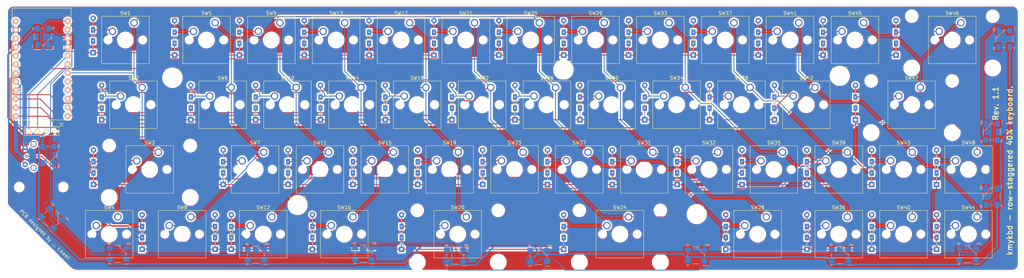
<source format=kicad_pcb>
(kicad_pcb (version 20171130) (host pcbnew "(5.1.0)-1")
  (layers (0 F.Cu signal) (31 B.Cu signal) (34 B.Paste user hide) (35 F.Paste user hide) (36 B.SilkS user hide) (37 F.SilkS user hide) (38 B.Mask user hide) (39 F.Mask user hide) (44 Edge.Cuts user))
  (net 0 "")
  (net 1 row0)
  (net 2 "Net-(D1-Pad2)")
  (net 3 row1)
  (net 4 "Net-(D2-Pad2)")
  (net 5 "Net-(D3-Pad2)")
  (net 6 row2)
  (net 7 row3)
  (net 8 "Net-(D4-Pad2)")
  (net 9 "Net-(D5-Pad2)")
  (net 10 "Net-(D6-Pad2)")
  (net 11 "Net-(D7-Pad2)")
  (net 12 "Net-(D8-Pad2)")
  (net 13 "Net-(D9-Pad2)")
  (net 14 "Net-(D10-Pad2)")
  (net 15 "Net-(D11-Pad2)")
  (net 16 "Net-(D12-Pad2)")
  (net 17 "Net-(D13-Pad2)")
  (net 18 "Net-(D14-Pad2)")
  (net 19 "Net-(D15-Pad2)")
  (net 20 "Net-(D16-Pad2)")
  (net 21 "Net-(D17-Pad2)")
  (net 22 "Net-(D18-Pad2)")
  (net 23 "Net-(D19-Pad2)")
  (net 24 "Net-(D20-Pad2)")
  (net 25 "Net-(D21-Pad2)")
  (net 26 "Net-(D22-Pad2)")
  (net 27 "Net-(D23-Pad2)")
  (net 28 "Net-(D24-Pad2)")
  (net 29 row4)
  (net 30 "Net-(D25-Pad2)")
  (net 31 "Net-(D26-Pad2)")
  (net 32 row5)
  (net 33 row6)
  (net 34 "Net-(D27-Pad2)")
  (net 35 "Net-(D28-Pad2)")
  (net 36 row7)
  (net 37 "Net-(D29-Pad2)")
  (net 38 "Net-(D30-Pad2)")
  (net 39 "Net-(D31-Pad2)")
  (net 40 "Net-(D32-Pad2)")
  (net 41 "Net-(D33-Pad2)")
  (net 42 "Net-(D34-Pad2)")
  (net 43 "Net-(D35-Pad2)")
  (net 44 "Net-(D36-Pad2)")
  (net 45 "Net-(D37-Pad2)")
  (net 46 "Net-(D38-Pad2)")
  (net 47 "Net-(D39-Pad2)")
  (net 48 "Net-(D40-Pad2)")
  (net 49 "Net-(D41-Pad2)")
  (net 50 "Net-(D42-Pad2)")
  (net 51 "Net-(D43-Pad2)")
  (net 52 "Net-(D44-Pad2)")
  (net 53 "Net-(D45-Pad2)")
  (net 54 "Net-(D46-Pad2)")
  (net 55 "Net-(D47-Pad2)")
  (net 56 "Net-(D48-Pad2)")
  (net 57 LED)
  (net 58 GND)
  (net 59 "Net-(D49-Pad2)")
  (net 60 VCC)
  (net 61 "Net-(D50-Pad2)")
  (net 62 "Net-(D51-Pad2)")
  (net 63 "Net-(D52-Pad2)")
  (net 64 "Net-(D53-Pad2)")
  (net 65 "Net-(D54-Pad2)")
  (net 66 "Net-(D55-Pad2)")
  (net 67 "Net-(D56-Pad2)")
  (net 68 "Net-(D57-Pad2)")
  (net 69 "Net-(D58-Pad2)")
  (net 70 "Net-(D59-Pad2)")
  (net 71 "Net-(D60-Pad2)")
  (net 72 "Net-(D61-Pad2)")
  (net 73 SCL)
  (net 74 SDA)
  (net 75 col0)
  (net 76 col1)
  (net 77 col2)
  (net 78 col3)
  (net 79 col4)
  (net 80 col5)
  (net 81 rst)
  (module Ergodash_Rev1:Diode_SMD_THT3 (layer F.Cu) (at 120.96 111.42 90)
    (fp_text reference D1 hide)
    (fp_text value D)
    (pad 1 thru_hole rect (at 3.45 0 90) (size 1.6 1.2) (drill 0.4) (layers *.Cu *.Mask) (net 1 row0))
    (pad 2 thru_hole oval (at 10.16 0 90) (size 1.6 1.6) (drill 0.8) (layers *.Cu *.Mask) (net 2 "Net-(D1-Pad2)"))
    (pad 1 thru_hole rect (at 0 0 90) (size 1.6 1.6) (drill 0.8) (layers *.Cu *.Mask) (net 1 row0))
    (pad 2 thru_hole rect (at 6.71 0 90) (size 1.6 1.2) (drill 0.4) (layers *.Cu *.Mask) (net 2 "Net-(D1-Pad2)"))
  )
  (module Ergodash_Rev1:Diode_SMD_THT3 (layer F.Cu) (at 123.464 131.172 90)
    (fp_text reference D2 hide)
    (fp_text value D)
    (pad 1 thru_hole rect (at 3.45 0 90) (size 1.6 1.2) (drill 0.4) (layers *.Cu *.Mask) (net 3 row1))
    (pad 2 thru_hole oval (at 10.16 0 90) (size 1.6 1.6) (drill 0.8) (layers *.Cu *.Mask) (net 4 "Net-(D2-Pad2)"))
    (pad 1 thru_hole rect (at 0 0 90) (size 1.6 1.6) (drill 0.8) (layers *.Cu *.Mask) (net 3 row1))
    (pad 2 thru_hole rect (at 6.71 0 90) (size 1.6 1.2) (drill 0.4) (layers *.Cu *.Mask) (net 4 "Net-(D2-Pad2)"))
  )
  (module Ergodash_Rev1:Diode_SMD_THT3 (layer F.Cu) (at 121.082 150.222 90)
    (fp_text reference D3 hide)
    (fp_text value D)
    (pad 1 thru_hole rect (at 3.45 0 90) (size 1.6 1.2) (drill 0.4) (layers *.Cu *.Mask) (net 6 row2))
    (pad 2 thru_hole oval (at 10.16 0 90) (size 1.6 1.6) (drill 0.8) (layers *.Cu *.Mask) (net 5 "Net-(D3-Pad2)"))
    (pad 1 thru_hole rect (at 0 0 90) (size 1.6 1.6) (drill 0.8) (layers *.Cu *.Mask) (net 6 row2))
    (pad 2 thru_hole rect (at 6.71 0 90) (size 1.6 1.2) (drill 0.4) (layers *.Cu *.Mask) (net 5 "Net-(D3-Pad2)"))
  )
  (module Ergodash_Rev1:Diode_SMD_THT3 (layer F.Cu) (at 135.37 169.272 90)
    (fp_text reference D4 hide)
    (fp_text value D)
    (pad 1 thru_hole rect (at 3.45 0 90) (size 1.6 1.2) (drill 0.4) (layers *.Cu *.Mask) (net 7 row3))
    (pad 2 thru_hole oval (at 10.16 0 90) (size 1.6 1.6) (drill 0.8) (layers *.Cu *.Mask) (net 8 "Net-(D4-Pad2)"))
    (pad 1 thru_hole rect (at 0 0 90) (size 1.6 1.6) (drill 0.8) (layers *.Cu *.Mask) (net 7 row3))
    (pad 2 thru_hole rect (at 6.71 0 90) (size 1.6 1.2) (drill 0.4) (layers *.Cu *.Mask) (net 8 "Net-(D4-Pad2)"))
  )
  (module Ergodash_Rev1:Diode_SMD_THT3 (layer F.Cu) (at 144.895 112.122 90)
    (fp_text reference D5 hide)
    (fp_text value D)
    (pad 1 thru_hole rect (at 3.45 0 90) (size 1.6 1.2) (drill 0.4) (layers *.Cu *.Mask) (net 1 row0))
    (pad 2 thru_hole oval (at 10.16 0 90) (size 1.6 1.6) (drill 0.8) (layers *.Cu *.Mask) (net 9 "Net-(D5-Pad2)"))
    (pad 1 thru_hole rect (at 0 0 90) (size 1.6 1.6) (drill 0.8) (layers *.Cu *.Mask) (net 1 row0))
    (pad 2 thru_hole rect (at 6.71 0 90) (size 1.6 1.2) (drill 0.4) (layers *.Cu *.Mask) (net 9 "Net-(D5-Pad2)"))
  )
  (module Ergodash_Rev1:Diode_SMD_THT3 (layer F.Cu) (at 149.658 131.172 90)
    (fp_text reference D6 hide)
    (fp_text value D)
    (pad 1 thru_hole rect (at 3.45 0 90) (size 1.6 1.2) (drill 0.4) (layers *.Cu *.Mask) (net 3 row1))
    (pad 2 thru_hole oval (at 10.16 0 90) (size 1.6 1.6) (drill 0.8) (layers *.Cu *.Mask) (net 10 "Net-(D6-Pad2)"))
    (pad 1 thru_hole rect (at 0 0 90) (size 1.6 1.6) (drill 0.8) (layers *.Cu *.Mask) (net 3 row1))
    (pad 2 thru_hole rect (at 6.71 0 90) (size 1.6 1.2) (drill 0.4) (layers *.Cu *.Mask) (net 10 "Net-(D6-Pad2)"))
  )
  (module Ergodash_Rev1:Diode_SMD_THT3 (layer F.Cu) (at 159.182 150.222 90)
    (fp_text reference D7 hide)
    (fp_text value D)
    (pad 1 thru_hole rect (at 3.45 0 90) (size 1.6 1.2) (drill 0.4) (layers *.Cu *.Mask) (net 6 row2))
    (pad 2 thru_hole oval (at 10.16 0 90) (size 1.6 1.6) (drill 0.8) (layers *.Cu *.Mask) (net 11 "Net-(D7-Pad2)"))
    (pad 1 thru_hole rect (at 0 0 90) (size 1.6 1.6) (drill 0.8) (layers *.Cu *.Mask) (net 6 row2))
    (pad 2 thru_hole rect (at 6.71 0 90) (size 1.6 1.2) (drill 0.4) (layers *.Cu *.Mask) (net 11 "Net-(D7-Pad2)"))
  )
  (module Ergodash_Rev1:Diode_SMD_THT3 (layer F.Cu) (at 156.801 169.272 90)
    (fp_text reference D8 hide)
    (fp_text value D)
    (pad 1 thru_hole rect (at 3.45 0 90) (size 1.6 1.2) (drill 0.4) (layers *.Cu *.Mask) (net 7 row3))
    (pad 2 thru_hole oval (at 10.16 0 90) (size 1.6 1.6) (drill 0.8) (layers *.Cu *.Mask) (net 12 "Net-(D8-Pad2)"))
    (pad 1 thru_hole rect (at 0 0 90) (size 1.6 1.6) (drill 0.8) (layers *.Cu *.Mask) (net 7 row3))
    (pad 2 thru_hole rect (at 6.71 0 90) (size 1.6 1.2) (drill 0.4) (layers *.Cu *.Mask) (net 12 "Net-(D8-Pad2)"))
  )
  (module Ergodash_Rev1:Diode_SMD_THT3 (layer F.Cu) (at 163.945 112.122 90)
    (fp_text reference D9 hide)
    (fp_text value D)
    (pad 1 thru_hole rect (at 3.45 0 90) (size 1.6 1.2) (drill 0.4) (layers *.Cu *.Mask) (net 1 row0))
    (pad 2 thru_hole oval (at 10.16 0 90) (size 1.6 1.6) (drill 0.8) (layers *.Cu *.Mask) (net 13 "Net-(D9-Pad2)"))
    (pad 1 thru_hole rect (at 0 0 90) (size 1.6 1.6) (drill 0.8) (layers *.Cu *.Mask) (net 1 row0))
    (pad 2 thru_hole rect (at 6.71 0 90) (size 1.6 1.2) (drill 0.4) (layers *.Cu *.Mask) (net 13 "Net-(D9-Pad2)"))
  )
  (module Ergodash_Rev1:Diode_SMD_THT3 (layer F.Cu) (at 168.708 131.172 90)
    (fp_text reference D10 hide)
    (fp_text value D)
    (pad 1 thru_hole rect (at 3.45 0 90) (size 1.6 1.2) (drill 0.4) (layers *.Cu *.Mask) (net 3 row1))
    (pad 2 thru_hole oval (at 10.16 0 90) (size 1.6 1.6) (drill 0.8) (layers *.Cu *.Mask) (net 14 "Net-(D10-Pad2)"))
    (pad 1 thru_hole rect (at 0 0 90) (size 1.6 1.6) (drill 0.8) (layers *.Cu *.Mask) (net 3 row1))
    (pad 2 thru_hole rect (at 6.71 0 90) (size 1.6 1.2) (drill 0.4) (layers *.Cu *.Mask) (net 14 "Net-(D10-Pad2)"))
  )
  (module Ergodash_Rev1:Diode_SMD_THT3 (layer F.Cu) (at 178.232 150.222 90)
    (fp_text reference D11 hide)
    (fp_text value D)
    (pad 1 thru_hole rect (at 3.45 0 90) (size 1.6 1.2) (drill 0.4) (layers *.Cu *.Mask) (net 6 row2))
    (pad 2 thru_hole oval (at 10.16 0 90) (size 1.6 1.6) (drill 0.8) (layers *.Cu *.Mask) (net 15 "Net-(D11-Pad2)"))
    (pad 1 thru_hole rect (at 0 0 90) (size 1.6 1.6) (drill 0.8) (layers *.Cu *.Mask) (net 6 row2))
    (pad 2 thru_hole rect (at 6.71 0 90) (size 1.6 1.2) (drill 0.4) (layers *.Cu *.Mask) (net 15 "Net-(D11-Pad2)"))
  )
  (module Ergodash_Rev1:Diode_SMD_THT3 (layer F.Cu) (at 161.564 169.272 90)
    (fp_text reference D12 hide)
    (fp_text value D)
    (pad 1 thru_hole rect (at 3.45 0 90) (size 1.6 1.2) (drill 0.4) (layers *.Cu *.Mask) (net 7 row3))
    (pad 2 thru_hole oval (at 10.16 0 90) (size 1.6 1.6) (drill 0.8) (layers *.Cu *.Mask) (net 16 "Net-(D12-Pad2)"))
    (pad 1 thru_hole rect (at 0 0 90) (size 1.6 1.6) (drill 0.8) (layers *.Cu *.Mask) (net 7 row3))
    (pad 2 thru_hole rect (at 6.71 0 90) (size 1.6 1.2) (drill 0.4) (layers *.Cu *.Mask) (net 16 "Net-(D12-Pad2)"))
  )
  (module Ergodash_Rev1:Diode_SMD_THT3 (layer F.Cu) (at 182.995 112.122 90)
    (fp_text reference D13 hide)
    (fp_text value D)
    (pad 1 thru_hole rect (at 3.45 0 90) (size 1.6 1.2) (drill 0.4) (layers *.Cu *.Mask) (net 1 row0))
    (pad 2 thru_hole oval (at 10.16 0 90) (size 1.6 1.6) (drill 0.8) (layers *.Cu *.Mask) (net 17 "Net-(D13-Pad2)"))
    (pad 1 thru_hole rect (at 0 0 90) (size 1.6 1.6) (drill 0.8) (layers *.Cu *.Mask) (net 1 row0))
    (pad 2 thru_hole rect (at 6.71 0 90) (size 1.6 1.2) (drill 0.4) (layers *.Cu *.Mask) (net 17 "Net-(D13-Pad2)"))
  )
  (module Ergodash_Rev1:Diode_SMD_THT3 (layer F.Cu) (at 187.758 131.172 90)
    (fp_text reference D14 hide)
    (fp_text value D)
    (pad 1 thru_hole rect (at 3.45 0 90) (size 1.6 1.2) (drill 0.4) (layers *.Cu *.Mask) (net 3 row1))
    (pad 2 thru_hole oval (at 10.16 0 90) (size 1.6 1.6) (drill 0.8) (layers *.Cu *.Mask) (net 18 "Net-(D14-Pad2)"))
    (pad 1 thru_hole rect (at 0 0 90) (size 1.6 1.6) (drill 0.8) (layers *.Cu *.Mask) (net 3 row1))
    (pad 2 thru_hole rect (at 6.71 0 90) (size 1.6 1.2) (drill 0.4) (layers *.Cu *.Mask) (net 18 "Net-(D14-Pad2)"))
  )
  (module Ergodash_Rev1:Diode_SMD_THT3 (layer F.Cu) (at 197.282 150.222 90)
    (fp_text reference D15 hide)
    (fp_text value D)
    (pad 1 thru_hole rect (at 3.45 0 90) (size 1.6 1.2) (drill 0.4) (layers *.Cu *.Mask) (net 6 row2))
    (pad 2 thru_hole oval (at 10.16 0 90) (size 1.6 1.6) (drill 0.8) (layers *.Cu *.Mask) (net 19 "Net-(D15-Pad2)"))
    (pad 1 thru_hole rect (at 0 0 90) (size 1.6 1.6) (drill 0.8) (layers *.Cu *.Mask) (net 6 row2))
    (pad 2 thru_hole rect (at 6.71 0 90) (size 1.6 1.2) (drill 0.4) (layers *.Cu *.Mask) (net 19 "Net-(D15-Pad2)"))
  )
  (module Ergodash_Rev1:Diode_SMD_THT3 (layer F.Cu) (at 185.376 169.272 90)
    (fp_text reference D16 hide)
    (fp_text value D)
    (pad 1 thru_hole rect (at 3.45 0 90) (size 1.6 1.2) (drill 0.4) (layers *.Cu *.Mask) (net 7 row3))
    (pad 2 thru_hole oval (at 10.16 0 90) (size 1.6 1.6) (drill 0.8) (layers *.Cu *.Mask) (net 20 "Net-(D16-Pad2)"))
    (pad 1 thru_hole rect (at 0 0 90) (size 1.6 1.6) (drill 0.8) (layers *.Cu *.Mask) (net 7 row3))
    (pad 2 thru_hole rect (at 6.71 0 90) (size 1.6 1.2) (drill 0.4) (layers *.Cu *.Mask) (net 20 "Net-(D16-Pad2)"))
  )
  (module Ergodash_Rev1:Diode_SMD_THT3 (layer F.Cu) (at 202.045 112.122 90)
    (fp_text reference D17 hide)
    (fp_text value D)
    (pad 1 thru_hole rect (at 3.45 0 90) (size 1.6 1.2) (drill 0.4) (layers *.Cu *.Mask) (net 1 row0))
    (pad 2 thru_hole oval (at 10.16 0 90) (size 1.6 1.6) (drill 0.8) (layers *.Cu *.Mask) (net 21 "Net-(D17-Pad2)"))
    (pad 1 thru_hole rect (at 0 0 90) (size 1.6 1.6) (drill 0.8) (layers *.Cu *.Mask) (net 1 row0))
    (pad 2 thru_hole rect (at 6.71 0 90) (size 1.6 1.2) (drill 0.4) (layers *.Cu *.Mask) (net 21 "Net-(D17-Pad2)"))
  )
  (module Ergodash_Rev1:Diode_SMD_THT3 (layer F.Cu) (at 206.808 131.172 90)
    (fp_text reference D18 hide)
    (fp_text value D)
    (pad 1 thru_hole rect (at 3.45 0 90) (size 1.6 1.2) (drill 0.4) (layers *.Cu *.Mask) (net 3 row1))
    (pad 2 thru_hole oval (at 10.16 0 90) (size 1.6 1.6) (drill 0.8) (layers *.Cu *.Mask) (net 22 "Net-(D18-Pad2)"))
    (pad 1 thru_hole rect (at 0 0 90) (size 1.6 1.6) (drill 0.8) (layers *.Cu *.Mask) (net 3 row1))
    (pad 2 thru_hole rect (at 6.71 0 90) (size 1.6 1.2) (drill 0.4) (layers *.Cu *.Mask) (net 22 "Net-(D18-Pad2)"))
  )
  (module Ergodash_Rev1:Diode_SMD_THT3 (layer F.Cu) (at 216.332 150.222 90)
    (fp_text reference D19 hide)
    (fp_text value D)
    (pad 1 thru_hole rect (at 3.45 0 90) (size 1.6 1.2) (drill 0.4) (layers *.Cu *.Mask) (net 6 row2))
    (pad 2 thru_hole oval (at 10.16 0 90) (size 1.6 1.6) (drill 0.8) (layers *.Cu *.Mask) (net 23 "Net-(D19-Pad2)"))
    (pad 1 thru_hole rect (at 0 0 90) (size 1.6 1.6) (drill 0.8) (layers *.Cu *.Mask) (net 6 row2))
    (pad 2 thru_hole rect (at 6.71 0 90) (size 1.6 1.2) (drill 0.4) (layers *.Cu *.Mask) (net 23 "Net-(D19-Pad2)"))
  )
  (module Ergodash_Rev1:Diode_SMD_THT3 (layer F.Cu) (at 211.57 169.272 90)
    (fp_text reference D20 hide)
    (fp_text value D)
    (pad 1 thru_hole rect (at 3.45 0 90) (size 1.6 1.2) (drill 0.4) (layers *.Cu *.Mask) (net 7 row3))
    (pad 2 thru_hole oval (at 10.16 0 90) (size 1.6 1.6) (drill 0.8) (layers *.Cu *.Mask) (net 24 "Net-(D20-Pad2)"))
    (pad 1 thru_hole rect (at 0 0 90) (size 1.6 1.6) (drill 0.8) (layers *.Cu *.Mask) (net 7 row3))
    (pad 2 thru_hole rect (at 6.71 0 90) (size 1.6 1.2) (drill 0.4) (layers *.Cu *.Mask) (net 24 "Net-(D20-Pad2)"))
  )
  (module Ergodash_Rev1:Diode_SMD_THT3 (layer F.Cu) (at 221.095 112.122 90)
    (fp_text reference D21 hide)
    (fp_text value D)
    (pad 1 thru_hole rect (at 3.45 0 90) (size 1.6 1.2) (drill 0.4) (layers *.Cu *.Mask) (net 1 row0))
    (pad 2 thru_hole oval (at 10.16 0 90) (size 1.6 1.6) (drill 0.8) (layers *.Cu *.Mask) (net 25 "Net-(D21-Pad2)"))
    (pad 1 thru_hole rect (at 0 0 90) (size 1.6 1.6) (drill 0.8) (layers *.Cu *.Mask) (net 1 row0))
    (pad 2 thru_hole rect (at 6.71 0 90) (size 1.6 1.2) (drill 0.4) (layers *.Cu *.Mask) (net 25 "Net-(D21-Pad2)"))
  )
  (module Ergodash_Rev1:Diode_SMD_THT3 (layer F.Cu) (at 226.354 131.172 90)
    (fp_text reference D22 hide)
    (fp_text value D)
    (pad 1 thru_hole rect (at 3.45 0 90) (size 1.6 1.2) (drill 0.4) (layers *.Cu *.Mask) (net 3 row1))
    (pad 2 thru_hole oval (at 10.16 0 90) (size 1.6 1.6) (drill 0.8) (layers *.Cu *.Mask) (net 26 "Net-(D22-Pad2)"))
    (pad 1 thru_hole rect (at 0 0 90) (size 1.6 1.6) (drill 0.8) (layers *.Cu *.Mask) (net 3 row1))
    (pad 2 thru_hole rect (at 6.71 0 90) (size 1.6 1.2) (drill 0.4) (layers *.Cu *.Mask) (net 26 "Net-(D22-Pad2)"))
  )
  (module Ergodash_Rev1:Diode_SMD_THT3 (layer F.Cu) (at 235.382 150.222 90)
    (fp_text reference D23 hide)
    (fp_text value D)
    (pad 1 thru_hole rect (at 3.45 0 90) (size 1.6 1.2) (drill 0.4) (layers *.Cu *.Mask) (net 6 row2))
    (pad 2 thru_hole oval (at 10.16 0 90) (size 1.6 1.6) (drill 0.8) (layers *.Cu *.Mask) (net 27 "Net-(D23-Pad2)"))
    (pad 1 thru_hole rect (at 0 0 90) (size 1.6 1.6) (drill 0.8) (layers *.Cu *.Mask) (net 6 row2))
    (pad 2 thru_hole rect (at 6.71 0 90) (size 1.6 1.2) (drill 0.4) (layers *.Cu *.Mask) (net 27 "Net-(D23-Pad2)"))
  )
  (module Ergodash_Rev1:Diode_SMD_THT3 (layer F.Cu) (at 259.195 169.272 90)
    (fp_text reference D24 hide)
    (fp_text value D)
    (pad 1 thru_hole rect (at 3.45 0 90) (size 1.6 1.2) (drill 0.4) (layers *.Cu *.Mask) (net 7 row3))
    (pad 2 thru_hole oval (at 10.16 0 90) (size 1.6 1.6) (drill 0.8) (layers *.Cu *.Mask) (net 28 "Net-(D24-Pad2)"))
    (pad 1 thru_hole rect (at 0 0 90) (size 1.6 1.6) (drill 0.8) (layers *.Cu *.Mask) (net 7 row3))
    (pad 2 thru_hole rect (at 6.71 0 90) (size 1.6 1.2) (drill 0.4) (layers *.Cu *.Mask) (net 28 "Net-(D24-Pad2)"))
  )
  (module Ergodash_Rev1:Diode_SMD_THT3 (layer F.Cu) (at 240.145 112.122 90)
    (fp_text reference D25 hide)
    (fp_text value D)
    (pad 1 thru_hole rect (at 3.45 0 90) (size 1.6 1.2) (drill 0.4) (layers *.Cu *.Mask) (net 29 row4))
    (pad 2 thru_hole oval (at 10.16 0 90) (size 1.6 1.6) (drill 0.8) (layers *.Cu *.Mask) (net 30 "Net-(D25-Pad2)"))
    (pad 1 thru_hole rect (at 0 0 90) (size 1.6 1.6) (drill 0.8) (layers *.Cu *.Mask) (net 29 row4))
    (pad 2 thru_hole rect (at 6.71 0 90) (size 1.6 1.2) (drill 0.4) (layers *.Cu *.Mask) (net 30 "Net-(D25-Pad2)"))
  )
  (module Ergodash_Rev1:Diode_SMD_THT3 (layer F.Cu) (at 244.908 131.172 90)
    (fp_text reference D26 hide)
    (fp_text value D)
    (pad 1 thru_hole rect (at 3.45 0 90) (size 1.6 1.2) (drill 0.4) (layers *.Cu *.Mask) (net 32 row5))
    (pad 2 thru_hole oval (at 10.16 0 90) (size 1.6 1.6) (drill 0.8) (layers *.Cu *.Mask) (net 31 "Net-(D26-Pad2)"))
    (pad 1 thru_hole rect (at 0 0 90) (size 1.6 1.6) (drill 0.8) (layers *.Cu *.Mask) (net 32 row5))
    (pad 2 thru_hole rect (at 6.71 0 90) (size 1.6 1.2) (drill 0.4) (layers *.Cu *.Mask) (net 31 "Net-(D26-Pad2)"))
  )
  (module Ergodash_Rev1:Diode_SMD_THT3 (layer F.Cu) (at 254.432 150.222 90)
    (fp_text reference D27 hide)
    (fp_text value D)
    (pad 1 thru_hole rect (at 3.45 0 90) (size 1.6 1.2) (drill 0.4) (layers *.Cu *.Mask) (net 33 row6))
    (pad 2 thru_hole oval (at 10.16 0 90) (size 1.6 1.6) (drill 0.8) (layers *.Cu *.Mask) (net 34 "Net-(D27-Pad2)"))
    (pad 1 thru_hole rect (at 0 0 90) (size 1.6 1.6) (drill 0.8) (layers *.Cu *.Mask) (net 33 row6))
    (pad 2 thru_hole rect (at 6.71 0 90) (size 1.6 1.2) (drill 0.4) (layers *.Cu *.Mask) (net 34 "Net-(D27-Pad2)"))
  )
  (module Ergodash_Rev1:Diode_SMD_THT3 (layer F.Cu) (at 306.82 169.272 90)
    (fp_text reference D28 hide)
    (fp_text value D)
    (pad 1 thru_hole rect (at 3.45 0 90) (size 1.6 1.2) (drill 0.4) (layers *.Cu *.Mask) (net 36 row7))
    (pad 2 thru_hole oval (at 10.16 0 90) (size 1.6 1.6) (drill 0.8) (layers *.Cu *.Mask) (net 35 "Net-(D28-Pad2)"))
    (pad 1 thru_hole rect (at 0 0 90) (size 1.6 1.6) (drill 0.8) (layers *.Cu *.Mask) (net 36 row7))
    (pad 2 thru_hole rect (at 6.71 0 90) (size 1.6 1.2) (drill 0.4) (layers *.Cu *.Mask) (net 35 "Net-(D28-Pad2)"))
  )
  (module Ergodash_Rev1:Diode_SMD_THT3 (layer F.Cu) (at 259.195 112.122 90)
    (fp_text reference D29 hide)
    (fp_text value D)
    (pad 1 thru_hole rect (at 3.45 0 90) (size 1.6 1.2) (drill 0.4) (layers *.Cu *.Mask) (net 29 row4))
    (pad 2 thru_hole oval (at 10.16 0 90) (size 1.6 1.6) (drill 0.8) (layers *.Cu *.Mask) (net 37 "Net-(D29-Pad2)"))
    (pad 1 thru_hole rect (at 0 0 90) (size 1.6 1.6) (drill 0.8) (layers *.Cu *.Mask) (net 29 row4))
    (pad 2 thru_hole rect (at 6.71 0 90) (size 1.6 1.2) (drill 0.4) (layers *.Cu *.Mask) (net 37 "Net-(D29-Pad2)"))
  )
  (module Ergodash_Rev1:Diode_SMD_THT3 (layer F.Cu) (at 263.958 131.172 90)
    (fp_text reference D30 hide)
    (fp_text value D)
    (pad 1 thru_hole rect (at 3.45 0 90) (size 1.6 1.2) (drill 0.4) (layers *.Cu *.Mask) (net 32 row5))
    (pad 2 thru_hole oval (at 10.16 0 90) (size 1.6 1.6) (drill 0.8) (layers *.Cu *.Mask) (net 38 "Net-(D30-Pad2)"))
    (pad 1 thru_hole rect (at 0 0 90) (size 1.6 1.6) (drill 0.8) (layers *.Cu *.Mask) (net 32 row5))
    (pad 2 thru_hole rect (at 6.71 0 90) (size 1.6 1.2) (drill 0.4) (layers *.Cu *.Mask) (net 38 "Net-(D30-Pad2)"))
  )
  (module Ergodash_Rev1:Diode_SMD_THT3 (layer F.Cu) (at 273.482 150.222 90)
    (fp_text reference D31 hide)
    (fp_text value D)
    (pad 1 thru_hole rect (at 3.45 0 90) (size 1.6 1.2) (drill 0.4) (layers *.Cu *.Mask) (net 33 row6))
    (pad 2 thru_hole oval (at 10.16 0 90) (size 1.6 1.6) (drill 0.8) (layers *.Cu *.Mask) (net 39 "Net-(D31-Pad2)"))
    (pad 1 thru_hole rect (at 0 0 90) (size 1.6 1.6) (drill 0.8) (layers *.Cu *.Mask) (net 33 row6))
    (pad 2 thru_hole rect (at 6.71 0 90) (size 1.6 1.2) (drill 0.4) (layers *.Cu *.Mask) (net 39 "Net-(D31-Pad2)"))
  )
  (module Ergodash_Rev1:Diode_SMD_THT3 (layer F.Cu) (at 292.532 150.222 90)
    (fp_text reference D32 hide)
    (fp_text value D)
    (pad 1 thru_hole rect (at 3.45 0 90) (size 1.6 1.2) (drill 0.4) (layers *.Cu *.Mask) (net 36 row7))
    (pad 2 thru_hole oval (at 10.16 0 90) (size 1.6 1.6) (drill 0.8) (layers *.Cu *.Mask) (net 40 "Net-(D32-Pad2)"))
    (pad 1 thru_hole rect (at 0 0 90) (size 1.6 1.6) (drill 0.8) (layers *.Cu *.Mask) (net 36 row7))
    (pad 2 thru_hole rect (at 6.71 0 90) (size 1.6 1.2) (drill 0.4) (layers *.Cu *.Mask) (net 40 "Net-(D32-Pad2)"))
  )
  (module Ergodash_Rev1:Diode_SMD_THT3 (layer F.Cu) (at 278.245 112.122 90)
    (fp_text reference D33 hide)
    (fp_text value D)
    (pad 1 thru_hole rect (at 3.45 0 90) (size 1.6 1.2) (drill 0.4) (layers *.Cu *.Mask) (net 29 row4))
    (pad 2 thru_hole oval (at 10.16 0 90) (size 1.6 1.6) (drill 0.8) (layers *.Cu *.Mask) (net 41 "Net-(D33-Pad2)"))
    (pad 1 thru_hole rect (at 0 0 90) (size 1.6 1.6) (drill 0.8) (layers *.Cu *.Mask) (net 29 row4))
    (pad 2 thru_hole rect (at 6.71 0 90) (size 1.6 1.2) (drill 0.4) (layers *.Cu *.Mask) (net 41 "Net-(D33-Pad2)"))
  )
  (module Ergodash_Rev1:Diode_SMD_THT3 (layer F.Cu) (at 283.008 131.172 90)
    (fp_text reference D34 hide)
    (fp_text value D)
    (pad 1 thru_hole rect (at 3.45 0 90) (size 1.6 1.2) (drill 0.4) (layers *.Cu *.Mask) (net 32 row5))
    (pad 2 thru_hole oval (at 10.16 0 90) (size 1.6 1.6) (drill 0.8) (layers *.Cu *.Mask) (net 42 "Net-(D34-Pad2)"))
    (pad 1 thru_hole rect (at 0 0 90) (size 1.6 1.6) (drill 0.8) (layers *.Cu *.Mask) (net 32 row5))
    (pad 2 thru_hole rect (at 6.71 0 90) (size 1.6 1.2) (drill 0.4) (layers *.Cu *.Mask) (net 42 "Net-(D34-Pad2)"))
  )
  (module Ergodash_Rev1:Diode_SMD_THT3 (layer F.Cu) (at 311.582 150.222 90)
    (fp_text reference D35 hide)
    (fp_text value D)
    (pad 1 thru_hole rect (at 3.45 0 90) (size 1.6 1.2) (drill 0.4) (layers *.Cu *.Mask) (net 33 row6))
    (pad 2 thru_hole oval (at 10.16 0 90) (size 1.6 1.6) (drill 0.8) (layers *.Cu *.Mask) (net 43 "Net-(D35-Pad2)"))
    (pad 1 thru_hole rect (at 0 0 90) (size 1.6 1.6) (drill 0.8) (layers *.Cu *.Mask) (net 33 row6))
    (pad 2 thru_hole rect (at 6.71 0 90) (size 1.6 1.2) (drill 0.4) (layers *.Cu *.Mask) (net 43 "Net-(D35-Pad2)"))
  )
  (module Ergodash_Rev1:Diode_SMD_THT3 (layer F.Cu) (at 330.632 169.272 90)
    (fp_text reference D36 hide)
    (fp_text value D)
    (pad 1 thru_hole rect (at 3.45 0 90) (size 1.6 1.2) (drill 0.4) (layers *.Cu *.Mask) (net 36 row7))
    (pad 2 thru_hole oval (at 10.16 0 90) (size 1.6 1.6) (drill 0.8) (layers *.Cu *.Mask) (net 44 "Net-(D36-Pad2)"))
    (pad 1 thru_hole rect (at 0 0 90) (size 1.6 1.6) (drill 0.8) (layers *.Cu *.Mask) (net 36 row7))
    (pad 2 thru_hole rect (at 6.71 0 90) (size 1.6 1.2) (drill 0.4) (layers *.Cu *.Mask) (net 44 "Net-(D36-Pad2)"))
  )
  (module Ergodash_Rev1:Diode_SMD_THT3 (layer F.Cu) (at 297.295 112.122 90)
    (fp_text reference D37 hide)
    (fp_text value D)
    (pad 1 thru_hole rect (at 3.45 0 90) (size 1.6 1.2) (drill 0.4) (layers *.Cu *.Mask) (net 29 row4))
    (pad 2 thru_hole oval (at 10.16 0 90) (size 1.6 1.6) (drill 0.8) (layers *.Cu *.Mask) (net 45 "Net-(D37-Pad2)"))
    (pad 1 thru_hole rect (at 0 0 90) (size 1.6 1.6) (drill 0.8) (layers *.Cu *.Mask) (net 29 row4))
    (pad 2 thru_hole rect (at 6.71 0 90) (size 1.6 1.2) (drill 0.4) (layers *.Cu *.Mask) (net 45 "Net-(D37-Pad2)"))
  )
  (module Ergodash_Rev1:Diode_SMD_THT3 (layer F.Cu) (at 302.058 131.172 90)
    (fp_text reference D38 hide)
    (fp_text value D)
    (pad 1 thru_hole rect (at 3.45 0 90) (size 1.6 1.2) (drill 0.4) (layers *.Cu *.Mask) (net 32 row5))
    (pad 2 thru_hole oval (at 10.16 0 90) (size 1.6 1.6) (drill 0.8) (layers *.Cu *.Mask) (net 46 "Net-(D38-Pad2)"))
    (pad 1 thru_hole rect (at 0 0 90) (size 1.6 1.6) (drill 0.8) (layers *.Cu *.Mask) (net 32 row5))
    (pad 2 thru_hole rect (at 6.71 0 90) (size 1.6 1.2) (drill 0.4) (layers *.Cu *.Mask) (net 46 "Net-(D38-Pad2)"))
  )
  (module Ergodash_Rev1:Diode_SMD_THT3 (layer F.Cu) (at 330.632 150.222 90)
    (fp_text reference D39 hide)
    (fp_text value D)
    (pad 1 thru_hole rect (at 3.45 0 90) (size 1.6 1.2) (drill 0.4) (layers *.Cu *.Mask) (net 33 row6))
    (pad 2 thru_hole oval (at 10.16 0 90) (size 1.6 1.6) (drill 0.8) (layers *.Cu *.Mask) (net 47 "Net-(D39-Pad2)"))
    (pad 1 thru_hole rect (at 0 0 90) (size 1.6 1.6) (drill 0.8) (layers *.Cu *.Mask) (net 33 row6))
    (pad 2 thru_hole rect (at 6.71 0 90) (size 1.6 1.2) (drill 0.4) (layers *.Cu *.Mask) (net 47 "Net-(D39-Pad2)"))
  )
  (module Ergodash_Rev1:Diode_SMD_THT3 (layer F.Cu) (at 349.682 169.272 90)
    (fp_text reference D40 hide)
    (fp_text value D)
    (pad 1 thru_hole rect (at 3.45 0 90) (size 1.6 1.2) (drill 0.4) (layers *.Cu *.Mask) (net 36 row7))
    (pad 2 thru_hole oval (at 10.16 0 90) (size 1.6 1.6) (drill 0.8) (layers *.Cu *.Mask) (net 48 "Net-(D40-Pad2)"))
    (pad 1 thru_hole rect (at 0 0 90) (size 1.6 1.6) (drill 0.8) (layers *.Cu *.Mask) (net 36 row7))
    (pad 2 thru_hole rect (at 6.71 0 90) (size 1.6 1.2) (drill 0.4) (layers *.Cu *.Mask) (net 48 "Net-(D40-Pad2)"))
  )
  (module Ergodash_Rev1:Diode_SMD_THT3 (layer F.Cu) (at 316.345 112.122 90)
    (fp_text reference D41 hide)
    (fp_text value D)
    (pad 1 thru_hole rect (at 3.45 0 90) (size 1.6 1.2) (drill 0.4) (layers *.Cu *.Mask) (net 29 row4))
    (pad 2 thru_hole oval (at 10.16 0 90) (size 1.6 1.6) (drill 0.8) (layers *.Cu *.Mask) (net 49 "Net-(D41-Pad2)"))
    (pad 1 thru_hole rect (at 0 0 90) (size 1.6 1.6) (drill 0.8) (layers *.Cu *.Mask) (net 29 row4))
    (pad 2 thru_hole rect (at 6.71 0 90) (size 1.6 1.2) (drill 0.4) (layers *.Cu *.Mask) (net 49 "Net-(D41-Pad2)"))
  )
  (module Ergodash_Rev1:Diode_SMD_THT3 (layer F.Cu) (at 321.108 131.172 90)
    (fp_text reference D42 hide)
    (fp_text value D)
    (pad 1 thru_hole rect (at 3.45 0 90) (size 1.6 1.2) (drill 0.4) (layers *.Cu *.Mask) (net 32 row5))
    (pad 2 thru_hole oval (at 10.16 0 90) (size 1.6 1.6) (drill 0.8) (layers *.Cu *.Mask) (net 50 "Net-(D42-Pad2)"))
    (pad 1 thru_hole rect (at 0 0 90) (size 1.6 1.6) (drill 0.8) (layers *.Cu *.Mask) (net 32 row5))
    (pad 2 thru_hole rect (at 6.71 0 90) (size 1.6 1.2) (drill 0.4) (layers *.Cu *.Mask) (net 50 "Net-(D42-Pad2)"))
  )
  (module Ergodash_Rev1:Diode_SMD_THT3 (layer F.Cu) (at 349.682 150.222 90)
    (fp_text reference D43 hide)
    (fp_text value D)
    (pad 1 thru_hole rect (at 3.45 0 90) (size 1.6 1.2) (drill 0.4) (layers *.Cu *.Mask) (net 33 row6))
    (pad 2 thru_hole oval (at 10.16 0 90) (size 1.6 1.6) (drill 0.8) (layers *.Cu *.Mask) (net 51 "Net-(D43-Pad2)"))
    (pad 1 thru_hole rect (at 0 0 90) (size 1.6 1.6) (drill 0.8) (layers *.Cu *.Mask) (net 33 row6))
    (pad 2 thru_hole rect (at 6.71 0 90) (size 1.6 1.2) (drill 0.4) (layers *.Cu *.Mask) (net 51 "Net-(D43-Pad2)"))
  )
  (module Ergodash_Rev1:Diode_SMD_THT3 (layer F.Cu) (at 368.732 169.272 90)
    (fp_text reference D44 hide)
    (fp_text value D)
    (pad 1 thru_hole rect (at 3.45 0 90) (size 1.6 1.2) (drill 0.4) (layers *.Cu *.Mask) (net 36 row7))
    (pad 2 thru_hole oval (at 10.16 0 90) (size 1.6 1.6) (drill 0.8) (layers *.Cu *.Mask) (net 52 "Net-(D44-Pad2)"))
    (pad 1 thru_hole rect (at 0 0 90) (size 1.6 1.6) (drill 0.8) (layers *.Cu *.Mask) (net 36 row7))
    (pad 2 thru_hole rect (at 6.71 0 90) (size 1.6 1.2) (drill 0.4) (layers *.Cu *.Mask) (net 52 "Net-(D44-Pad2)"))
  )
  (module Ergodash_Rev1:Diode_SMD_THT3 (layer F.Cu) (at 335.395 112.122 90)
    (fp_text reference D45 hide)
    (fp_text value D)
    (pad 1 thru_hole rect (at 3.45 0 90) (size 1.6 1.2) (drill 0.4) (layers *.Cu *.Mask) (net 29 row4))
    (pad 2 thru_hole oval (at 10.16 0 90) (size 1.6 1.6) (drill 0.8) (layers *.Cu *.Mask) (net 53 "Net-(D45-Pad2)"))
    (pad 1 thru_hole rect (at 0 0 90) (size 1.6 1.6) (drill 0.8) (layers *.Cu *.Mask) (net 29 row4))
    (pad 2 thru_hole rect (at 6.71 0 90) (size 1.6 1.2) (drill 0.4) (layers *.Cu *.Mask) (net 53 "Net-(D45-Pad2)"))
  )
  (module Ergodash_Rev1:Diode_SMD_THT3 (layer F.Cu) (at 356.826 112.122 90)
    (fp_text reference D46 hide)
    (fp_text value D)
    (pad 1 thru_hole rect (at 3.45 0 90) (size 1.6 1.2) (drill 0.4) (layers *.Cu *.Mask) (net 32 row5))
    (pad 2 thru_hole oval (at 10.16 0 90) (size 1.6 1.6) (drill 0.8) (layers *.Cu *.Mask) (net 54 "Net-(D46-Pad2)"))
    (pad 1 thru_hole rect (at 0 0 90) (size 1.6 1.6) (drill 0.8) (layers *.Cu *.Mask) (net 32 row5))
    (pad 2 thru_hole rect (at 6.71 0 90) (size 1.6 1.2) (drill 0.4) (layers *.Cu *.Mask) (net 54 "Net-(D46-Pad2)"))
  )
  (module Ergodash_Rev1:Diode_SMD_THT3 (layer F.Cu) (at 344.92 131.172 90)
    (fp_text reference D47 hide)
    (fp_text value D)
    (pad 1 thru_hole rect (at 3.45 0 90) (size 1.6 1.2) (drill 0.4) (layers *.Cu *.Mask) (net 33 row6))
    (pad 2 thru_hole oval (at 10.16 0 90) (size 1.6 1.6) (drill 0.8) (layers *.Cu *.Mask) (net 55 "Net-(D47-Pad2)"))
    (pad 1 thru_hole rect (at 0 0 90) (size 1.6 1.6) (drill 0.8) (layers *.Cu *.Mask) (net 33 row6))
    (pad 2 thru_hole rect (at 6.71 0 90) (size 1.6 1.2) (drill 0.4) (layers *.Cu *.Mask) (net 55 "Net-(D47-Pad2)"))
  )
  (module Ergodash_Rev1:Diode_SMD_THT3 (layer F.Cu) (at 368.732 150.222 90)
    (fp_text reference D48 hide)
    (fp_text value D)
    (pad 1 thru_hole rect (at 3.45 0 90) (size 1.6 1.2) (drill 0.4) (layers *.Cu *.Mask) (net 36 row7))
    (pad 2 thru_hole oval (at 10.16 0 90) (size 1.6 1.6) (drill 0.8) (layers *.Cu *.Mask) (net 56 "Net-(D48-Pad2)"))
    (pad 1 thru_hole rect (at 0 0 90) (size 1.6 1.6) (drill 0.8) (layers *.Cu *.Mask) (net 36 row7))
    (pad 2 thru_hole rect (at 6.71 0 90) (size 1.6 1.2) (drill 0.4) (layers *.Cu *.Mask) (net 56 "Net-(D48-Pad2)"))
  )
  (module Ergodash_Rev1:hole (layer F.Cu) (at 259.12 116.43)
    (fp_text reference HOLE3 (at 0 -2) (layer F.SilkS))
    (fp_text value HOLE)
    (pad "" np_thru_hole circle (at 0 0) (size 5 5) (drill 5) (layers *.Cu *.Mask) (clearance 0.1524))
  )
  (module Ergodash_Rev1:hole (layer F.Cu) (at 181.03 156.25)
    (fp_text reference HOLE2 (at 0 -2) (layer F.SilkS))
    (fp_text value HOLE)
    (pad "" np_thru_hole circle (at 0 0) (size 5 5) (drill 5) (layers *.Cu *.Mask) (clearance 0.1524))
  )
  (module Ergodash_Rev1:hole (layer F.Cu) (at 144.26 118.79)
    (fp_text reference HOLE1 (at 0 -2) (layer F.SilkS))
    (fp_text value HOLE)
    (pad "" np_thru_hole circle (at 0 0) (size 5 5) (drill 5) (layers *.Cu *.Mask) (clearance 0.1524))
  )
  (module Ergodash_Rev1:hole (layer F.Cu) (at 298.3 158.93)
    (fp_text reference HOLE4 (at 0 -2) (layer F.SilkS))
    (fp_text value HOLE)
    (pad "" np_thru_hole circle (at 0 0) (size 5 5) (drill 5) (layers *.Cu *.Mask) (clearance 0.1524))
  )
  (module Ergodash_Rev1:hole (layer F.Cu) (at 340.3 118.23)
    (fp_text reference HOLE5 (at 0 -2) (layer F.SilkS))
    (fp_text value HOLE)
    (pad "" np_thru_hole circle (at 0 0) (size 5 5) (drill 5) (layers *.Cu *.Mask) (clearance 0.1524))
  )
  (module Mint60:ProMicro-Flip (layer B.Cu) (at 105.844 116.085 180)
    (fp_text reference U1 hide)
    (fp_text value ProMicro hide)
    (pad 13 thru_hole circle (at 7.59 -14.03 270) (size 1.8 1.8) (drill 0.85) (layers *.Cu *.Mask B.SilkS) (net 36 row7))
    (pad 14 thru_hole circle (at 7.59 -11.49 270) (size 1.8 1.8) (drill 0.85) (layers *.Cu *.Mask B.SilkS) (net 33 row6))
    (pad 15 thru_hole circle (at 7.59 -8.95 270) (size 1.8 1.8) (drill 0.85) (layers *.Cu *.Mask B.SilkS) (net 32 row5))
    (pad 16 thru_hole circle (at 7.59 -6.41 270) (size 1.8 1.8) (drill 0.85) (layers *.Cu *.Mask B.SilkS) (net 29 row4))
    (pad 17 thru_hole circle (at 7.59 -3.87 270) (size 1.8 1.8) (drill 0.85) (layers *.Cu *.Mask B.SilkS) (net 7 row3))
    (pad 18 thru_hole circle (at 7.59 -1.33 270) (size 1.8 1.8) (drill 0.85) (layers *.Cu *.Mask B.SilkS) (net 6 row2))
    (pad 19 thru_hole circle (at 7.59 1.21 270) (size 1.8 1.8) (drill 0.85) (layers *.Cu *.Mask B.SilkS) (net 3 row1))
    (pad 20 thru_hole circle (at 7.62 3.75 270) (size 1.8 1.8) (drill 0.85) (layers *.Cu *.Mask B.SilkS) (net 1 row0))
    (pad 21 thru_hole circle (at 7.62 6.29 270) (size 1.8 1.8) (drill 0.85) (layers *.Cu *.Mask B.SilkS) (net 60 VCC))
    (pad 22 thru_hole circle (at 7.62 8.83 270) (size 1.8 1.8) (drill 0.85) (layers *.Cu *.Mask B.SilkS) (net 81 rst))
    (pad 23 thru_hole circle (at 7.62 11.37 270) (size 1.8 1.8) (drill 0.85) (layers *.Cu *.Mask B.SilkS) (net 58 GND))
    (pad 24 thru_hole circle (at 7.62 13.91 270) (size 1.8 1.8) (drill 0.85) (layers *.Cu *.Mask B.SilkS))
    (pad 1 thru_hole circle (at -7.62 13.97 270) (size 1.8 1.8) (drill 0.85) (layers *.Cu *.Mask B.SilkS) (net 57 LED))
    (pad 2 thru_hole circle (at -7.62 11.43 270) (size 1.8 1.8) (drill 0.85) (layers *.Cu *.Mask B.SilkS))
    (pad 3 thru_hole circle (at -7.62 8.89 270) (size 1.8 1.8) (drill 0.85) (layers *.Cu *.Mask B.SilkS) (net 58 GND))
    (pad 4 thru_hole circle (at -7.62 6.35 270) (size 1.8 1.8) (drill 0.85) (layers *.Cu *.Mask B.SilkS) (net 58 GND))
    (pad 5 thru_hole circle (at -7.62 3.81 270) (size 1.8 1.8) (drill 0.85) (layers *.Cu *.Mask B.SilkS) (net 74 SDA))
    (pad 6 thru_hole circle (at -7.65 1.27 270) (size 1.8 1.8) (drill 0.85) (layers *.Cu *.Mask B.SilkS) (net 73 SCL))
    (pad 7 thru_hole circle (at -7.65 -1.27 270) (size 1.8 1.8) (drill 0.85) (layers *.Cu *.Mask B.SilkS) (net 75 col0))
    (pad 8 thru_hole circle (at -7.65 -3.81 270) (size 1.8 1.8) (drill 0.85) (layers *.Cu *.Mask B.SilkS) (net 76 col1))
    (pad 9 thru_hole circle (at -7.65 -6.35 270) (size 1.8 1.8) (drill 0.85) (layers *.Cu *.Mask B.SilkS) (net 77 col2))
    (pad 10 thru_hole circle (at -7.65 -8.89 270) (size 1.8 1.8) (drill 0.85) (layers *.Cu *.Mask B.SilkS) (net 78 col3))
    (pad 11 thru_hole circle (at -7.65 -11.43 270) (size 1.8 1.8) (drill 0.85) (layers *.Cu *.Mask B.SilkS) (net 79 col4))
    (pad 12 thru_hole circle (at -7.65 -13.97 270) (size 1.8 1.8) (drill 0.85) (layers *.Cu *.Mask B.SilkS) (net 80 col5))
  )
  (module MountingHole:MountingHole_2.2mm_M2 (layer F.Cu) (at 112.14 150.97)
    (fp_text reference HOLE7 hide)
    (fp_text value MountingHole_2.2mm_M2)
    (pad 1 np_thru_hole circle (at 0 0) (size 2.2 2.2) (drill 2.2) (layers *.Cu *.Mask))
  )
  (module MountingHole:MountingHole_2.2mm_M2 (layer F.Cu) (at 99.26 150.98)
    (fp_text reference HOLE6 hide)
    (fp_text value MountingHole_2.2mm_M2)
    (pad 1 np_thru_hole circle (at 0 0) (size 2.2 2.2) (drill 2.2) (layers *.Cu *.Mask))
  )
  (module ergo_Rev1:MY_SIL-4 (layer F.Cu) (at 109.739 134.505 180)
    (fp_text reference J1 (at -1.915 1.93 270) (layer F.SilkS) (effects (font (size 0.8128 0.8128))))
    (fp_text value OLED hide)
    (pad 1 thru_hole circle (at 0 0 180) (size 1.397 1.397) (drill 0.8128) (layers *.Cu *.Mask F.SilkS) (net 58 GND))
    (pad 2 thru_hole circle (at 2.54 0 180) (size 1.397 1.397) (drill 0.8128) (layers *.Cu *.Mask F.SilkS) (net 60 VCC))
    (pad 3 thru_hole circle (at 5.08 0 180) (size 1.397 1.397) (drill 0.8128) (layers *.Cu *.Mask F.SilkS) (net 73 SCL))
    (pad 4 thru_hole circle (at 7.62 0 180) (size 1.397 1.397) (drill 0.8128) (layers *.Cu *.Mask F.SilkS) (net 74 SDA))
  )
  (module Button_Switch_Keyboard:SW_Cherry_MX_1.50u_PCB (layer F.Cu) (at 132.989 102.598)
    (fp_text reference SW1 (at -2.54 -2.794) (layer F.SilkS))
    (fp_text value SW_PUSH)
    (pad "" np_thru_hole circle (at 2.54 5.08) (size 1.7 1.7) (drill 1.7) (layers *.Cu *.Mask))
    (pad "" np_thru_hole circle (at -7.62 5.08) (size 1.7 1.7) (drill 1.7) (layers *.Cu *.Mask))
    (pad "" np_thru_hole circle (at -2.54 5.08) (size 4 4) (drill 4) (layers *.Cu *.Mask))
    (pad 2 thru_hole circle (at -6.35 2.54) (size 2.2 2.2) (drill 1.5) (layers *.Cu *.Mask) (net 2 "Net-(D1-Pad2)"))
    (pad 1 thru_hole circle (at 0 0) (size 2.2 2.2) (drill 1.5) (layers *.Cu *.Mask) (net 75 col0))
  )
  (module Button_Switch_Keyboard:SW_Cherry_MX_1.75u_PCB (layer F.Cu) (at 135.37 121.648)
    (fp_text reference SW2 (at -2.54 -2.794) (layer F.SilkS))
    (fp_text value SW_PUSH)
    (pad 1 thru_hole circle (at 0 0) (size 2.2 2.2) (drill 1.5) (layers *.Cu *.Mask) (net 75 col0))
    (pad 2 thru_hole circle (at -6.35 2.54) (size 2.2 2.2) (drill 1.5) (layers *.Cu *.Mask) (net 4 "Net-(D2-Pad2)"))
    (pad "" np_thru_hole circle (at -2.54 5.08) (size 4 4) (drill 4) (layers *.Cu *.Mask))
    (pad "" np_thru_hole circle (at -7.62 5.08) (size 1.7 1.7) (drill 1.7) (layers *.Cu *.Mask))
    (pad "" np_thru_hole circle (at 2.54 5.08) (size 1.7 1.7) (drill 1.7) (layers *.Cu *.Mask))
  )
  (module Button_Switch_Keyboard:SW_Cherry_MX_2.25u_PCB (layer F.Cu) (at 140.127 140.698)
    (fp_text reference SW3 (at -2.54 -2.794) (layer F.SilkS))
    (fp_text value SW_PUSH)
    (pad "" np_thru_hole circle (at 9.36 -1.92) (size 3.05 3.05) (drill 3.05) (layers *.Cu *.Mask))
    (pad "" np_thru_hole circle (at -14.44 -1.92) (size 3.05 3.05) (drill 3.05) (layers *.Cu *.Mask))
    (pad "" np_thru_hole circle (at -14.44 13.32) (size 4 4) (drill 4) (layers *.Cu *.Mask))
    (pad "" np_thru_hole circle (at 9.36 13.32) (size 4 4) (drill 4) (layers *.Cu *.Mask))
    (pad "" np_thru_hole circle (at 2.54 5.08) (size 1.7 1.7) (drill 1.7) (layers *.Cu *.Mask))
    (pad "" np_thru_hole circle (at -7.62 5.08) (size 1.7 1.7) (drill 1.7) (layers *.Cu *.Mask))
    (pad "" np_thru_hole circle (at -2.54 5.08) (size 4 4) (drill 4) (layers *.Cu *.Mask))
    (pad 2 thru_hole circle (at -6.35 2.54) (size 2.2 2.2) (drill 1.5) (layers *.Cu *.Mask) (net 5 "Net-(D3-Pad2)"))
    (pad 1 thru_hole circle (at 0 0) (size 2.2 2.2) (drill 1.5) (layers *.Cu *.Mask) (net 75 col0))
  )
  (module Button_Switch_Keyboard:SW_Cherry_MX_1.00u_PCB (layer F.Cu) (at 128.226 159.748)
    (fp_text reference SW4 (at -2.54 -2.794) (layer F.SilkS))
    (fp_text value SW_PUSH)
    (pad "" np_thru_hole circle (at 2.54 5.08) (size 1.7 1.7) (drill 1.7) (layers *.Cu *.Mask))
    (pad "" np_thru_hole circle (at -7.62 5.08) (size 1.7 1.7) (drill 1.7) (layers *.Cu *.Mask))
    (pad "" np_thru_hole circle (at -2.54 5.08) (size 4 4) (drill 4) (layers *.Cu *.Mask))
    (pad 2 thru_hole circle (at -6.35 2.54) (size 2.2 2.2) (drill 1.5) (layers *.Cu *.Mask) (net 8 "Net-(D4-Pad2)"))
    (pad 1 thru_hole circle (at 0 0) (size 2.2 2.2) (drill 1.5) (layers *.Cu *.Mask) (net 75 col0))
  )
  (module Button_Switch_Keyboard:SW_Cherry_MX_1.00u_PCB (layer F.Cu) (at 156.801 102.598)
    (fp_text reference SW5 (at -2.54 -2.794) (layer F.SilkS))
    (fp_text value SW_PUSH)
    (pad 1 thru_hole circle (at 0 0) (size 2.2 2.2) (drill 1.5) (layers *.Cu *.Mask) (net 76 col1))
    (pad 2 thru_hole circle (at -6.35 2.54) (size 2.2 2.2) (drill 1.5) (layers *.Cu *.Mask) (net 9 "Net-(D5-Pad2)"))
    (pad "" np_thru_hole circle (at -2.54 5.08) (size 4 4) (drill 4) (layers *.Cu *.Mask))
    (pad "" np_thru_hole circle (at -7.62 5.08) (size 1.7 1.7) (drill 1.7) (layers *.Cu *.Mask))
    (pad "" np_thru_hole circle (at 2.54 5.08) (size 1.7 1.7) (drill 1.7) (layers *.Cu *.Mask))
  )
  (module Button_Switch_Keyboard:SW_Cherry_MX_1.00u_PCB (layer F.Cu) (at 161.564 121.648)
    (fp_text reference SW6 (at -2.54 -2.794) (layer F.SilkS))
    (fp_text value SW_PUSH)
    (pad "" np_thru_hole circle (at 2.54 5.08) (size 1.7 1.7) (drill 1.7) (layers *.Cu *.Mask))
    (pad "" np_thru_hole circle (at -7.62 5.08) (size 1.7 1.7) (drill 1.7) (layers *.Cu *.Mask))
    (pad "" np_thru_hole circle (at -2.54 5.08) (size 4 4) (drill 4) (layers *.Cu *.Mask))
    (pad 2 thru_hole circle (at -6.35 2.54) (size 2.2 2.2) (drill 1.5) (layers *.Cu *.Mask) (net 10 "Net-(D6-Pad2)"))
    (pad 1 thru_hole circle (at 0 0) (size 2.2 2.2) (drill 1.5) (layers *.Cu *.Mask) (net 76 col1))
  )
  (module Button_Switch_Keyboard:SW_Cherry_MX_1.00u_PCB (layer F.Cu) (at 171.089 140.698)
    (fp_text reference SW7 (at -2.54 -2.794) (layer F.SilkS))
    (fp_text value SW_PUSH)
    (pad 1 thru_hole circle (at 0 0) (size 2.2 2.2) (drill 1.5) (layers *.Cu *.Mask) (net 76 col1))
    (pad 2 thru_hole circle (at -6.35 2.54) (size 2.2 2.2) (drill 1.5) (layers *.Cu *.Mask) (net 11 "Net-(D7-Pad2)"))
    (pad "" np_thru_hole circle (at -2.54 5.08) (size 4 4) (drill 4) (layers *.Cu *.Mask))
    (pad "" np_thru_hole circle (at -7.62 5.08) (size 1.7 1.7) (drill 1.7) (layers *.Cu *.Mask))
    (pad "" np_thru_hole circle (at 2.54 5.08) (size 1.7 1.7) (drill 1.7) (layers *.Cu *.Mask))
  )
  (module Button_Switch_Keyboard:SW_Cherry_MX_1.25u_PCB (layer F.Cu) (at 149.658 159.748)
    (fp_text reference SW8 (at -2.54 -2.794) (layer F.SilkS))
    (fp_text value SW_PUSH)
    (pad "" np_thru_hole circle (at 2.54 5.08) (size 1.7 1.7) (drill 1.7) (layers *.Cu *.Mask))
    (pad "" np_thru_hole circle (at -7.62 5.08) (size 1.7 1.7) (drill 1.7) (layers *.Cu *.Mask))
    (pad "" np_thru_hole circle (at -2.54 5.08) (size 4 4) (drill 4) (layers *.Cu *.Mask))
    (pad 2 thru_hole circle (at -6.35 2.54) (size 2.2 2.2) (drill 1.5) (layers *.Cu *.Mask) (net 12 "Net-(D8-Pad2)"))
    (pad 1 thru_hole circle (at 0 0) (size 2.2 2.2) (drill 1.5) (layers *.Cu *.Mask) (net 76 col1))
  )
  (module Button_Switch_Keyboard:SW_Cherry_MX_1.00u_PCB (layer F.Cu) (at 175.851 102.598)
    (fp_text reference SW9 (at -2.54 -2.794) (layer F.SilkS))
    (fp_text value SW_PUSH)
    (pad "" np_thru_hole circle (at 2.54 5.08) (size 1.7 1.7) (drill 1.7) (layers *.Cu *.Mask))
    (pad "" np_thru_hole circle (at -7.62 5.08) (size 1.7 1.7) (drill 1.7) (layers *.Cu *.Mask))
    (pad "" np_thru_hole circle (at -2.54 5.08) (size 4 4) (drill 4) (layers *.Cu *.Mask))
    (pad 2 thru_hole circle (at -6.35 2.54) (size 2.2 2.2) (drill 1.5) (layers *.Cu *.Mask) (net 13 "Net-(D9-Pad2)"))
    (pad 1 thru_hole circle (at 0 0) (size 2.2 2.2) (drill 1.5) (layers *.Cu *.Mask) (net 77 col2))
  )
  (module Button_Switch_Keyboard:SW_Cherry_MX_1.00u_PCB (layer F.Cu) (at 180.614 121.648)
    (fp_text reference SW10 (at -2.54 -2.794) (layer F.SilkS))
    (fp_text value SW_PUSH)
    (pad "" np_thru_hole circle (at 2.54 5.08) (size 1.7 1.7) (drill 1.7) (layers *.Cu *.Mask))
    (pad "" np_thru_hole circle (at -7.62 5.08) (size 1.7 1.7) (drill 1.7) (layers *.Cu *.Mask))
    (pad "" np_thru_hole circle (at -2.54 5.08) (size 4 4) (drill 4) (layers *.Cu *.Mask))
    (pad 2 thru_hole circle (at -6.35 2.54) (size 2.2 2.2) (drill 1.5) (layers *.Cu *.Mask) (net 14 "Net-(D10-Pad2)"))
    (pad 1 thru_hole circle (at 0 0) (size 2.2 2.2) (drill 1.5) (layers *.Cu *.Mask) (net 77 col2))
  )
  (module Button_Switch_Keyboard:SW_Cherry_MX_1.00u_PCB (layer F.Cu) (at 190.139 140.698)
    (fp_text reference SW11 (at -2.54 -2.794) (layer F.SilkS))
    (fp_text value SW_PUSH)
    (pad 1 thru_hole circle (at 0 0) (size 2.2 2.2) (drill 1.5) (layers *.Cu *.Mask) (net 77 col2))
    (pad 2 thru_hole circle (at -6.35 2.54) (size 2.2 2.2) (drill 1.5) (layers *.Cu *.Mask) (net 15 "Net-(D11-Pad2)"))
    (pad "" np_thru_hole circle (at -2.54 5.08) (size 4 4) (drill 4) (layers *.Cu *.Mask))
    (pad "" np_thru_hole circle (at -7.62 5.08) (size 1.7 1.7) (drill 1.7) (layers *.Cu *.Mask))
    (pad "" np_thru_hole circle (at 2.54 5.08) (size 1.7 1.7) (drill 1.7) (layers *.Cu *.Mask))
  )
  (module Button_Switch_Keyboard:SW_Cherry_MX_1.25u_PCB (layer F.Cu) (at 173.47 159.748)
    (fp_text reference SW12 (at -2.54 -2.794) (layer F.SilkS))
    (fp_text value SW_PUSH)
    (pad 1 thru_hole circle (at 0 0) (size 2.2 2.2) (drill 1.5) (layers *.Cu *.Mask) (net 77 col2))
    (pad 2 thru_hole circle (at -6.35 2.54) (size 2.2 2.2) (drill 1.5) (layers *.Cu *.Mask) (net 16 "Net-(D12-Pad2)"))
    (pad "" np_thru_hole circle (at -2.54 5.08) (size 4 4) (drill 4) (layers *.Cu *.Mask))
    (pad "" np_thru_hole circle (at -7.62 5.08) (size 1.7 1.7) (drill 1.7) (layers *.Cu *.Mask))
    (pad "" np_thru_hole circle (at 2.54 5.08) (size 1.7 1.7) (drill 1.7) (layers *.Cu *.Mask))
  )
  (module Button_Switch_Keyboard:SW_Cherry_MX_1.00u_PCB (layer F.Cu) (at 194.901 102.598)
    (fp_text reference SW13 (at -2.54 -2.794) (layer F.SilkS))
    (fp_text value SW_PUSH)
    (pad 1 thru_hole circle (at 0 0) (size 2.2 2.2) (drill 1.5) (layers *.Cu *.Mask) (net 78 col3))
    (pad 2 thru_hole circle (at -6.35 2.54) (size 2.2 2.2) (drill 1.5) (layers *.Cu *.Mask) (net 17 "Net-(D13-Pad2)"))
    (pad "" np_thru_hole circle (at -2.54 5.08) (size 4 4) (drill 4) (layers *.Cu *.Mask))
    (pad "" np_thru_hole circle (at -7.62 5.08) (size 1.7 1.7) (drill 1.7) (layers *.Cu *.Mask))
    (pad "" np_thru_hole circle (at 2.54 5.08) (size 1.7 1.7) (drill 1.7) (layers *.Cu *.Mask))
  )
  (module Button_Switch_Keyboard:SW_Cherry_MX_1.00u_PCB (layer F.Cu) (at 199.664 121.648)
    (fp_text reference SW14 (at -2.54 -2.794) (layer F.SilkS))
    (fp_text value SW_PUSH)
    (pad 1 thru_hole circle (at 0 0) (size 2.2 2.2) (drill 1.5) (layers *.Cu *.Mask) (net 78 col3))
    (pad 2 thru_hole circle (at -6.35 2.54) (size 2.2 2.2) (drill 1.5) (layers *.Cu *.Mask) (net 18 "Net-(D14-Pad2)"))
    (pad "" np_thru_hole circle (at -2.54 5.08) (size 4 4) (drill 4) (layers *.Cu *.Mask))
    (pad "" np_thru_hole circle (at -7.62 5.08) (size 1.7 1.7) (drill 1.7) (layers *.Cu *.Mask))
    (pad "" np_thru_hole circle (at 2.54 5.08) (size 1.7 1.7) (drill 1.7) (layers *.Cu *.Mask))
  )
  (module Button_Switch_Keyboard:SW_Cherry_MX_1.00u_PCB (layer F.Cu) (at 209.189 140.698)
    (fp_text reference SW15 (at -2.54 -2.794) (layer F.SilkS))
    (fp_text value SW_PUSH)
    (pad "" np_thru_hole circle (at 2.54 5.08) (size 1.7 1.7) (drill 1.7) (layers *.Cu *.Mask))
    (pad "" np_thru_hole circle (at -7.62 5.08) (size 1.7 1.7) (drill 1.7) (layers *.Cu *.Mask))
    (pad "" np_thru_hole circle (at -2.54 5.08) (size 4 4) (drill 4) (layers *.Cu *.Mask))
    (pad 2 thru_hole circle (at -6.35 2.54) (size 2.2 2.2) (drill 1.5) (layers *.Cu *.Mask) (net 19 "Net-(D15-Pad2)"))
    (pad 1 thru_hole circle (at 0 0) (size 2.2 2.2) (drill 1.5) (layers *.Cu *.Mask) (net 78 col3))
  )
  (module Button_Switch_Keyboard:SW_Cherry_MX_1.25u_PCB (layer F.Cu) (at 197.282 159.748)
    (fp_text reference SW16 (at -2.54 -2.794) (layer F.SilkS))
    (fp_text value SW_PUSH)
    (pad 1 thru_hole circle (at 0 0) (size 2.2 2.2) (drill 1.5) (layers *.Cu *.Mask) (net 78 col3))
    (pad 2 thru_hole circle (at -6.35 2.54) (size 2.2 2.2) (drill 1.5) (layers *.Cu *.Mask) (net 20 "Net-(D16-Pad2)"))
    (pad "" np_thru_hole circle (at -2.54 5.08) (size 4 4) (drill 4) (layers *.Cu *.Mask))
    (pad "" np_thru_hole circle (at -7.62 5.08) (size 1.7 1.7) (drill 1.7) (layers *.Cu *.Mask))
    (pad "" np_thru_hole circle (at 2.54 5.08) (size 1.7 1.7) (drill 1.7) (layers *.Cu *.Mask))
  )
  (module Button_Switch_Keyboard:SW_Cherry_MX_1.00u_PCB (layer F.Cu) (at 213.951 102.598)
    (fp_text reference SW17 (at -2.54 -2.794) (layer F.SilkS))
    (fp_text value SW_PUSH)
    (pad 1 thru_hole circle (at 0 0) (size 2.2 2.2) (drill 1.5) (layers *.Cu *.Mask) (net 79 col4))
    (pad 2 thru_hole circle (at -6.35 2.54) (size 2.2 2.2) (drill 1.5) (layers *.Cu *.Mask) (net 21 "Net-(D17-Pad2)"))
    (pad "" np_thru_hole circle (at -2.54 5.08) (size 4 4) (drill 4) (layers *.Cu *.Mask))
    (pad "" np_thru_hole circle (at -7.62 5.08) (size 1.7 1.7) (drill 1.7) (layers *.Cu *.Mask))
    (pad "" np_thru_hole circle (at 2.54 5.08) (size 1.7 1.7) (drill 1.7) (layers *.Cu *.Mask))
  )
  (module Button_Switch_Keyboard:SW_Cherry_MX_1.00u_PCB (layer F.Cu) (at 218.714 121.648)
    (fp_text reference SW18 (at -2.54 -2.794) (layer F.SilkS))
    (fp_text value SW_PUSH)
    (pad "" np_thru_hole circle (at 2.54 5.08) (size 1.7 1.7) (drill 1.7) (layers *.Cu *.Mask))
    (pad "" np_thru_hole circle (at -7.62 5.08) (size 1.7 1.7) (drill 1.7) (layers *.Cu *.Mask))
    (pad "" np_thru_hole circle (at -2.54 5.08) (size 4 4) (drill 4) (layers *.Cu *.Mask))
    (pad 2 thru_hole circle (at -6.35 2.54) (size 2.2 2.2) (drill 1.5) (layers *.Cu *.Mask) (net 22 "Net-(D18-Pad2)"))
    (pad 1 thru_hole circle (at 0 0) (size 2.2 2.2) (drill 1.5) (layers *.Cu *.Mask) (net 79 col4))
  )
  (module Button_Switch_Keyboard:SW_Cherry_MX_1.00u_PCB (layer F.Cu) (at 228.239 140.698)
    (fp_text reference SW19 (at -2.54 -2.794) (layer F.SilkS))
    (fp_text value SW_PUSH)
    (pad 1 thru_hole circle (at 0 0) (size 2.2 2.2) (drill 1.5) (layers *.Cu *.Mask) (net 79 col4))
    (pad 2 thru_hole circle (at -6.35 2.54) (size 2.2 2.2) (drill 1.5) (layers *.Cu *.Mask) (net 23 "Net-(D19-Pad2)"))
    (pad "" np_thru_hole circle (at -2.54 5.08) (size 4 4) (drill 4) (layers *.Cu *.Mask))
    (pad "" np_thru_hole circle (at -7.62 5.08) (size 1.7 1.7) (drill 1.7) (layers *.Cu *.Mask))
    (pad "" np_thru_hole circle (at 2.54 5.08) (size 1.7 1.7) (drill 1.7) (layers *.Cu *.Mask))
  )
  (module Button_Switch_Keyboard:SW_Cherry_MX_2.25u_PCB (layer F.Cu) (at 230.62 159.748)
    (fp_text reference SW20 (at -2.54 -2.794) (layer F.SilkS))
    (fp_text value SW_PUSH)
    (pad 1 thru_hole circle (at 0 0) (size 2.2 2.2) (drill 1.5) (layers *.Cu *.Mask) (net 79 col4))
    (pad 2 thru_hole circle (at -6.35 2.54) (size 2.2 2.2) (drill 1.5) (layers *.Cu *.Mask) (net 24 "Net-(D20-Pad2)"))
    (pad "" np_thru_hole circle (at -2.54 5.08) (size 4 4) (drill 4) (layers *.Cu *.Mask))
    (pad "" np_thru_hole circle (at -7.62 5.08) (size 1.7 1.7) (drill 1.7) (layers *.Cu *.Mask))
    (pad "" np_thru_hole circle (at 2.54 5.08) (size 1.7 1.7) (drill 1.7) (layers *.Cu *.Mask))
    (pad "" np_thru_hole circle (at 9.36 13.32) (size 4 4) (drill 4) (layers *.Cu *.Mask))
    (pad "" np_thru_hole circle (at -14.44 13.32) (size 4 4) (drill 4) (layers *.Cu *.Mask))
    (pad "" np_thru_hole circle (at -14.44 -1.92) (size 3.05 3.05) (drill 3.05) (layers *.Cu *.Mask))
    (pad "" np_thru_hole circle (at 9.36 -1.92) (size 3.05 3.05) (drill 3.05) (layers *.Cu *.Mask))
  )
  (module Button_Switch_Keyboard:SW_Cherry_MX_1.00u_PCB (layer F.Cu) (at 233.001 102.598)
    (fp_text reference SW21 (at -2.54 -2.794) (layer F.SilkS))
    (fp_text value SW_PUSH)
    (pad "" np_thru_hole circle (at 2.54 5.08) (size 1.7 1.7) (drill 1.7) (layers *.Cu *.Mask))
    (pad "" np_thru_hole circle (at -7.62 5.08) (size 1.7 1.7) (drill 1.7) (layers *.Cu *.Mask))
    (pad "" np_thru_hole circle (at -2.54 5.08) (size 4 4) (drill 4) (layers *.Cu *.Mask))
    (pad 2 thru_hole circle (at -6.35 2.54) (size 2.2 2.2) (drill 1.5) (layers *.Cu *.Mask) (net 25 "Net-(D21-Pad2)"))
    (pad 1 thru_hole circle (at 0 0) (size 2.2 2.2) (drill 1.5) (layers *.Cu *.Mask) (net 80 col5))
  )
  (module Button_Switch_Keyboard:SW_Cherry_MX_1.00u_PCB (layer F.Cu) (at 237.764 121.648)
    (fp_text reference SW22 (at -2.54 -2.794) (layer F.SilkS))
    (fp_text value SW_PUSH)
    (pad 1 thru_hole circle (at 0 0) (size 2.2 2.2) (drill 1.5) (layers *.Cu *.Mask) (net 80 col5))
    (pad 2 thru_hole circle (at -6.35 2.54) (size 2.2 2.2) (drill 1.5) (layers *.Cu *.Mask) (net 26 "Net-(D22-Pad2)"))
    (pad "" np_thru_hole circle (at -2.54 5.08) (size 4 4) (drill 4) (layers *.Cu *.Mask))
    (pad "" np_thru_hole circle (at -7.62 5.08) (size 1.7 1.7) (drill 1.7) (layers *.Cu *.Mask))
    (pad "" np_thru_hole circle (at 2.54 5.08) (size 1.7 1.7) (drill 1.7) (layers *.Cu *.Mask))
  )
  (module Button_Switch_Keyboard:SW_Cherry_MX_1.00u_PCB (layer F.Cu) (at 247.289 140.698)
    (fp_text reference SW23 (at -2.54 -2.794) (layer F.SilkS))
    (fp_text value SW_PUSH)
    (pad "" np_thru_hole circle (at 2.54 5.08) (size 1.7 1.7) (drill 1.7) (layers *.Cu *.Mask))
    (pad "" np_thru_hole circle (at -7.62 5.08) (size 1.7 1.7) (drill 1.7) (layers *.Cu *.Mask))
    (pad "" np_thru_hole circle (at -2.54 5.08) (size 4 4) (drill 4) (layers *.Cu *.Mask))
    (pad 2 thru_hole circle (at -6.35 2.54) (size 2.2 2.2) (drill 1.5) (layers *.Cu *.Mask) (net 27 "Net-(D23-Pad2)"))
    (pad 1 thru_hole circle (at 0 0) (size 2.2 2.2) (drill 1.5) (layers *.Cu *.Mask) (net 80 col5))
  )
  (module Button_Switch_Keyboard:SW_Cherry_MX_2.75u_PCB (layer F.Cu) (at 278.245 159.748)
    (fp_text reference SW24 (at -2.54 -2.794) (layer F.SilkS))
    (fp_text value SW_PUSH)
    (pad 1 thru_hole circle (at 0 0) (size 2.2 2.2) (drill 1.5) (layers *.Cu *.Mask) (net 80 col5))
    (pad 2 thru_hole circle (at -6.35 2.54) (size 2.2 2.2) (drill 1.5) (layers *.Cu *.Mask) (net 28 "Net-(D24-Pad2)"))
    (pad "" np_thru_hole circle (at -2.54 5.08) (size 4 4) (drill 4) (layers *.Cu *.Mask))
    (pad "" np_thru_hole circle (at -7.62 5.08) (size 1.7 1.7) (drill 1.7) (layers *.Cu *.Mask))
    (pad "" np_thru_hole circle (at 2.54 5.08) (size 1.7 1.7) (drill 1.7) (layers *.Cu *.Mask))
    (pad "" np_thru_hole circle (at 9.36 13.32) (size 4 4) (drill 4) (layers *.Cu *.Mask))
    (pad "" np_thru_hole circle (at -14.44 13.32) (size 4 4) (drill 4) (layers *.Cu *.Mask))
    (pad "" np_thru_hole circle (at -14.44 -1.92) (size 3.05 3.05) (drill 3.05) (layers *.Cu *.Mask))
    (pad "" np_thru_hole circle (at 9.36 -1.92) (size 3.05 3.05) (drill 3.05) (layers *.Cu *.Mask))
  )
  (module Button_Switch_Keyboard:SW_Cherry_MX_1.00u_PCB (layer F.Cu) (at 252.051 102.598)
    (fp_text reference SW25 (at -2.54 -2.794) (layer F.SilkS))
    (fp_text value SW_PUSH)
    (pad "" np_thru_hole circle (at 2.54 5.08) (size 1.7 1.7) (drill 1.7) (layers *.Cu *.Mask))
    (pad "" np_thru_hole circle (at -7.62 5.08) (size 1.7 1.7) (drill 1.7) (layers *.Cu *.Mask))
    (pad "" np_thru_hole circle (at -2.54 5.08) (size 4 4) (drill 4) (layers *.Cu *.Mask))
    (pad 2 thru_hole circle (at -6.35 2.54) (size 2.2 2.2) (drill 1.5) (layers *.Cu *.Mask) (net 30 "Net-(D25-Pad2)"))
    (pad 1 thru_hole circle (at 0 0) (size 2.2 2.2) (drill 1.5) (layers *.Cu *.Mask) (net 75 col0))
  )
  (module Button_Switch_Keyboard:SW_Cherry_MX_1.00u_PCB (layer F.Cu) (at 256.814 121.648)
    (fp_text reference SW26 (at -2.54 -2.794) (layer F.SilkS))
    (fp_text value SW_PUSH)
    (pad 1 thru_hole circle (at 0 0) (size 2.2 2.2) (drill 1.5) (layers *.Cu *.Mask) (net 75 col0))
    (pad 2 thru_hole circle (at -6.35 2.54) (size 2.2 2.2) (drill 1.5) (layers *.Cu *.Mask) (net 31 "Net-(D26-Pad2)"))
    (pad "" np_thru_hole circle (at -2.54 5.08) (size 4 4) (drill 4) (layers *.Cu *.Mask))
    (pad "" np_thru_hole circle (at -7.62 5.08) (size 1.7 1.7) (drill 1.7) (layers *.Cu *.Mask))
    (pad "" np_thru_hole circle (at 2.54 5.08) (size 1.7 1.7) (drill 1.7) (layers *.Cu *.Mask))
  )
  (module Button_Switch_Keyboard:SW_Cherry_MX_1.00u_PCB (layer F.Cu) (at 266.339 140.698)
    (fp_text reference SW27 (at -2.54 -2.794) (layer F.SilkS))
    (fp_text value SW_PUSH)
    (pad "" np_thru_hole circle (at 2.54 5.08) (size 1.7 1.7) (drill 1.7) (layers *.Cu *.Mask))
    (pad "" np_thru_hole circle (at -7.62 5.08) (size 1.7 1.7) (drill 1.7) (layers *.Cu *.Mask))
    (pad "" np_thru_hole circle (at -2.54 5.08) (size 4 4) (drill 4) (layers *.Cu *.Mask))
    (pad 2 thru_hole circle (at -6.35 2.54) (size 2.2 2.2) (drill 1.5) (layers *.Cu *.Mask) (net 34 "Net-(D27-Pad2)"))
    (pad 1 thru_hole circle (at 0 0) (size 2.2 2.2) (drill 1.5) (layers *.Cu *.Mask) (net 75 col0))
  )
  (module Button_Switch_Keyboard:SW_Cherry_MX_1.50u_PCB (layer F.Cu) (at 318.726 159.748)
    (fp_text reference SW28 (at -2.54 -2.794) (layer F.SilkS))
    (fp_text value SW_PUSH)
    (pad 1 thru_hole circle (at 0 0) (size 2.2 2.2) (drill 1.5) (layers *.Cu *.Mask) (net 75 col0))
    (pad 2 thru_hole circle (at -6.35 2.54) (size 2.2 2.2) (drill 1.5) (layers *.Cu *.Mask) (net 35 "Net-(D28-Pad2)"))
    (pad "" np_thru_hole circle (at -2.54 5.08) (size 4 4) (drill 4) (layers *.Cu *.Mask))
    (pad "" np_thru_hole circle (at -7.62 5.08) (size 1.7 1.7) (drill 1.7) (layers *.Cu *.Mask))
    (pad "" np_thru_hole circle (at 2.54 5.08) (size 1.7 1.7) (drill 1.7) (layers *.Cu *.Mask))
  )
  (module Button_Switch_Keyboard:SW_Cherry_MX_1.00u_PCB (layer F.Cu) (at 271.101 102.598)
    (fp_text reference SW29 (at -2.54 -2.794) (layer F.SilkS))
    (fp_text value SW_PUSH)
    (pad 1 thru_hole circle (at 0 0) (size 2.2 2.2) (drill 1.5) (layers *.Cu *.Mask) (net 76 col1))
    (pad 2 thru_hole circle (at -6.35 2.54) (size 2.2 2.2) (drill 1.5) (layers *.Cu *.Mask) (net 37 "Net-(D29-Pad2)"))
    (pad "" np_thru_hole circle (at -2.54 5.08) (size 4 4) (drill 4) (layers *.Cu *.Mask))
    (pad "" np_thru_hole circle (at -7.62 5.08) (size 1.7 1.7) (drill 1.7) (layers *.Cu *.Mask))
    (pad "" np_thru_hole circle (at 2.54 5.08) (size 1.7 1.7) (drill 1.7) (layers *.Cu *.Mask))
  )
  (module Button_Switch_Keyboard:SW_Cherry_MX_1.00u_PCB (layer F.Cu) (at 275.864 121.648)
    (fp_text reference SW30 (at -2.54 -2.794) (layer F.SilkS))
    (fp_text value SW_PUSH)
    (pad 1 thru_hole circle (at 0 0) (size 2.2 2.2) (drill 1.5) (layers *.Cu *.Mask) (net 76 col1))
    (pad 2 thru_hole circle (at -6.35 2.54) (size 2.2 2.2) (drill 1.5) (layers *.Cu *.Mask) (net 38 "Net-(D30-Pad2)"))
    (pad "" np_thru_hole circle (at -2.54 5.08) (size 4 4) (drill 4) (layers *.Cu *.Mask))
    (pad "" np_thru_hole circle (at -7.62 5.08) (size 1.7 1.7) (drill 1.7) (layers *.Cu *.Mask))
    (pad "" np_thru_hole circle (at 2.54 5.08) (size 1.7 1.7) (drill 1.7) (layers *.Cu *.Mask))
  )
  (module Button_Switch_Keyboard:SW_Cherry_MX_1.00u_PCB (layer F.Cu) (at 285.389 140.698)
    (fp_text reference SW31 (at -2.54 -2.794) (layer F.SilkS))
    (fp_text value SW_PUSH)
    (pad 1 thru_hole circle (at 0 0) (size 2.2 2.2) (drill 1.5) (layers *.Cu *.Mask) (net 76 col1))
    (pad 2 thru_hole circle (at -6.35 2.54) (size 2.2 2.2) (drill 1.5) (layers *.Cu *.Mask) (net 39 "Net-(D31-Pad2)"))
    (pad "" np_thru_hole circle (at -2.54 5.08) (size 4 4) (drill 4) (layers *.Cu *.Mask))
    (pad "" np_thru_hole circle (at -7.62 5.08) (size 1.7 1.7) (drill 1.7) (layers *.Cu *.Mask))
    (pad "" np_thru_hole circle (at 2.54 5.08) (size 1.7 1.7) (drill 1.7) (layers *.Cu *.Mask))
  )
  (module Button_Switch_Keyboard:SW_Cherry_MX_1.00u_PCB (layer F.Cu) (at 304.439 140.698)
    (fp_text reference SW32 (at -2.54 -2.794) (layer F.SilkS))
    (fp_text value SW_PUSH)
    (pad "" np_thru_hole circle (at 2.54 5.08) (size 1.7 1.7) (drill 1.7) (layers *.Cu *.Mask))
    (pad "" np_thru_hole circle (at -7.62 5.08) (size 1.7 1.7) (drill 1.7) (layers *.Cu *.Mask))
    (pad "" np_thru_hole circle (at -2.54 5.08) (size 4 4) (drill 4) (layers *.Cu *.Mask))
    (pad 2 thru_hole circle (at -6.35 2.54) (size 2.2 2.2) (drill 1.5) (layers *.Cu *.Mask) (net 40 "Net-(D32-Pad2)"))
    (pad 1 thru_hole circle (at 0 0) (size 2.2 2.2) (drill 1.5) (layers *.Cu *.Mask) (net 76 col1))
  )
  (module Button_Switch_Keyboard:SW_Cherry_MX_1.00u_PCB (layer F.Cu) (at 290.151 102.598)
    (fp_text reference SW33 (at -2.54 -2.794) (layer F.SilkS))
    (fp_text value SW_PUSH)
    (pad 1 thru_hole circle (at 0 0) (size 2.2 2.2) (drill 1.5) (layers *.Cu *.Mask) (net 77 col2))
    (pad 2 thru_hole circle (at -6.35 2.54) (size 2.2 2.2) (drill 1.5) (layers *.Cu *.Mask) (net 41 "Net-(D33-Pad2)"))
    (pad "" np_thru_hole circle (at -2.54 5.08) (size 4 4) (drill 4) (layers *.Cu *.Mask))
    (pad "" np_thru_hole circle (at -7.62 5.08) (size 1.7 1.7) (drill 1.7) (layers *.Cu *.Mask))
    (pad "" np_thru_hole circle (at 2.54 5.08) (size 1.7 1.7) (drill 1.7) (layers *.Cu *.Mask))
  )
  (module Button_Switch_Keyboard:SW_Cherry_MX_1.00u_PCB (layer F.Cu) (at 294.914 121.648)
    (fp_text reference SW34 (at -2.54 -2.794) (layer F.SilkS))
    (fp_text value SW_PUSH)
    (pad "" np_thru_hole circle (at 2.54 5.08) (size 1.7 1.7) (drill 1.7) (layers *.Cu *.Mask))
    (pad "" np_thru_hole circle (at -7.62 5.08) (size 1.7 1.7) (drill 1.7) (layers *.Cu *.Mask))
    (pad "" np_thru_hole circle (at -2.54 5.08) (size 4 4) (drill 4) (layers *.Cu *.Mask))
    (pad 2 thru_hole circle (at -6.35 2.54) (size 2.2 2.2) (drill 1.5) (layers *.Cu *.Mask) (net 42 "Net-(D34-Pad2)"))
    (pad 1 thru_hole circle (at 0 0) (size 2.2 2.2) (drill 1.5) (layers *.Cu *.Mask) (net 77 col2))
  )
  (module Button_Switch_Keyboard:SW_Cherry_MX_1.00u_PCB (layer F.Cu) (at 323.489 140.698)
    (fp_text reference SW35 (at -2.54 -2.794) (layer F.SilkS))
    (fp_text value SW_PUSH)
    (pad 1 thru_hole circle (at 0 0) (size 2.2 2.2) (drill 1.5) (layers *.Cu *.Mask) (net 77 col2))
    (pad 2 thru_hole circle (at -6.35 2.54) (size 2.2 2.2) (drill 1.5) (layers *.Cu *.Mask) (net 43 "Net-(D35-Pad2)"))
    (pad "" np_thru_hole circle (at -2.54 5.08) (size 4 4) (drill 4) (layers *.Cu *.Mask))
    (pad "" np_thru_hole circle (at -7.62 5.08) (size 1.7 1.7) (drill 1.7) (layers *.Cu *.Mask))
    (pad "" np_thru_hole circle (at 2.54 5.08) (size 1.7 1.7) (drill 1.7) (layers *.Cu *.Mask))
  )
  (module Button_Switch_Keyboard:SW_Cherry_MX_1.00u_PCB (layer F.Cu) (at 342.539 159.748)
    (fp_text reference SW36 (at -2.54 -2.794) (layer F.SilkS))
    (fp_text value SW_PUSH)
    (pad "" np_thru_hole circle (at 2.54 5.08) (size 1.7 1.7) (drill 1.7) (layers *.Cu *.Mask))
    (pad "" np_thru_hole circle (at -7.62 5.08) (size 1.7 1.7) (drill 1.7) (layers *.Cu *.Mask))
    (pad "" np_thru_hole circle (at -2.54 5.08) (size 4 4) (drill 4) (layers *.Cu *.Mask))
    (pad 2 thru_hole circle (at -6.35 2.54) (size 2.2 2.2) (drill 1.5) (layers *.Cu *.Mask) (net 44 "Net-(D36-Pad2)"))
    (pad 1 thru_hole circle (at 0 0) (size 2.2 2.2) (drill 1.5) (layers *.Cu *.Mask) (net 77 col2))
  )
  (module Button_Switch_Keyboard:SW_Cherry_MX_1.00u_PCB (layer F.Cu) (at 309.201 102.598)
    (fp_text reference SW37 (at -2.54 -2.794) (layer F.SilkS))
    (fp_text value SW_PUSH)
    (pad "" np_thru_hole circle (at 2.54 5.08) (size 1.7 1.7) (drill 1.7) (layers *.Cu *.Mask))
    (pad "" np_thru_hole circle (at -7.62 5.08) (size 1.7 1.7) (drill 1.7) (layers *.Cu *.Mask))
    (pad "" np_thru_hole circle (at -2.54 5.08) (size 4 4) (drill 4) (layers *.Cu *.Mask))
    (pad 2 thru_hole circle (at -6.35 2.54) (size 2.2 2.2) (drill 1.5) (layers *.Cu *.Mask) (net 45 "Net-(D37-Pad2)"))
    (pad 1 thru_hole circle (at 0 0) (size 2.2 2.2) (drill 1.5) (layers *.Cu *.Mask) (net 78 col3))
  )
  (module Button_Switch_Keyboard:SW_Cherry_MX_1.00u_PCB (layer F.Cu) (at 313.964 121.648)
    (fp_text reference SW38 (at -2.54 -2.794) (layer F.SilkS))
    (fp_text value SW_PUSH)
    (pad 1 thru_hole circle (at 0 0) (size 2.2 2.2) (drill 1.5) (layers *.Cu *.Mask) (net 78 col3))
    (pad 2 thru_hole circle (at -6.35 2.54) (size 2.2 2.2) (drill 1.5) (layers *.Cu *.Mask) (net 46 "Net-(D38-Pad2)"))
    (pad "" np_thru_hole circle (at -2.54 5.08) (size 4 4) (drill 4) (layers *.Cu *.Mask))
    (pad "" np_thru_hole circle (at -7.62 5.08) (size 1.7 1.7) (drill 1.7) (layers *.Cu *.Mask))
    (pad "" np_thru_hole circle (at 2.54 5.08) (size 1.7 1.7) (drill 1.7) (layers *.Cu *.Mask))
  )
  (module Button_Switch_Keyboard:SW_Cherry_MX_1.00u_PCB (layer F.Cu) (at 342.539 140.698)
    (fp_text reference SW39 (at -2.54 -2.794) (layer F.SilkS))
    (fp_text value SW_PUSH)
    (pad "" np_thru_hole circle (at 2.54 5.08) (size 1.7 1.7) (drill 1.7) (layers *.Cu *.Mask))
    (pad "" np_thru_hole circle (at -7.62 5.08) (size 1.7 1.7) (drill 1.7) (layers *.Cu *.Mask))
    (pad "" np_thru_hole circle (at -2.54 5.08) (size 4 4) (drill 4) (layers *.Cu *.Mask))
    (pad 2 thru_hole circle (at -6.35 2.54) (size 2.2 2.2) (drill 1.5) (layers *.Cu *.Mask) (net 47 "Net-(D39-Pad2)"))
    (pad 1 thru_hole circle (at 0 0) (size 2.2 2.2) (drill 1.5) (layers *.Cu *.Mask) (net 78 col3))
  )
  (module Button_Switch_Keyboard:SW_Cherry_MX_1.00u_PCB (layer F.Cu) (at 361.589 159.748)
    (fp_text reference SW40 (at -2.54 -2.794) (layer F.SilkS))
    (fp_text value SW_PUSH)
    (pad 1 thru_hole circle (at 0 0) (size 2.2 2.2) (drill 1.5) (layers *.Cu *.Mask) (net 78 col3))
    (pad 2 thru_hole circle (at -6.35 2.54) (size 2.2 2.2) (drill 1.5) (layers *.Cu *.Mask) (net 48 "Net-(D40-Pad2)"))
    (pad "" np_thru_hole circle (at -2.54 5.08) (size 4 4) (drill 4) (layers *.Cu *.Mask))
    (pad "" np_thru_hole circle (at -7.62 5.08) (size 1.7 1.7) (drill 1.7) (layers *.Cu *.Mask))
    (pad "" np_thru_hole circle (at 2.54 5.08) (size 1.7 1.7) (drill 1.7) (layers *.Cu *.Mask))
  )
  (module Button_Switch_Keyboard:SW_Cherry_MX_1.00u_PCB (layer F.Cu) (at 328.251 102.598)
    (fp_text reference SW41 (at -2.54 -2.794) (layer F.SilkS))
    (fp_text value SW_PUSH)
    (pad "" np_thru_hole circle (at 2.54 5.08) (size 1.7 1.7) (drill 1.7) (layers *.Cu *.Mask))
    (pad "" np_thru_hole circle (at -7.62 5.08) (size 1.7 1.7) (drill 1.7) (layers *.Cu *.Mask))
    (pad "" np_thru_hole circle (at -2.54 5.08) (size 4 4) (drill 4) (layers *.Cu *.Mask))
    (pad 2 thru_hole circle (at -6.35 2.54) (size 2.2 2.2) (drill 1.5) (layers *.Cu *.Mask) (net 49 "Net-(D41-Pad2)"))
    (pad 1 thru_hole circle (at 0 0) (size 2.2 2.2) (drill 1.5) (layers *.Cu *.Mask) (net 79 col4))
  )
  (module Button_Switch_Keyboard:SW_Cherry_MX_1.00u_PCB (layer F.Cu) (at 333.014 121.648)
    (fp_text reference SW42 (at -2.54 -2.794) (layer F.SilkS))
    (fp_text value SW_PUSH)
    (pad 1 thru_hole circle (at 0 0) (size 2.2 2.2) (drill 1.5) (layers *.Cu *.Mask) (net 79 col4))
    (pad 2 thru_hole circle (at -6.35 2.54) (size 2.2 2.2) (drill 1.5) (layers *.Cu *.Mask) (net 50 "Net-(D42-Pad2)"))
    (pad "" np_thru_hole circle (at -2.54 5.08) (size 4 4) (drill 4) (layers *.Cu *.Mask))
    (pad "" np_thru_hole circle (at -7.62 5.08) (size 1.7 1.7) (drill 1.7) (layers *.Cu *.Mask))
    (pad "" np_thru_hole circle (at 2.54 5.08) (size 1.7 1.7) (drill 1.7) (layers *.Cu *.Mask))
  )
  (module Button_Switch_Keyboard:SW_Cherry_MX_1.00u_PCB (layer F.Cu) (at 361.589 140.698)
    (fp_text reference SW43 (at -2.54 -2.794) (layer F.SilkS))
    (fp_text value SW_PUSH)
    (pad "" np_thru_hole circle (at 2.54 5.08) (size 1.7 1.7) (drill 1.7) (layers *.Cu *.Mask))
    (pad "" np_thru_hole circle (at -7.62 5.08) (size 1.7 1.7) (drill 1.7) (layers *.Cu *.Mask))
    (pad "" np_thru_hole circle (at -2.54 5.08) (size 4 4) (drill 4) (layers *.Cu *.Mask))
    (pad 2 thru_hole circle (at -6.35 2.54) (size 2.2 2.2) (drill 1.5) (layers *.Cu *.Mask) (net 51 "Net-(D43-Pad2)"))
    (pad 1 thru_hole circle (at 0 0) (size 2.2 2.2) (drill 1.5) (layers *.Cu *.Mask) (net 79 col4))
  )
  (module Button_Switch_Keyboard:SW_Cherry_MX_1.00u_PCB (layer F.Cu) (at 380.639 159.748)
    (fp_text reference SW44 (at -2.54 -2.794) (layer F.SilkS))
    (fp_text value SW_PUSH)
    (pad 1 thru_hole circle (at 0 0) (size 2.2 2.2) (drill 1.5) (layers *.Cu *.Mask) (net 79 col4))
    (pad 2 thru_hole circle (at -6.35 2.54) (size 2.2 2.2) (drill 1.5) (layers *.Cu *.Mask) (net 52 "Net-(D44-Pad2)"))
    (pad "" np_thru_hole circle (at -2.54 5.08) (size 4 4) (drill 4) (layers *.Cu *.Mask))
    (pad "" np_thru_hole circle (at -7.62 5.08) (size 1.7 1.7) (drill 1.7) (layers *.Cu *.Mask))
    (pad "" np_thru_hole circle (at 2.54 5.08) (size 1.7 1.7) (drill 1.7) (layers *.Cu *.Mask))
  )
  (module Button_Switch_Keyboard:SW_Cherry_MX_1.00u_PCB (layer F.Cu) (at 347.301 102.598)
    (fp_text reference SW45 (at -2.54 -2.794) (layer F.SilkS))
    (fp_text value SW_PUSH)
    (pad "" np_thru_hole circle (at 2.54 5.08) (size 1.7 1.7) (drill 1.7) (layers *.Cu *.Mask))
    (pad "" np_thru_hole circle (at -7.62 5.08) (size 1.7 1.7) (drill 1.7) (layers *.Cu *.Mask))
    (pad "" np_thru_hole circle (at -2.54 5.08) (size 4 4) (drill 4) (layers *.Cu *.Mask))
    (pad 2 thru_hole circle (at -6.35 2.54) (size 2.2 2.2) (drill 1.5) (layers *.Cu *.Mask) (net 53 "Net-(D45-Pad2)"))
    (pad 1 thru_hole circle (at 0 0) (size 2.2 2.2) (drill 1.5) (layers *.Cu *.Mask) (net 80 col5))
  )
  (module Button_Switch_Keyboard:SW_Cherry_MX_2.00u_PCB (layer F.Cu) (at 375.876 102.598)
    (fp_text reference SW46 (at -2.54 -2.794) (layer F.SilkS))
    (fp_text value SW_PUSH)
    (pad 1 thru_hole circle (at 0 0) (size 2.2 2.2) (drill 1.5) (layers *.Cu *.Mask) (net 80 col5))
    (pad 2 thru_hole circle (at -6.35 2.54) (size 2.2 2.2) (drill 1.5) (layers *.Cu *.Mask) (net 54 "Net-(D46-Pad2)"))
    (pad "" np_thru_hole circle (at -2.54 5.08) (size 4 4) (drill 4) (layers *.Cu *.Mask))
    (pad "" np_thru_hole circle (at -7.62 5.08) (size 1.7 1.7) (drill 1.7) (layers *.Cu *.Mask))
    (pad "" np_thru_hole circle (at 2.54 5.08) (size 1.7 1.7) (drill 1.7) (layers *.Cu *.Mask))
    (pad "" np_thru_hole circle (at 9.36 13.32) (size 4 4) (drill 4) (layers *.Cu *.Mask))
    (pad "" np_thru_hole circle (at -14.44 13.32) (size 4 4) (drill 4) (layers *.Cu *.Mask))
    (pad "" np_thru_hole circle (at -14.44 -1.92) (size 3.05 3.05) (drill 3.05) (layers *.Cu *.Mask))
    (pad "" np_thru_hole circle (at 9.36 -1.92) (size 3.05 3.05) (drill 3.05) (layers *.Cu *.Mask))
  )
  (module Button_Switch_Keyboard:SW_Cherry_MX_2.25u_PCB (layer F.Cu) (at 363.97 121.648)
    (fp_text reference SW47 (at -2.54 -2.794) (layer F.SilkS))
    (fp_text value SW_PUSH)
    (pad 1 thru_hole circle (at 0 0) (size 2.2 2.2) (drill 1.5) (layers *.Cu *.Mask) (net 80 col5))
    (pad 2 thru_hole circle (at -6.35 2.54) (size 2.2 2.2) (drill 1.5) (layers *.Cu *.Mask) (net 55 "Net-(D47-Pad2)"))
    (pad "" np_thru_hole circle (at -2.54 5.08) (size 4 4) (drill 4) (layers *.Cu *.Mask))
    (pad "" np_thru_hole circle (at -7.62 5.08) (size 1.7 1.7) (drill 1.7) (layers *.Cu *.Mask))
    (pad "" np_thru_hole circle (at 2.54 5.08) (size 1.7 1.7) (drill 1.7) (layers *.Cu *.Mask))
    (pad "" np_thru_hole circle (at 9.36 13.32) (size 4 4) (drill 4) (layers *.Cu *.Mask))
    (pad "" np_thru_hole circle (at -14.44 13.32) (size 4 4) (drill 4) (layers *.Cu *.Mask))
    (pad "" np_thru_hole circle (at -14.44 -1.92) (size 3.05 3.05) (drill 3.05) (layers *.Cu *.Mask))
    (pad "" np_thru_hole circle (at 9.36 -1.92) (size 3.05 3.05) (drill 3.05) (layers *.Cu *.Mask))
  )
  (module Button_Switch_Keyboard:SW_Cherry_MX_1.00u_PCB (layer F.Cu) (at 380.639 140.698)
    (fp_text reference SW48 (at -2.54 -2.794) (layer F.SilkS))
    (fp_text value SW_PUSH)
    (pad 1 thru_hole circle (at 0 0) (size 2.2 2.2) (drill 1.5) (layers *.Cu *.Mask) (net 80 col5))
    (pad 2 thru_hole circle (at -6.35 2.54) (size 2.2 2.2) (drill 1.5) (layers *.Cu *.Mask) (net 56 "Net-(D48-Pad2)"))
    (pad "" np_thru_hole circle (at -2.54 5.08) (size 4 4) (drill 4) (layers *.Cu *.Mask))
    (pad "" np_thru_hole circle (at -7.62 5.08) (size 1.7 1.7) (drill 1.7) (layers *.Cu *.Mask))
    (pad "" np_thru_hole circle (at 2.54 5.08) (size 1.7 1.7) (drill 1.7) (layers *.Cu *.Mask))
  )
  (module Ergodash_Rev1:tact_switch2 (layer F.Cu) (at 100.99 141.82 90)
    (fp_text reference SW49 hide)
    (fp_text value SW_Push)
    (pad 1 thru_hole circle (at -2.5 0 90) (size 1.524 1.524) (drill 0.762) (layers *.Cu *.Mask) (net 81 rst))
    (pad 2 thru_hole circle (at 2.5 0 90) (size 1.524 1.524) (drill 0.762) (layers *.Cu *.Mask) (net 58 GND))
    (pad 3 thru_hole circle (at -3.5 2.5 90) (size 1.8 1.8) (drill 1.3) (layers *.Cu *.Mask))
    (pad 3 thru_hole circle (at 3.5 2.5 90) (size 1.8 1.8) (drill 1.3) (layers *.Cu *.Mask))
  )
  (module Rev1:WS2812B-5_B_2 (layer F.Cu) (at 106.22 106.79 180)
    (fp_text reference D49)
    (fp_text value WS2812B hide)
    (fp_text user i (at 3 -2.8 180) (layer B.SilkS) (effects (justify mirror)))
    (fp_text user o (at -3 2.7 180) (layer B.SilkS) (effects (justify mirror)))
    (fp_text user g (at -3 -3 180) (layer B.SilkS) (effects (justify mirror)))
    (fp_text user v (at 2.9 2.6 180) (layer B.SilkS) (effects (justify mirror)))
    (pad 3 smd rect (at -1.65 -2.4 180) (size 1.4 1.8) (layers B.Cu B.Paste B.Mask) (net 58 GND))
    (pad 4 smd rect (at 1.65 -2.4 180) (size 1.4 1.8) (layers B.Cu B.Paste B.Mask) (net 57 LED))
    (pad 1 smd rect (at 1.65 2.4 180) (size 1.4 1.8) (layers B.Cu B.Paste B.Mask) (net 60 VCC))
    (pad 2 smd rect (at -1.65 2.4 180) (size 1.4 1.8) (layers B.Cu B.Paste B.Mask) (net 59 "Net-(D49-Pad2)"))
  )
  (module Rev1:WS2812B-5_B_2 (layer F.Cu) (at 107.81 141.53 180)
    (fp_text reference D50)
    (fp_text value WS2812B hide)
    (fp_text user v (at 2.9 2.6 180) (layer B.SilkS) (effects (justify mirror)))
    (fp_text user g (at -3 -3 180) (layer B.SilkS) (effects (justify mirror)))
    (fp_text user o (at -3 2.7 180) (layer B.SilkS) (effects (justify mirror)))
    (fp_text user i (at 3 -2.8 180) (layer B.SilkS) (effects (justify mirror)))
    (pad 2 smd rect (at -1.65 2.4 180) (size 1.4 1.8) (layers B.Cu B.Paste B.Mask) (net 61 "Net-(D50-Pad2)"))
    (pad 1 smd rect (at 1.65 2.4 180) (size 1.4 1.8) (layers B.Cu B.Paste B.Mask) (net 60 VCC))
    (pad 4 smd rect (at 1.65 -2.4 180) (size 1.4 1.8) (layers B.Cu B.Paste B.Mask) (net 59 "Net-(D49-Pad2)"))
    (pad 3 smd rect (at -1.65 -2.4 180) (size 1.4 1.8) (layers B.Cu B.Paste B.Mask) (net 58 GND))
  )
  (module Rev1:WS2812B-5_B_2 (layer F.Cu) (at 108.86 160.1 225)
    (fp_text reference D51)
    (fp_text value WS2812B hide)
    (fp_text user v (at 2.9 2.6 225) (layer B.SilkS) (effects (justify mirror)))
    (fp_text user g (at -3 -3 225) (layer B.SilkS) (effects (justify mirror)))
    (fp_text user o (at -3 2.7 225) (layer B.SilkS) (effects (justify mirror)))
    (fp_text user i (at 3 -2.8 225) (layer B.SilkS) (effects (justify mirror)))
    (pad 2 smd rect (at -1.65 2.4 225) (size 1.4 1.8) (layers B.Cu B.Paste B.Mask) (net 62 "Net-(D51-Pad2)"))
    (pad 1 smd rect (at 1.65 2.4 225) (size 1.4 1.8) (layers B.Cu B.Paste B.Mask) (net 60 VCC))
    (pad 4 smd rect (at 1.65 -2.4 225) (size 1.4 1.8) (layers B.Cu B.Paste B.Mask) (net 61 "Net-(D50-Pad2)"))
    (pad 3 smd rect (at -1.65 -2.4 225) (size 1.4 1.8) (layers B.Cu B.Paste B.Mask) (net 58 GND))
  )
  (module Rev1:WS2812B-5_B_2 (layer F.Cu) (at 128.23 170.64 270)
    (fp_text reference D52)
    (fp_text value WS2812B hide)
    (fp_text user i (at 3 -2.8 270) (layer B.SilkS) (effects (justify mirror)))
    (fp_text user o (at -3 2.7 270) (layer B.SilkS) (effects (justify mirror)))
    (fp_text user g (at -3 -3 270) (layer B.SilkS) (effects (justify mirror)))
    (fp_text user v (at 2.9 2.6 270) (layer B.SilkS) (effects (justify mirror)))
    (pad 3 smd rect (at -1.65 -2.4 270) (size 1.4 1.8) (layers B.Cu B.Paste B.Mask) (net 58 GND))
    (pad 4 smd rect (at 1.65 -2.4 270) (size 1.4 1.8) (layers B.Cu B.Paste B.Mask) (net 62 "Net-(D51-Pad2)"))
    (pad 1 smd rect (at 1.65 2.4 270) (size 1.4 1.8) (layers B.Cu B.Paste B.Mask) (net 60 VCC))
    (pad 2 smd rect (at -1.65 2.4 270) (size 1.4 1.8) (layers B.Cu B.Paste B.Mask) (net 63 "Net-(D52-Pad2)"))
  )
  (module Rev1:WS2812B-5_B_2 (layer F.Cu) (at 168.8 170.8 270)
    (fp_text reference D53)
    (fp_text value WS2812B hide)
    (fp_text user v (at 2.9 2.6 270) (layer B.SilkS) (effects (justify mirror)))
    (fp_text user g (at -3 -3 270) (layer B.SilkS) (effects (justify mirror)))
    (fp_text user o (at -3 2.7 270) (layer B.SilkS) (effects (justify mirror)))
    (fp_text user i (at 3 -2.8 270) (layer B.SilkS) (effects (justify mirror)))
    (pad 2 smd rect (at -1.65 2.4 270) (size 1.4 1.8) (layers B.Cu B.Paste B.Mask) (net 64 "Net-(D53-Pad2)"))
    (pad 1 smd rect (at 1.65 2.4 270) (size 1.4 1.8) (layers B.Cu B.Paste B.Mask) (net 60 VCC))
    (pad 4 smd rect (at 1.65 -2.4 270) (size 1.4 1.8) (layers B.Cu B.Paste B.Mask) (net 63 "Net-(D52-Pad2)"))
    (pad 3 smd rect (at -1.65 -2.4 270) (size 1.4 1.8) (layers B.Cu B.Paste B.Mask) (net 58 GND))
  )
  (module Rev1:WS2812B-5_B_2 (layer F.Cu) (at 200.34 170.56 270)
    (fp_text reference D54)
    (fp_text value WS2812B hide)
    (fp_text user v (at 2.9 2.6 270) (layer B.SilkS) (effects (justify mirror)))
    (fp_text user g (at -3 -3 270) (layer B.SilkS) (effects (justify mirror)))
    (fp_text user o (at -3 2.7 270) (layer B.SilkS) (effects (justify mirror)))
    (fp_text user i (at 3 -2.8 270) (layer B.SilkS) (effects (justify mirror)))
    (pad 2 smd rect (at -1.65 2.4 270) (size 1.4 1.8) (layers B.Cu B.Paste B.Mask) (net 65 "Net-(D54-Pad2)"))
    (pad 1 smd rect (at 1.65 2.4 270) (size 1.4 1.8) (layers B.Cu B.Paste B.Mask) (net 60 VCC))
    (pad 4 smd rect (at 1.65 -2.4 270) (size 1.4 1.8) (layers B.Cu B.Paste B.Mask) (net 64 "Net-(D53-Pad2)"))
    (pad 3 smd rect (at -1.65 -2.4 270) (size 1.4 1.8) (layers B.Cu B.Paste B.Mask) (net 58 GND))
  )
  (module Rev1:WS2812B-5_B_2 (layer F.Cu) (at 227.36 171.12 270)
    (fp_text reference D55)
    (fp_text value WS2812B hide)
    (fp_text user i (at 3 -2.8 270) (layer B.SilkS) (effects (justify mirror)))
    (fp_text user o (at -3 2.7 270) (layer B.SilkS) (effects (justify mirror)))
    (fp_text user g (at -3 -3 270) (layer B.SilkS) (effects (justify mirror)))
    (fp_text user v (at 2.9 2.6 270) (layer B.SilkS) (effects (justify mirror)))
    (pad 3 smd rect (at -1.65 -2.4 270) (size 1.4 1.8) (layers B.Cu B.Paste B.Mask) (net 58 GND))
    (pad 4 smd rect (at 1.65 -2.4 270) (size 1.4 1.8) (layers B.Cu B.Paste B.Mask) (net 65 "Net-(D54-Pad2)"))
    (pad 1 smd rect (at 1.65 2.4 270) (size 1.4 1.8) (layers B.Cu B.Paste B.Mask) (net 60 VCC))
    (pad 2 smd rect (at -1.65 2.4 270) (size 1.4 1.8) (layers B.Cu B.Paste B.Mask) (net 66 "Net-(D55-Pad2)"))
  )
  (module Rev1:WS2812B-5_B_2 (layer F.Cu) (at 251.83 171.27 270)
    (fp_text reference D56)
    (fp_text value WS2812B hide)
    (fp_text user i (at 3 -2.8 270) (layer B.SilkS) (effects (justify mirror)))
    (fp_text user o (at -3 2.7 270) (layer B.SilkS) (effects (justify mirror)))
    (fp_text user g (at -3 -3 270) (layer B.SilkS) (effects (justify mirror)))
    (fp_text user v (at 2.9 2.6 270) (layer B.SilkS) (effects (justify mirror)))
    (pad 3 smd rect (at -1.65 -2.4 270) (size 1.4 1.8) (layers B.Cu B.Paste B.Mask) (net 58 GND))
    (pad 4 smd rect (at 1.65 -2.4 270) (size 1.4 1.8) (layers B.Cu B.Paste B.Mask) (net 66 "Net-(D55-Pad2)"))
    (pad 1 smd rect (at 1.65 2.4 270) (size 1.4 1.8) (layers B.Cu B.Paste B.Mask) (net 60 VCC))
    (pad 2 smd rect (at -1.65 2.4 270) (size 1.4 1.8) (layers B.Cu B.Paste B.Mask) (net 67 "Net-(D56-Pad2)"))
  )
  (module Rev1:WS2812B-5_B_2 (layer F.Cu) (at 298.12 171.04 270)
    (fp_text reference D57)
    (fp_text value WS2812B hide)
    (fp_text user i (at 3 -2.8 270) (layer B.SilkS) (effects (justify mirror)))
    (fp_text user o (at -3 2.7 270) (layer B.SilkS) (effects (justify mirror)))
    (fp_text user g (at -3 -3 270) (layer B.SilkS) (effects (justify mirror)))
    (fp_text user v (at 2.9 2.6 270) (layer B.SilkS) (effects (justify mirror)))
    (pad 3 smd rect (at -1.65 -2.4 270) (size 1.4 1.8) (layers B.Cu B.Paste B.Mask) (net 58 GND))
    (pad 4 smd rect (at 1.65 -2.4 270) (size 1.4 1.8) (layers B.Cu B.Paste B.Mask) (net 67 "Net-(D56-Pad2)"))
    (pad 1 smd rect (at 1.65 2.4 270) (size 1.4 1.8) (layers B.Cu B.Paste B.Mask) (net 60 VCC))
    (pad 2 smd rect (at -1.65 2.4 270) (size 1.4 1.8) (layers B.Cu B.Paste B.Mask) (net 68 "Net-(D57-Pad2)"))
  )
  (module Rev1:WS2812B-5_B_2 (layer F.Cu) (at 340.35 170.97 270)
    (fp_text reference D58)
    (fp_text value WS2812B hide)
    (fp_text user i (at 3 -2.8 270) (layer B.SilkS) (effects (justify mirror)))
    (fp_text user o (at -3 2.7 270) (layer B.SilkS) (effects (justify mirror)))
    (fp_text user g (at -3 -3 270) (layer B.SilkS) (effects (justify mirror)))
    (fp_text user v (at 2.9 2.6 270) (layer B.SilkS) (effects (justify mirror)))
    (pad 3 smd rect (at -1.65 -2.4 270) (size 1.4 1.8) (layers B.Cu B.Paste B.Mask) (net 58 GND))
    (pad 4 smd rect (at 1.65 -2.4 270) (size 1.4 1.8) (layers B.Cu B.Paste B.Mask) (net 68 "Net-(D57-Pad2)"))
    (pad 1 smd rect (at 1.65 2.4 270) (size 1.4 1.8) (layers B.Cu B.Paste B.Mask) (net 60 VCC))
    (pad 2 smd rect (at -1.65 2.4 270) (size 1.4 1.8) (layers B.Cu B.Paste B.Mask) (net 69 "Net-(D58-Pad2)"))
  )
  (module Rev1:WS2812B-5_B_2 (layer F.Cu) (at 377.88 170.7 270)
    (fp_text reference D59)
    (fp_text value WS2812B hide)
    (fp_text user v (at 2.9 2.6 270) (layer B.SilkS) (effects (justify mirror)))
    (fp_text user g (at -3 -3 270) (layer B.SilkS) (effects (justify mirror)))
    (fp_text user o (at -3 2.7 270) (layer B.SilkS) (effects (justify mirror)))
    (fp_text user i (at 3 -2.8 270) (layer B.SilkS) (effects (justify mirror)))
    (pad 2 smd rect (at -1.65 2.4 270) (size 1.4 1.8) (layers B.Cu B.Paste B.Mask) (net 70 "Net-(D59-Pad2)"))
    (pad 1 smd rect (at 1.65 2.4 270) (size 1.4 1.8) (layers B.Cu B.Paste B.Mask) (net 60 VCC))
    (pad 4 smd rect (at 1.65 -2.4 270) (size 1.4 1.8) (layers B.Cu B.Paste B.Mask) (net 69 "Net-(D58-Pad2)"))
    (pad 3 smd rect (at -1.65 -2.4 270) (size 1.4 1.8) (layers B.Cu B.Paste B.Mask) (net 58 GND))
  )
  (module Rev1:WS2812B-5_B_2 (layer F.Cu) (at 384.87 153.79)
    (fp_text reference D60)
    (fp_text value WS2812B hide)
    (fp_text user i (at 3 -2.8) (layer B.SilkS) (effects (justify mirror)))
    (fp_text user o (at -3 2.7) (layer B.SilkS) (effects (justify mirror)))
    (fp_text user g (at -3 -3) (layer B.SilkS) (effects (justify mirror)))
    (fp_text user v (at 2.9 2.6) (layer B.SilkS) (effects (justify mirror)))
    (pad 3 smd rect (at -1.65 -2.4) (size 1.4 1.8) (layers B.Cu B.Paste B.Mask) (net 58 GND))
    (pad 4 smd rect (at 1.65 -2.4) (size 1.4 1.8) (layers B.Cu B.Paste B.Mask) (net 70 "Net-(D59-Pad2)"))
    (pad 1 smd rect (at 1.65 2.4) (size 1.4 1.8) (layers B.Cu B.Paste B.Mask) (net 60 VCC))
    (pad 2 smd rect (at -1.65 2.4) (size 1.4 1.8) (layers B.Cu B.Paste B.Mask) (net 71 "Net-(D60-Pad2)"))
  )
  (module Rev1:WS2812B-5_B_2 (layer F.Cu) (at 384.96 134.71)
    (fp_text reference D61)
    (fp_text value WS2812B hide)
    (fp_text user v (at 2.9 2.6) (layer B.SilkS) (effects (justify mirror)))
    (fp_text user g (at -3 -3) (layer B.SilkS) (effects (justify mirror)))
    (fp_text user o (at -3 2.7) (layer B.SilkS) (effects (justify mirror)))
    (fp_text user i (at 3 -2.8) (layer B.SilkS) (effects (justify mirror)))
    (pad 2 smd rect (at -1.65 2.4) (size 1.4 1.8) (layers B.Cu B.Paste B.Mask) (net 72 "Net-(D61-Pad2)"))
    (pad 1 smd rect (at 1.65 2.4) (size 1.4 1.8) (layers B.Cu B.Paste B.Mask) (net 60 VCC))
    (pad 4 smd rect (at 1.65 -2.4) (size 1.4 1.8) (layers B.Cu B.Paste B.Mask) (net 71 "Net-(D60-Pad2)"))
    (pad 3 smd rect (at -1.65 -2.4) (size 1.4 1.8) (layers B.Cu B.Paste B.Mask) (net 58 GND))
  )
  (module Rev1:WS2812B-5_B_2 (layer F.Cu) (at 388.63 107.35)
    (fp_text reference D62)
    (fp_text value WS2812B hide)
    (fp_text user v (at 2.9 2.6) (layer B.SilkS) (effects (justify mirror)))
    (fp_text user g (at -3 -3) (layer B.SilkS) (effects (justify mirror)))
    (fp_text user o (at -3 2.7) (layer B.SilkS) (effects (justify mirror)))
    (fp_text user i (at 3 -2.8) (layer B.SilkS) (effects (justify mirror)))
    (pad 2 smd rect (at -1.65 2.4) (size 1.4 1.8) (layers B.Cu B.Paste B.Mask))
    (pad 1 smd rect (at 1.65 2.4) (size 1.4 1.8) (layers B.Cu B.Paste B.Mask) (net 60 VCC))
    (pad 4 smd rect (at 1.65 -2.4) (size 1.4 1.8) (layers B.Cu B.Paste B.Mask) (net 72 "Net-(D61-Pad2)"))
    (pad 3 smd rect (at -1.65 -2.4) (size 1.4 1.8) (layers B.Cu B.Paste B.Mask) (net 58 GND))
  )
  (gr_text "PCB designed by ... t.komi" (at 106.76 164.95 -45) (layer F.SilkS) (effects (font (size 1 1))))
  (gr_arc (start 116.22 172.721154) (end 114.042927 174.898227) (angle -45) (layer Edge.Cuts) (width 0.05))
  (gr_arc (start 97.609623 155.407463) (end 95.4396 155.407463) (angle -48.79116569) (layer Edge.Cuts) (width 0.05))
  (gr_line (start 96.18 157.04) (end 114.042927 174.898227) (layer Edge.Cuts) (width 0.05))
  (gr_text "Rev. 1.1" (at 386.12 126.37 90) (layer F.SilkS) (effects (font (size 1.6 1.6) (thickness 0.3))))
  (gr_text "kmykbd - row-staggered 40% keyboard." (at 390.22 146.11 90) (layer F.SilkS) (effects (font (size 1.6 1.6) (thickness 0.3))))
  (gr_arc (start 390.995294 173.715294) (end 390.995294 175.8) (angle -90) (layer Edge.Cuts) (width 0.05))
  (gr_arc (start 390.995294 99.434706) (end 393.08 99.434706) (angle -90) (layer Edge.Cuts) (width 0.05))
  (gr_arc (start 97.524706 99.434706) (end 97.524706 97.35) (angle -90) (layer Edge.Cuts) (width 0.05))
  (gr_line (start 390.995294 97.35) (end 97.524706 97.35) (layer Edge.Cuts) (width 0.05))
  (gr_line (start 393.08 173.715294) (end 393.08 99.434706) (layer Edge.Cuts) (width 0.05))
  (gr_line (start 116.22 175.8) (end 390.995294 175.8) (layer Edge.Cuts) (width 0.05))
  (gr_line (start 95.44 99.434706) (end 95.4396 155.407463) (layer Edge.Cuts) (width 0.05))
  (segment (start 144.895 112.122) (end 144.895 108.672) (width 0.25) (layer B.Cu) (net 1))
  (segment (start 120.96 111.42) (end 119.8347 111.42) (width 0.25) (layer F.Cu) (net 1))
  (segment (start 98.224 112.335) (end 99.554 111.005) (width 0.25) (layer F.Cu) (net 1))
  (segment (start 99.554 111.005) (end 119.4197 111.005) (width 0.25) (layer F.Cu) (net 1))
  (segment (start 119.4197 111.005) (end 119.8347 111.42) (width 0.25) (layer F.Cu) (net 1))
  (segment (start 144.895 112.122) (end 143.7697 112.122) (width 0.25) (layer F.Cu) (net 1))
  (segment (start 120.96 111.42) (end 143.0677 111.42) (width 0.25) (layer F.Cu) (net 1))
  (segment (start 143.0677 111.42) (end 143.7697 112.122) (width 0.25) (layer F.Cu) (net 1))
  (segment (start 120.96 111.42) (end 120.96 107.97) (width 0.25) (layer B.Cu) (net 1))
  (segment (start 163.945 112.122) (end 182.995 112.122) (width 0.25) (layer F.Cu) (net 1))
  (segment (start 144.895 112.122) (end 163.945 112.122) (width 0.25) (layer F.Cu) (net 1))
  (segment (start 163.945 112.122) (end 163.945 108.672) (width 0.25) (layer B.Cu) (net 1))
  (segment (start 202.045 112.122) (end 182.995 112.122) (width 0.25) (layer F.Cu) (net 1))
  (segment (start 182.995 112.122) (end 182.995 108.672) (width 0.25) (layer B.Cu) (net 1))
  (segment (start 221.095 112.122) (end 202.045 112.122) (width 0.25) (layer F.Cu) (net 1))
  (segment (start 202.045 112.122) (end 202.045 108.672) (width 0.25) (layer B.Cu) (net 1))
  (segment (start 221.095 112.122) (end 221.095 108.672) (width 0.25) (layer B.Cu) (net 1))
  (segment (start 120.96 104.71) (end 120.96 101.26) (width 0.25) (layer B.Cu) (net 2))
  (segment (start 126.639 105.138) (end 126.211 104.71) (width 0.25) (layer F.Cu) (net 2))
  (segment (start 126.211 104.71) (end 120.96 104.71) (width 0.25) (layer F.Cu) (net 2))
  (segment (start 149.658 131.172) (end 168.708 131.172) (width 0.25) (layer F.Cu) (net 3))
  (segment (start 123.464 131.172) (end 149.658 131.172) (width 0.25) (layer F.Cu) (net 3))
  (segment (start 123.464 127.722) (end 122.5387 127.722) (width 0.25) (layer F.Cu) (net 3))
  (segment (start 98.254 114.875) (end 99.5445 116.1655) (width 0.25) (layer F.Cu) (net 3))
  (segment (start 99.5445 116.1655) (end 99.5445 117.9169) (width 0.25) (layer F.Cu) (net 3))
  (segment (start 99.5445 117.9169) (end 98.7764 118.685) (width 0.25) (layer F.Cu) (net 3))
  (segment (start 98.7764 118.685) (end 97.7653 118.685) (width 0.25) (layer F.Cu) (net 3))
  (segment (start 97.7653 118.685) (end 97.023 119.4273) (width 0.25) (layer F.Cu) (net 3))
  (segment (start 97.023 119.4273) (end 97.023 123.0496) (width 0.25) (layer F.Cu) (net 3))
  (segment (start 97.023 123.0496) (end 97.7383 123.7649) (width 0.25) (layer F.Cu) (net 3))
  (segment (start 97.7383 123.7649) (end 108.3188 123.7649) (width 0.25) (layer F.Cu) (net 3))
  (segment (start 108.3188 123.7649) (end 110.7989 126.245) (width 0.25) (layer F.Cu) (net 3))
  (segment (start 110.7989 126.245) (end 121.0617 126.245) (width 0.25) (layer F.Cu) (net 3))
  (segment (start 121.0617 126.245) (end 122.5387 127.722) (width 0.25) (layer F.Cu) (net 3))
  (segment (start 226.354 131.172) (end 226.354 127.722) (width 0.25) (layer B.Cu) (net 3))
  (segment (start 226.354 131.172) (end 225.2287 131.172) (width 0.25) (layer F.Cu) (net 3))
  (segment (start 206.808 131.172) (end 207.9333 131.172) (width 0.25) (layer F.Cu) (net 3))
  (segment (start 207.9333 131.172) (end 225.2287 131.172) (width 0.25) (layer F.Cu) (net 3))
  (segment (start 123.464 131.172) (end 123.464 127.722) (width 0.25) (layer B.Cu) (net 3))
  (segment (start 149.658 131.172) (end 149.658 127.722) (width 0.25) (layer B.Cu) (net 3))
  (segment (start 187.758 131.172) (end 168.708 131.172) (width 0.25) (layer F.Cu) (net 3))
  (segment (start 168.708 131.172) (end 168.708 127.722) (width 0.25) (layer B.Cu) (net 3))
  (segment (start 206.808 131.172) (end 187.758 131.172) (width 0.25) (layer F.Cu) (net 3))
  (segment (start 187.758 131.172) (end 187.758 127.722) (width 0.25) (layer B.Cu) (net 3))
  (segment (start 206.808 131.172) (end 206.808 127.722) (width 0.25) (layer B.Cu) (net 3))
  (segment (start 124.6633 124.188) (end 124.3893 124.462) (width 0.25) (layer B.Cu) (net 4))
  (segment (start 129.02 124.188) (end 124.6633 124.188) (width 0.25) (layer B.Cu) (net 4))
  (segment (start 124.6633 124.188) (end 124.6633 123.3366) (width 0.25) (layer B.Cu) (net 4))
  (segment (start 124.6633 123.3366) (end 123.464 122.1373) (width 0.25) (layer B.Cu) (net 4))
  (segment (start 123.464 121.012) (end 123.464 122.1373) (width 0.25) (layer B.Cu) (net 4))
  (segment (start 123.464 124.462) (end 124.3893 124.462) (width 0.25) (layer B.Cu) (net 4))
  (segment (start 121.082 143.512) (end 121.082 140.062) (width 0.25) (layer B.Cu) (net 5))
  (segment (start 121.082 143.512) (end 122.0073 143.512) (width 0.25) (layer F.Cu) (net 5))
  (segment (start 133.777 143.238) (end 122.2813 143.238) (width 0.25) (layer F.Cu) (net 5))
  (segment (start 122.2813 143.238) (end 122.0073 143.512) (width 0.25) (layer F.Cu) (net 5))
  (segment (start 98.254 117.415) (end 96.5726 119.0964) (width 0.25) (layer F.Cu) (net 6))
  (segment (start 96.5726 119.0964) (end 96.5726 130.2113) (width 0.25) (layer F.Cu) (net 6))
  (segment (start 96.5726 130.2113) (end 99.7843 133.423) (width 0.25) (layer F.Cu) (net 6))
  (segment (start 99.7843 133.423) (end 110.1621 133.423) (width 0.25) (layer F.Cu) (net 6))
  (segment (start 110.1621 133.423) (end 120.1567 143.4176) (width 0.25) (layer F.Cu) (net 6))
  (segment (start 120.1567 143.4176) (end 120.1567 146.772) (width 0.25) (layer F.Cu) (net 6))
  (segment (start 121.082 146.772) (end 120.1567 146.772) (width 0.25) (layer F.Cu) (net 6))
  (segment (start 216.332 150.222) (end 234.2567 150.222) (width 0.25) (layer F.Cu) (net 6))
  (segment (start 198.4073 150.222) (end 216.332 150.222) (width 0.25) (layer F.Cu) (net 6))
  (segment (start 235.382 150.222) (end 234.2567 150.222) (width 0.25) (layer F.Cu) (net 6))
  (segment (start 178.232 150.222) (end 196.1567 150.222) (width 0.25) (layer F.Cu) (net 6))
  (segment (start 159.182 150.222) (end 178.232 150.222) (width 0.25) (layer F.Cu) (net 6))
  (segment (start 197.282 150.222) (end 196.1567 150.222) (width 0.25) (layer F.Cu) (net 6))
  (segment (start 121.082 150.222) (end 121.082 146.772) (width 0.25) (layer B.Cu) (net 6))
  (segment (start 159.182 150.222) (end 121.082 150.222) (width 0.25) (layer F.Cu) (net 6))
  (segment (start 159.182 150.222) (end 159.182 146.772) (width 0.25) (layer B.Cu) (net 6))
  (segment (start 178.232 150.222) (end 178.232 146.772) (width 0.25) (layer B.Cu) (net 6))
  (segment (start 197.8447 150.222) (end 197.282 150.222) (width 0.25) (layer F.Cu) (net 6))
  (segment (start 197.8447 150.222) (end 198.4073 150.222) (width 0.25) (layer F.Cu) (net 6))
  (segment (start 197.282 150.222) (end 197.282 146.772) (width 0.25) (layer B.Cu) (net 6))
  (segment (start 216.332 150.222) (end 216.332 146.772) (width 0.25) (layer B.Cu) (net 6))
  (segment (start 235.382 150.222) (end 235.382 146.772) (width 0.25) (layer B.Cu) (net 6))
  (segment (start 135.37 165.822) (end 134.4447 165.822) (width 0.25) (layer F.Cu) (net 7))
  (segment (start 101.4333 141.896) (end 99.5686 140.0313) (width 0.25) (layer B.Cu) (net 7))
  (segment (start 99.5686 140.0313) (end 99.5686 121.2696) (width 0.25) (layer B.Cu) (net 7))
  (segment (start 99.5686 121.2696) (end 98.254 119.955) (width 0.25) (layer B.Cu) (net 7))
  (segment (start 134.4447 165.822) (end 131.1253 162.5026) (width 0.25) (layer F.Cu) (net 7))
  (segment (start 131.1253 162.5026) (end 126.4318 162.5026) (width 0.25) (layer F.Cu) (net 7))
  (segment (start 126.4318 162.5026) (end 105.8252 141.896) (width 0.25) (layer F.Cu) (net 7))
  (segment (start 105.8252 141.896) (end 101.4333 141.896) (width 0.25) (layer F.Cu) (net 7))
  (segment (start 211.57 169.272) (end 258.0697 169.272) (width 0.25) (layer F.Cu) (net 7))
  (segment (start 259.195 169.272) (end 258.0697 169.272) (width 0.25) (layer F.Cu) (net 7))
  (segment (start 211.57 169.272) (end 211.57 166.9473) (width 0.25) (layer F.Cu) (net 7))
  (segment (start 185.376 169.272) (end 211.57 169.272) (width 0.25) (layer F.Cu) (net 7))
  (segment (start 211.57 165.822) (end 211.57 166.9473) (width 0.25) (layer F.Cu) (net 7))
  (segment (start 156.801 169.272) (end 135.37 169.272) (width 0.25) (layer F.Cu) (net 7))
  (segment (start 135.37 169.272) (end 135.37 165.822) (width 0.25) (layer B.Cu) (net 7))
  (segment (start 161.564 169.272) (end 156.801 169.272) (width 0.25) (layer F.Cu) (net 7))
  (segment (start 156.801 169.272) (end 156.801 165.822) (width 0.25) (layer B.Cu) (net 7))
  (segment (start 185.376 169.272) (end 161.564 169.272) (width 0.25) (layer F.Cu) (net 7))
  (segment (start 161.564 169.272) (end 161.564 165.822) (width 0.25) (layer B.Cu) (net 7))
  (segment (start 185.376 169.272) (end 185.376 165.822) (width 0.25) (layer B.Cu) (net 7))
  (segment (start 259.195 169.272) (end 259.195 165.822) (width 0.25) (layer F.Cu) (net 7))
  (via (at 101.4333 141.896) (size 0.8) (layers F.Cu B.Cu) (net 7))
  (segment (start 135.37 159.112) (end 135.37 160.2373) (width 0.25) (layer B.Cu) (net 8))
  (segment (start 134.9074 162.562) (end 134.9074 160.6999) (width 0.25) (layer B.Cu) (net 8))
  (segment (start 134.9074 160.6999) (end 135.37 160.2373) (width 0.25) (layer B.Cu) (net 8))
  (segment (start 134.9074 162.562) (end 134.4447 162.562) (width 0.25) (layer B.Cu) (net 8))
  (segment (start 135.37 162.562) (end 134.9074 162.562) (width 0.25) (layer B.Cu) (net 8))
  (segment (start 121.876 162.288) (end 134.1707 162.288) (width 0.25) (layer B.Cu) (net 8))
  (segment (start 134.1707 162.288) (end 134.4447 162.562) (width 0.25) (layer B.Cu) (net 8))
  (segment (start 146.0943 105.138) (end 145.8203 105.412) (width 0.25) (layer B.Cu) (net 9))
  (segment (start 150.451 105.138) (end 146.0943 105.138) (width 0.25) (layer B.Cu) (net 9))
  (segment (start 146.0943 105.138) (end 146.0943 104.2866) (width 0.25) (layer B.Cu) (net 9))
  (segment (start 146.0943 104.2866) (end 144.895 103.0873) (width 0.25) (layer B.Cu) (net 9))
  (segment (start 144.895 101.962) (end 144.895 103.0873) (width 0.25) (layer B.Cu) (net 9))
  (segment (start 144.895 105.412) (end 145.8203 105.412) (width 0.25) (layer B.Cu) (net 9))
  (segment (start 150.8573 124.188) (end 150.5833 124.462) (width 0.25) (layer B.Cu) (net 10))
  (segment (start 155.214 124.188) (end 150.8573 124.188) (width 0.25) (layer B.Cu) (net 10))
  (segment (start 150.8573 124.188) (end 150.8573 123.3366) (width 0.25) (layer B.Cu) (net 10))
  (segment (start 150.8573 123.3366) (end 149.658 122.1373) (width 0.25) (layer B.Cu) (net 10))
  (segment (start 149.658 121.012) (end 149.658 122.1373) (width 0.25) (layer B.Cu) (net 10))
  (segment (start 149.658 124.462) (end 150.5833 124.462) (width 0.25) (layer B.Cu) (net 10))
  (segment (start 160.3813 143.238) (end 160.1073 143.512) (width 0.25) (layer F.Cu) (net 11))
  (segment (start 164.739 143.238) (end 160.3813 143.238) (width 0.25) (layer F.Cu) (net 11))
  (segment (start 160.3813 143.238) (end 160.3813 142.3866) (width 0.25) (layer F.Cu) (net 11))
  (segment (start 160.3813 142.3866) (end 159.182 141.1873) (width 0.25) (layer F.Cu) (net 11))
  (segment (start 159.182 140.062) (end 159.182 141.1873) (width 0.25) (layer F.Cu) (net 11))
  (segment (start 159.182 143.512) (end 160.1073 143.512) (width 0.25) (layer F.Cu) (net 11))
  (segment (start 155.6017 162.288) (end 155.8757 162.562) (width 0.25) (layer F.Cu) (net 12))
  (segment (start 143.308 162.288) (end 155.6017 162.288) (width 0.25) (layer F.Cu) (net 12))
  (segment (start 155.6017 162.288) (end 155.6017 161.4366) (width 0.25) (layer F.Cu) (net 12))
  (segment (start 155.6017 161.4366) (end 156.801 160.2373) (width 0.25) (layer F.Cu) (net 12))
  (segment (start 156.801 159.112) (end 156.801 160.2373) (width 0.25) (layer F.Cu) (net 12))
  (segment (start 156.801 162.562) (end 155.8757 162.562) (width 0.25) (layer F.Cu) (net 12))
  (segment (start 165.1443 105.138) (end 164.8703 105.412) (width 0.25) (layer B.Cu) (net 13))
  (segment (start 169.501 105.138) (end 165.1443 105.138) (width 0.25) (layer B.Cu) (net 13))
  (segment (start 165.1443 105.138) (end 165.1443 104.2866) (width 0.25) (layer B.Cu) (net 13))
  (segment (start 165.1443 104.2866) (end 163.945 103.0873) (width 0.25) (layer B.Cu) (net 13))
  (segment (start 163.945 101.962) (end 163.945 103.0873) (width 0.25) (layer B.Cu) (net 13))
  (segment (start 163.945 105.412) (end 164.8703 105.412) (width 0.25) (layer B.Cu) (net 13))
  (segment (start 169.9073 124.188) (end 169.6333 124.462) (width 0.25) (layer B.Cu) (net 14))
  (segment (start 174.264 124.188) (end 169.9073 124.188) (width 0.25) (layer B.Cu) (net 14))
  (segment (start 169.9073 124.188) (end 169.9073 123.3366) (width 0.25) (layer B.Cu) (net 14))
  (segment (start 169.9073 123.3366) (end 168.708 122.1373) (width 0.25) (layer B.Cu) (net 14))
  (segment (start 168.708 121.012) (end 168.708 122.1373) (width 0.25) (layer B.Cu) (net 14))
  (segment (start 168.708 124.462) (end 169.6333 124.462) (width 0.25) (layer B.Cu) (net 14))
  (segment (start 179.4313 143.238) (end 179.1573 143.512) (width 0.25) (layer F.Cu) (net 15))
  (segment (start 183.789 143.238) (end 179.4313 143.238) (width 0.25) (layer F.Cu) (net 15))
  (segment (start 179.4313 143.238) (end 179.4313 142.3866) (width 0.25) (layer F.Cu) (net 15))
  (segment (start 179.4313 142.3866) (end 178.232 141.1873) (width 0.25) (layer F.Cu) (net 15))
  (segment (start 178.232 140.062) (end 178.232 141.1873) (width 0.25) (layer F.Cu) (net 15))
  (segment (start 178.232 143.512) (end 179.1573 143.512) (width 0.25) (layer F.Cu) (net 15))
  (segment (start 162.7633 162.288) (end 162.4893 162.562) (width 0.25) (layer B.Cu) (net 16))
  (segment (start 167.12 162.288) (end 162.7633 162.288) (width 0.25) (layer B.Cu) (net 16))
  (segment (start 162.7633 162.288) (end 162.7633 161.4366) (width 0.25) (layer B.Cu) (net 16))
  (segment (start 162.7633 161.4366) (end 161.564 160.2373) (width 0.25) (layer B.Cu) (net 16))
  (segment (start 161.564 159.112) (end 161.564 160.2373) (width 0.25) (layer B.Cu) (net 16))
  (segment (start 161.564 162.562) (end 162.4893 162.562) (width 0.25) (layer B.Cu) (net 16))
  (segment (start 184.1943 105.138) (end 183.9203 105.412) (width 0.25) (layer B.Cu) (net 17))
  (segment (start 188.551 105.138) (end 184.1943 105.138) (width 0.25) (layer B.Cu) (net 17))
  (segment (start 184.1943 105.138) (end 184.1943 104.2866) (width 0.25) (layer B.Cu) (net 17))
  (segment (start 184.1943 104.2866) (end 182.995 103.0873) (width 0.25) (layer B.Cu) (net 17))
  (segment (start 182.995 101.962) (end 182.995 103.0873) (width 0.25) (layer B.Cu) (net 17))
  (segment (start 182.995 105.412) (end 183.9203 105.412) (width 0.25) (layer B.Cu) (net 17))
  (segment (start 188.9573 124.188) (end 188.6833 124.462) (width 0.25) (layer B.Cu) (net 18))
  (segment (start 193.314 124.188) (end 188.9573 124.188) (width 0.25) (layer B.Cu) (net 18))
  (segment (start 188.9573 124.188) (end 188.9573 123.3366) (width 0.25) (layer B.Cu) (net 18))
  (segment (start 188.9573 123.3366) (end 187.758 122.1373) (width 0.25) (layer B.Cu) (net 18))
  (segment (start 187.758 121.012) (end 187.758 122.1373) (width 0.25) (layer B.Cu) (net 18))
  (segment (start 187.758 124.462) (end 188.6833 124.462) (width 0.25) (layer B.Cu) (net 18))
  (segment (start 198.4813 143.238) (end 198.2073 143.512) (width 0.25) (layer F.Cu) (net 19))
  (segment (start 202.839 143.238) (end 198.4813 143.238) (width 0.25) (layer F.Cu) (net 19))
  (segment (start 198.4813 143.238) (end 198.4813 142.3866) (width 0.25) (layer F.Cu) (net 19))
  (segment (start 198.4813 142.3866) (end 197.282 141.1873) (width 0.25) (layer F.Cu) (net 19))
  (segment (start 197.282 140.062) (end 197.282 141.1873) (width 0.25) (layer F.Cu) (net 19))
  (segment (start 197.282 143.512) (end 198.2073 143.512) (width 0.25) (layer F.Cu) (net 19))
  (segment (start 190.932 162.288) (end 186.1127 162.288) (width 0.25) (layer B.Cu) (net 20))
  (segment (start 186.1127 162.288) (end 185.8387 162.562) (width 0.25) (layer B.Cu) (net 20))
  (segment (start 185.8387 162.562) (end 185.376 162.0993) (width 0.25) (layer B.Cu) (net 20))
  (segment (start 185.376 162.0993) (end 185.376 159.112) (width 0.25) (layer B.Cu) (net 20))
  (segment (start 185.376 162.562) (end 185.8387 162.562) (width 0.25) (layer B.Cu) (net 20))
  (segment (start 203.2443 105.138) (end 202.9703 105.412) (width 0.25) (layer B.Cu) (net 21))
  (segment (start 207.601 105.138) (end 203.2443 105.138) (width 0.25) (layer B.Cu) (net 21))
  (segment (start 203.2443 105.138) (end 203.2443 104.2866) (width 0.25) (layer B.Cu) (net 21))
  (segment (start 203.2443 104.2866) (end 202.045 103.0873) (width 0.25) (layer B.Cu) (net 21))
  (segment (start 202.045 101.962) (end 202.045 103.0873) (width 0.25) (layer B.Cu) (net 21))
  (segment (start 202.045 105.412) (end 202.9703 105.412) (width 0.25) (layer B.Cu) (net 21))
  (segment (start 208.0073 124.188) (end 207.7333 124.462) (width 0.25) (layer B.Cu) (net 22))
  (segment (start 212.364 124.188) (end 208.0073 124.188) (width 0.25) (layer B.Cu) (net 22))
  (segment (start 208.0073 124.188) (end 208.0073 123.3366) (width 0.25) (layer B.Cu) (net 22))
  (segment (start 208.0073 123.3366) (end 206.808 122.1373) (width 0.25) (layer B.Cu) (net 22))
  (segment (start 206.808 121.012) (end 206.808 122.1373) (width 0.25) (layer B.Cu) (net 22))
  (segment (start 206.808 124.462) (end 207.7333 124.462) (width 0.25) (layer B.Cu) (net 22))
  (segment (start 217.5313 143.238) (end 217.2573 143.512) (width 0.25) (layer B.Cu) (net 23))
  (segment (start 221.889 143.238) (end 217.5313 143.238) (width 0.25) (layer B.Cu) (net 23))
  (segment (start 217.5313 143.238) (end 217.5313 142.3866) (width 0.25) (layer B.Cu) (net 23))
  (segment (start 217.5313 142.3866) (end 216.332 141.1873) (width 0.25) (layer B.Cu) (net 23))
  (segment (start 216.332 140.062) (end 216.332 141.1873) (width 0.25) (layer B.Cu) (net 23))
  (segment (start 216.332 143.512) (end 217.2573 143.512) (width 0.25) (layer B.Cu) (net 23))
  (segment (start 211.57 162.562) (end 212.4953 162.562) (width 0.25) (layer F.Cu) (net 24))
  (segment (start 224.27 162.288) (end 212.7693 162.288) (width 0.25) (layer F.Cu) (net 24))
  (segment (start 212.7693 162.288) (end 212.4953 162.562) (width 0.25) (layer F.Cu) (net 24))
  (segment (start 211.57 162.562) (end 211.57 159.112) (width 0.25) (layer B.Cu) (net 24))
  (segment (start 222.2943 105.138) (end 222.0203 105.412) (width 0.25) (layer B.Cu) (net 25))
  (segment (start 226.651 105.138) (end 222.2943 105.138) (width 0.25) (layer B.Cu) (net 25))
  (segment (start 222.2943 105.138) (end 222.2943 104.2866) (width 0.25) (layer B.Cu) (net 25))
  (segment (start 222.2943 104.2866) (end 221.095 103.0873) (width 0.25) (layer B.Cu) (net 25))
  (segment (start 221.095 101.962) (end 221.095 103.0873) (width 0.25) (layer B.Cu) (net 25))
  (segment (start 221.095 105.412) (end 222.0203 105.412) (width 0.25) (layer B.Cu) (net 25))
  (segment (start 227.5533 124.188) (end 227.2793 124.462) (width 0.25) (layer B.Cu) (net 26))
  (segment (start 231.414 124.188) (end 227.5533 124.188) (width 0.25) (layer B.Cu) (net 26))
  (segment (start 227.5533 124.188) (end 227.5533 123.3366) (width 0.25) (layer B.Cu) (net 26))
  (segment (start 227.5533 123.3366) (end 226.354 122.1373) (width 0.25) (layer B.Cu) (net 26))
  (segment (start 226.354 121.012) (end 226.354 122.1373) (width 0.25) (layer B.Cu) (net 26))
  (segment (start 226.354 124.462) (end 227.2793 124.462) (width 0.25) (layer B.Cu) (net 26))
  (segment (start 236.5813 143.238) (end 236.3073 143.512) (width 0.25) (layer F.Cu) (net 27))
  (segment (start 240.939 143.238) (end 236.5813 143.238) (width 0.25) (layer F.Cu) (net 27))
  (segment (start 236.5813 143.238) (end 236.5813 142.3866) (width 0.25) (layer F.Cu) (net 27))
  (segment (start 236.5813 142.3866) (end 235.382 141.1873) (width 0.25) (layer F.Cu) (net 27))
  (segment (start 235.382 140.062) (end 235.382 141.1873) (width 0.25) (layer F.Cu) (net 27))
  (segment (start 235.382 143.512) (end 236.3073 143.512) (width 0.25) (layer F.Cu) (net 27))
  (segment (start 259.195 159.112) (end 259.195 160.2373) (width 0.25) (layer B.Cu) (net 28))
  (segment (start 261.2871 162.288) (end 259.2364 160.2373) (width 0.25) (layer B.Cu) (net 28))
  (segment (start 259.2364 160.2373) (end 259.195 160.2373) (width 0.25) (layer B.Cu) (net 28))
  (segment (start 261.2871 162.288) (end 260.3943 162.288) (width 0.25) (layer B.Cu) (net 28))
  (segment (start 260.3943 162.288) (end 260.1203 162.562) (width 0.25) (layer B.Cu) (net 28))
  (segment (start 271.895 162.288) (end 261.2871 162.288) (width 0.25) (layer B.Cu) (net 28))
  (segment (start 259.195 162.562) (end 260.1203 162.562) (width 0.25) (layer B.Cu) (net 28))
  (segment (start 240.145 112.122) (end 239.0197 112.122) (width 0.25) (layer F.Cu) (net 29))
  (segment (start 98.254 122.495) (end 104.6639 116.0851) (width 0.25) (layer F.Cu) (net 29))
  (segment (start 104.6639 116.0851) (end 139.8755 116.0851) (width 0.25) (layer F.Cu) (net 29))
  (segment (start 139.8755 116.0851) (end 142.7133 113.2473) (width 0.25) (layer F.Cu) (net 29))
  (segment (start 142.7133 113.2473) (end 237.8944 113.2473) (width 0.25) (layer F.Cu) (net 29))
  (segment (start 237.8944 113.2473) (end 239.0197 112.122) (width 0.25) (layer F.Cu) (net 29))
  (segment (start 316.345 112.122) (end 334.2697 112.122) (width 0.25) (layer F.Cu) (net 29))
  (segment (start 297.295 112.122) (end 316.345 112.122) (width 0.25) (layer F.Cu) (net 29))
  (segment (start 335.395 112.122) (end 334.2697 112.122) (width 0.25) (layer F.Cu) (net 29))
  (segment (start 240.145 112.122) (end 240.145 108.672) (width 0.25) (layer B.Cu) (net 29))
  (segment (start 259.195 112.122) (end 240.145 112.122) (width 0.25) (layer F.Cu) (net 29))
  (segment (start 278.245 112.122) (end 259.195 112.122) (width 0.25) (layer F.Cu) (net 29))
  (segment (start 259.195 112.122) (end 259.195 108.672) (width 0.25) (layer B.Cu) (net 29))
  (segment (start 297.295 112.122) (end 278.245 112.122) (width 0.25) (layer F.Cu) (net 29))
  (segment (start 278.245 112.122) (end 278.245 108.672) (width 0.25) (layer B.Cu) (net 29))
  (segment (start 297.295 112.122) (end 297.295 108.672) (width 0.25) (layer B.Cu) (net 29))
  (segment (start 316.345 112.122) (end 316.345 108.672) (width 0.25) (layer B.Cu) (net 29))
  (segment (start 335.395 112.122) (end 335.395 108.672) (width 0.25) (layer B.Cu) (net 29))
  (segment (start 241.3443 105.138) (end 241.0703 105.412) (width 0.25) (layer B.Cu) (net 30))
  (segment (start 245.701 105.138) (end 241.3443 105.138) (width 0.25) (layer B.Cu) (net 30))
  (segment (start 241.3443 105.138) (end 241.3443 104.2866) (width 0.25) (layer B.Cu) (net 30))
  (segment (start 241.3443 104.2866) (end 240.145 103.0873) (width 0.25) (layer B.Cu) (net 30))
  (segment (start 240.145 101.962) (end 240.145 103.0873) (width 0.25) (layer B.Cu) (net 30))
  (segment (start 240.145 105.412) (end 241.0703 105.412) (width 0.25) (layer B.Cu) (net 30))
  (segment (start 246.1073 124.188) (end 245.8333 124.462) (width 0.25) (layer B.Cu) (net 31))
  (segment (start 250.464 124.188) (end 246.1073 124.188) (width 0.25) (layer B.Cu) (net 31))
  (segment (start 246.1073 124.188) (end 246.1073 123.3366) (width 0.25) (layer B.Cu) (net 31))
  (segment (start 246.1073 123.3366) (end 244.908 122.1373) (width 0.25) (layer B.Cu) (net 31))
  (segment (start 244.908 121.012) (end 244.908 122.1373) (width 0.25) (layer B.Cu) (net 31))
  (segment (start 244.908 124.462) (end 245.8333 124.462) (width 0.25) (layer B.Cu) (net 31))
  (segment (start 243.7827 131.172) (end 242.6403 132.3144) (width 0.25) (layer F.Cu) (net 32))
  (segment (start 242.6403 132.3144) (end 112.6516 132.3144) (width 0.25) (layer F.Cu) (net 32))
  (segment (start 112.6516 132.3144) (end 105.3722 125.035) (width 0.25) (layer F.Cu) (net 32))
  (segment (start 105.3722 125.035) (end 98.254 125.035) (width 0.25) (layer F.Cu) (net 32))
  (segment (start 244.908 131.172) (end 243.7827 131.172) (width 0.25) (layer F.Cu) (net 32))
  (segment (start 244.908 131.172) (end 244.908 127.722) (width 0.25) (layer F.Cu) (net 32))
  (segment (start 263.958 131.172) (end 246.0333 131.172) (width 0.25) (layer F.Cu) (net 32))
  (segment (start 283.008 131.172) (end 263.958 131.172) (width 0.25) (layer F.Cu) (net 32))
  (segment (start 244.908 131.172) (end 246.0333 131.172) (width 0.25) (layer F.Cu) (net 32))
  (segment (start 321.108 127.722) (end 321.108 131.172) (width 0.25) (layer B.Cu) (net 32))
  (segment (start 302.058 131.172) (end 319.9827 131.172) (width 0.25) (layer F.Cu) (net 32))
  (segment (start 283.008 131.172) (end 302.058 131.172) (width 0.25) (layer F.Cu) (net 32))
  (segment (start 321.108 131.172) (end 319.9827 131.172) (width 0.25) (layer F.Cu) (net 32))
  (segment (start 321.108 127.722) (end 322.0333 127.722) (width 0.25) (layer F.Cu) (net 32))
  (segment (start 322.0333 127.722) (end 322.0333 126.7967) (width 0.25) (layer F.Cu) (net 32))
  (segment (start 322.0333 126.7967) (end 335.5827 113.2473) (width 0.25) (layer F.Cu) (net 32))
  (segment (start 335.5827 113.2473) (end 354.5754 113.2473) (width 0.25) (layer F.Cu) (net 32))
  (segment (start 354.5754 113.2473) (end 355.7007 112.122) (width 0.25) (layer F.Cu) (net 32))
  (segment (start 356.826 112.122) (end 355.7007 112.122) (width 0.25) (layer F.Cu) (net 32))
  (segment (start 263.958 131.172) (end 263.958 127.722) (width 0.25) (layer B.Cu) (net 32))
  (segment (start 283.008 131.172) (end 283.008 127.722) (width 0.25) (layer B.Cu) (net 32))
  (segment (start 302.058 131.172) (end 302.058 127.722) (width 0.25) (layer B.Cu) (net 32))
  (segment (start 356.826 112.122) (end 356.826 108.672) (width 0.25) (layer B.Cu) (net 32))
  (segment (start 252.707 149.6223) (end 253.3067 150.222) (width 0.25) (layer F.Cu) (net 33))
  (segment (start 98.254 127.575) (end 105.5879 127.575) (width 0.25) (layer F.Cu) (net 33))
  (segment (start 105.5879 127.575) (end 111.3701 133.3572) (width 0.25) (layer F.Cu) (net 33))
  (segment (start 111.3701 133.3572) (end 159.6464 133.3572) (width 0.25) (layer F.Cu) (net 33))
  (segment (start 159.6464 133.3572) (end 169.5854 143.2962) (width 0.25) (layer F.Cu) (net 33))
  (segment (start 169.5854 143.2962) (end 173.4632 143.2962) (width 0.25) (layer F.Cu) (net 33))
  (segment (start 173.4632 143.2962) (end 174.8044 144.6374) (width 0.25) (layer F.Cu) (net 33))
  (segment (start 174.8044 144.6374) (end 178.2128 144.6374) (width 0.25) (layer F.Cu) (net 33))
  (segment (start 178.2128 144.6374) (end 181.6788 148.1034) (width 0.25) (layer F.Cu) (net 33))
  (segment (start 181.6788 148.1034) (end 251.1881 148.1034) (width 0.25) (layer F.Cu) (net 33))
  (segment (start 251.1881 148.1034) (end 252.707 149.6223) (width 0.25) (layer F.Cu) (net 33))
  (segment (start 252.707 149.6223) (end 254.432 147.8973) (width 0.25) (layer F.Cu) (net 33))
  (segment (start 254.432 146.772) (end 254.432 147.8973) (width 0.25) (layer F.Cu) (net 33))
  (segment (start 254.432 150.222) (end 253.3067 150.222) (width 0.25) (layer F.Cu) (net 33))
  (segment (start 311.582 150.222) (end 330.632 150.222) (width 0.25) (layer B.Cu) (net 33))
  (segment (start 309.3314 149.0967) (end 310.4567 150.222) (width 0.25) (layer F.Cu) (net 33))
  (segment (start 275.207 149.6223) (end 275.7326 149.0967) (width 0.25) (layer F.Cu) (net 33))
  (segment (start 275.7326 149.0967) (end 309.3314 149.0967) (width 0.25) (layer F.Cu) (net 33))
  (segment (start 309.3314 149.0967) (end 309.3314 148.0973) (width 0.25) (layer F.Cu) (net 33))
  (segment (start 309.3314 148.0973) (end 310.6567 146.772) (width 0.25) (layer F.Cu) (net 33))
  (segment (start 311.582 146.772) (end 310.6567 146.772) (width 0.25) (layer F.Cu) (net 33))
  (segment (start 274.6073 150.222) (end 275.207 149.6223) (width 0.25) (layer F.Cu) (net 33))
  (segment (start 275.207 149.6223) (end 273.482 147.8973) (width 0.25) (layer F.Cu) (net 33))
  (segment (start 273.482 146.772) (end 273.482 147.8973) (width 0.25) (layer F.Cu) (net 33))
  (segment (start 330.632 150.222) (end 348.5567 150.222) (width 0.25) (layer F.Cu) (net 33))
  (segment (start 349.682 150.222) (end 348.5567 150.222) (width 0.25) (layer F.Cu) (net 33))
  (segment (start 311.582 150.222) (end 310.4567 150.222) (width 0.25) (layer F.Cu) (net 33))
  (segment (start 273.482 150.222) (end 274.6073 150.222) (width 0.25) (layer F.Cu) (net 33))
  (segment (start 254.432 150.222) (end 273.482 150.222) (width 0.25) (layer F.Cu) (net 33))
  (segment (start 330.632 150.222) (end 330.632 146.772) (width 0.25) (layer B.Cu) (net 33))
  (segment (start 349.682 150.222) (end 349.682 146.772) (width 0.25) (layer B.Cu) (net 33))
  (segment (start 349.682 146.772) (end 348.7567 146.772) (width 0.25) (layer B.Cu) (net 33))
  (segment (start 344.92 131.172) (end 344.92 142.9353) (width 0.25) (layer B.Cu) (net 33))
  (segment (start 344.92 142.9353) (end 348.7567 146.772) (width 0.25) (layer B.Cu) (net 33))
  (segment (start 344.92 127.722) (end 344.92 131.172) (width 0.25) (layer B.Cu) (net 33))
  (segment (start 255.6313 143.238) (end 255.3573 143.512) (width 0.25) (layer B.Cu) (net 34))
  (segment (start 259.989 143.238) (end 255.6313 143.238) (width 0.25) (layer B.Cu) (net 34))
  (segment (start 255.6313 143.238) (end 255.6313 142.3866) (width 0.25) (layer B.Cu) (net 34))
  (segment (start 255.6313 142.3866) (end 254.432 141.1873) (width 0.25) (layer B.Cu) (net 34))
  (segment (start 254.432 140.062) (end 254.432 141.1873) (width 0.25) (layer B.Cu) (net 34))
  (segment (start 254.432 143.512) (end 255.3573 143.512) (width 0.25) (layer B.Cu) (net 34))
  (segment (start 308.0193 162.288) (end 307.7453 162.562) (width 0.25) (layer B.Cu) (net 35))
  (segment (start 312.376 162.288) (end 308.0193 162.288) (width 0.25) (layer B.Cu) (net 35))
  (segment (start 308.0193 162.288) (end 308.0193 161.4366) (width 0.25) (layer B.Cu) (net 35))
  (segment (start 308.0193 161.4366) (end 306.82 160.2373) (width 0.25) (layer B.Cu) (net 35))
  (segment (start 306.82 159.112) (end 306.82 160.2373) (width 0.25) (layer B.Cu) (net 35))
  (segment (start 306.82 162.562) (end 307.7453 162.562) (width 0.25) (layer B.Cu) (net 35))
  (segment (start 292.532 150.222) (end 291.4067 150.222) (width 0.25) (layer F.Cu) (net 36))
  (segment (start 98.254 130.115) (end 107.491 130.115) (width 0.25) (layer F.Cu) (net 36))
  (segment (start 107.491 130.115) (end 113.607 136.231) (width 0.25) (layer F.Cu) (net 36))
  (segment (start 113.607 136.231) (end 137.7407 136.231) (width 0.25) (layer F.Cu) (net 36))
  (segment (start 137.7407 136.231) (end 150.0635 148.5538) (width 0.25) (layer F.Cu) (net 36))
  (segment (start 150.0635 148.5538) (end 241.9542 148.5538) (width 0.25) (layer F.Cu) (net 36))
  (segment (start 241.9542 148.5538) (end 244.7477 151.3473) (width 0.25) (layer F.Cu) (net 36))
  (segment (start 244.7477 151.3473) (end 290.2814 151.3473) (width 0.25) (layer F.Cu) (net 36))
  (segment (start 290.2814 151.3473) (end 291.4067 150.222) (width 0.25) (layer F.Cu) (net 36))
  (segment (start 349.682 169.272) (end 367.6067 169.272) (width 0.25) (layer F.Cu) (net 36))
  (segment (start 349.682 169.272) (end 349.682 165.822) (width 0.25) (layer F.Cu) (net 36))
  (segment (start 331.5573 169.272) (end 349.682 169.272) (width 0.25) (layer F.Cu) (net 36))
  (segment (start 368.732 150.222) (end 368.732 151.3473) (width 0.25) (layer B.Cu) (net 36))
  (segment (start 368.732 165.822) (end 367.8067 165.822) (width 0.25) (layer B.Cu) (net 36))
  (segment (start 367.8067 165.822) (end 367.6067 165.622) (width 0.25) (layer B.Cu) (net 36))
  (segment (start 367.6067 165.622) (end 367.6067 152.4726) (width 0.25) (layer B.Cu) (net 36))
  (segment (start 367.6067 152.4726) (end 368.732 151.3473) (width 0.25) (layer B.Cu) (net 36))
  (segment (start 368.732 169.272) (end 367.6067 169.272) (width 0.25) (layer F.Cu) (net 36))
  (segment (start 330.632 169.272) (end 307.9453 169.272) (width 0.25) (layer F.Cu) (net 36))
  (segment (start 331.5573 169.272) (end 330.632 169.272) (width 0.25) (layer F.Cu) (net 36))
  (segment (start 306.82 169.272) (end 307.9453 169.272) (width 0.25) (layer F.Cu) (net 36))
  (segment (start 331.5573 169.272) (end 331.5573 165.822) (width 0.25) (layer F.Cu) (net 36))
  (segment (start 306.82 165.822) (end 306.82 169.272) (width 0.25) (layer F.Cu) (net 36))
  (segment (start 292.532 150.222) (end 293.6573 150.222) (width 0.25) (layer B.Cu) (net 36))
  (segment (start 293.6573 150.222) (end 305.8947 162.4594) (width 0.25) (layer B.Cu) (net 36))
  (segment (start 305.8947 162.4594) (end 305.8947 165.822) (width 0.25) (layer B.Cu) (net 36))
  (segment (start 292.532 150.222) (end 292.532 146.772) (width 0.25) (layer B.Cu) (net 36))
  (segment (start 306.82 165.822) (end 305.8947 165.822) (width 0.25) (layer B.Cu) (net 36))
  (segment (start 330.632 165.822) (end 331.5573 165.822) (width 0.25) (layer F.Cu) (net 36))
  (segment (start 368.732 169.272) (end 368.732 165.822) (width 0.25) (layer F.Cu) (net 36))
  (segment (start 368.732 150.222) (end 368.732 146.772) (width 0.25) (layer B.Cu) (net 36))
  (segment (start 260.3943 105.138) (end 260.1203 105.412) (width 0.25) (layer B.Cu) (net 37))
  (segment (start 264.751 105.138) (end 260.3943 105.138) (width 0.25) (layer B.Cu) (net 37))
  (segment (start 260.3943 105.138) (end 260.3943 104.2866) (width 0.25) (layer B.Cu) (net 37))
  (segment (start 260.3943 104.2866) (end 259.195 103.0873) (width 0.25) (layer B.Cu) (net 37))
  (segment (start 259.195 101.962) (end 259.195 103.0873) (width 0.25) (layer B.Cu) (net 37))
  (segment (start 259.195 105.412) (end 260.1203 105.412) (width 0.25) (layer B.Cu) (net 37))
  (segment (start 265.1573 124.188) (end 264.8833 124.462) (width 0.25) (layer F.Cu) (net 38))
  (segment (start 269.514 124.188) (end 265.1573 124.188) (width 0.25) (layer F.Cu) (net 38))
  (segment (start 265.1573 124.188) (end 265.1573 123.3366) (width 0.25) (layer F.Cu) (net 38))
  (segment (start 265.1573 123.3366) (end 263.958 122.1373) (width 0.25) (layer F.Cu) (net 38))
  (segment (start 263.958 121.012) (end 263.958 122.1373) (width 0.25) (layer F.Cu) (net 38))
  (segment (start 263.958 124.462) (end 264.8833 124.462) (width 0.25) (layer F.Cu) (net 38))
  (segment (start 274.6813 143.238) (end 274.4073 143.512) (width 0.25) (layer B.Cu) (net 39))
  (segment (start 279.039 143.238) (end 274.6813 143.238) (width 0.25) (layer B.Cu) (net 39))
  (segment (start 274.6813 143.238) (end 274.6813 142.3866) (width 0.25) (layer B.Cu) (net 39))
  (segment (start 274.6813 142.3866) (end 273.482 141.1873) (width 0.25) (layer B.Cu) (net 39))
  (segment (start 273.482 140.062) (end 273.482 141.1873) (width 0.25) (layer B.Cu) (net 39))
  (segment (start 273.482 143.512) (end 274.4073 143.512) (width 0.25) (layer B.Cu) (net 39))
  (segment (start 293.7313 143.238) (end 293.4573 143.512) (width 0.25) (layer B.Cu) (net 40))
  (segment (start 298.089 143.238) (end 293.7313 143.238) (width 0.25) (layer B.Cu) (net 40))
  (segment (start 293.7313 143.238) (end 293.7313 142.3866) (width 0.25) (layer B.Cu) (net 40))
  (segment (start 293.7313 142.3866) (end 292.532 141.1873) (width 0.25) (layer B.Cu) (net 40))
  (segment (start 292.532 140.062) (end 292.532 141.1873) (width 0.25) (layer B.Cu) (net 40))
  (segment (start 292.532 143.512) (end 293.4573 143.512) (width 0.25) (layer B.Cu) (net 40))
  (segment (start 279.4443 105.138) (end 279.1703 105.412) (width 0.25) (layer B.Cu) (net 41))
  (segment (start 283.801 105.138) (end 279.4443 105.138) (width 0.25) (layer B.Cu) (net 41))
  (segment (start 279.4443 105.138) (end 279.4443 104.2866) (width 0.25) (layer B.Cu) (net 41))
  (segment (start 279.4443 104.2866) (end 278.245 103.0873) (width 0.25) (layer B.Cu) (net 41))
  (segment (start 278.245 101.962) (end 278.245 103.0873) (width 0.25) (layer B.Cu) (net 41))
  (segment (start 278.245 105.412) (end 279.1703 105.412) (width 0.25) (layer B.Cu) (net 41))
  (segment (start 284.2073 124.188) (end 283.9333 124.462) (width 0.25) (layer B.Cu) (net 42))
  (segment (start 288.564 124.188) (end 284.2073 124.188) (width 0.25) (layer B.Cu) (net 42))
  (segment (start 284.2073 124.188) (end 284.2073 123.3366) (width 0.25) (layer B.Cu) (net 42))
  (segment (start 284.2073 123.3366) (end 283.008 122.1373) (width 0.25) (layer B.Cu) (net 42))
  (segment (start 283.008 121.012) (end 283.008 122.1373) (width 0.25) (layer B.Cu) (net 42))
  (segment (start 283.008 124.462) (end 283.9333 124.462) (width 0.25) (layer B.Cu) (net 42))
  (segment (start 312.7813 143.238) (end 312.5073 143.512) (width 0.25) (layer B.Cu) (net 43))
  (segment (start 317.139 143.238) (end 312.7813 143.238) (width 0.25) (layer B.Cu) (net 43))
  (segment (start 312.7813 143.238) (end 312.7813 142.3866) (width 0.25) (layer B.Cu) (net 43))
  (segment (start 312.7813 142.3866) (end 311.582 141.1873) (width 0.25) (layer B.Cu) (net 43))
  (segment (start 311.582 140.062) (end 311.582 141.1873) (width 0.25) (layer B.Cu) (net 43))
  (segment (start 311.582 143.512) (end 312.5073 143.512) (width 0.25) (layer B.Cu) (net 43))
  (segment (start 331.8313 162.288) (end 331.5573 162.562) (width 0.25) (layer F.Cu) (net 44))
  (segment (start 336.189 162.288) (end 331.8313 162.288) (width 0.25) (layer F.Cu) (net 44))
  (segment (start 331.8313 162.288) (end 331.8313 161.4366) (width 0.25) (layer F.Cu) (net 44))
  (segment (start 331.8313 161.4366) (end 330.632 160.2373) (width 0.25) (layer F.Cu) (net 44))
  (segment (start 330.632 159.112) (end 330.632 160.2373) (width 0.25) (layer F.Cu) (net 44))
  (segment (start 330.632 162.562) (end 331.5573 162.562) (width 0.25) (layer F.Cu) (net 44))
  (segment (start 298.4943 105.138) (end 298.2203 105.412) (width 0.25) (layer B.Cu) (net 45))
  (segment (start 302.851 105.138) (end 298.4943 105.138) (width 0.25) (layer B.Cu) (net 45))
  (segment (start 298.4943 105.138) (end 298.4943 104.2866) (width 0.25) (layer B.Cu) (net 45))
  (segment (start 298.4943 104.2866) (end 297.295 103.0873) (width 0.25) (layer B.Cu) (net 45))
  (segment (start 297.295 101.962) (end 297.295 103.0873) (width 0.25) (layer B.Cu) (net 45))
  (segment (start 297.295 105.412) (end 298.2203 105.412) (width 0.25) (layer B.Cu) (net 45))
  (segment (start 302.058 124.462) (end 302.058 121.012) (width 0.25) (layer B.Cu) (net 46))
  (segment (start 302.058 124.462) (end 302.9833 124.462) (width 0.25) (layer F.Cu) (net 46))
  (segment (start 307.614 124.188) (end 303.2573 124.188) (width 0.25) (layer F.Cu) (net 46))
  (segment (start 303.2573 124.188) (end 302.9833 124.462) (width 0.25) (layer F.Cu) (net 46))
  (segment (start 331.8313 143.238) (end 331.5573 143.512) (width 0.25) (layer B.Cu) (net 47))
  (segment (start 336.189 143.238) (end 331.8313 143.238) (width 0.25) (layer B.Cu) (net 47))
  (segment (start 331.8313 143.238) (end 331.8313 142.3866) (width 0.25) (layer B.Cu) (net 47))
  (segment (start 331.8313 142.3866) (end 330.632 141.1873) (width 0.25) (layer B.Cu) (net 47))
  (segment (start 330.632 140.062) (end 330.632 141.1873) (width 0.25) (layer B.Cu) (net 47))
  (segment (start 330.632 143.512) (end 331.5573 143.512) (width 0.25) (layer B.Cu) (net 47))
  (segment (start 350.8813 162.288) (end 350.6073 162.562) (width 0.25) (layer B.Cu) (net 48))
  (segment (start 355.239 162.288) (end 350.8813 162.288) (width 0.25) (layer B.Cu) (net 48))
  (segment (start 350.8813 162.288) (end 350.8813 161.4366) (width 0.25) (layer B.Cu) (net 48))
  (segment (start 350.8813 161.4366) (end 349.682 160.2373) (width 0.25) (layer B.Cu) (net 48))
  (segment (start 349.682 159.112) (end 349.682 160.2373) (width 0.25) (layer B.Cu) (net 48))
  (segment (start 349.682 162.562) (end 350.6073 162.562) (width 0.25) (layer B.Cu) (net 48))
  (segment (start 317.5443 105.138) (end 317.2703 105.412) (width 0.25) (layer B.Cu) (net 49))
  (segment (start 321.901 105.138) (end 317.5443 105.138) (width 0.25) (layer B.Cu) (net 49))
  (segment (start 317.5443 105.138) (end 317.5443 104.2866) (width 0.25) (layer B.Cu) (net 49))
  (segment (start 317.5443 104.2866) (end 316.345 103.0873) (width 0.25) (layer B.Cu) (net 49))
  (segment (start 316.345 101.962) (end 316.345 103.0873) (width 0.25) (layer B.Cu) (net 49))
  (segment (start 316.345 105.412) (end 317.2703 105.412) (width 0.25) (layer B.Cu) (net 49))
  (segment (start 322.3073 124.188) (end 322.0333 124.462) (width 0.25) (layer B.Cu) (net 50))
  (segment (start 326.664 124.188) (end 322.3073 124.188) (width 0.25) (layer B.Cu) (net 50))
  (segment (start 322.3073 124.188) (end 322.3073 123.3366) (width 0.25) (layer B.Cu) (net 50))
  (segment (start 322.3073 123.3366) (end 321.108 122.1373) (width 0.25) (layer B.Cu) (net 50))
  (segment (start 321.108 121.012) (end 321.108 122.1373) (width 0.25) (layer B.Cu) (net 50))
  (segment (start 321.108 124.462) (end 322.0333 124.462) (width 0.25) (layer B.Cu) (net 50))
  (segment (start 350.8813 143.238) (end 350.6073 143.512) (width 0.25) (layer B.Cu) (net 51))
  (segment (start 355.239 143.238) (end 350.8813 143.238) (width 0.25) (layer B.Cu) (net 51))
  (segment (start 350.8813 143.238) (end 350.8813 142.3866) (width 0.25) (layer B.Cu) (net 51))
  (segment (start 350.8813 142.3866) (end 349.682 141.1873) (width 0.25) (layer B.Cu) (net 51))
  (segment (start 349.682 140.062) (end 349.682 141.1873) (width 0.25) (layer B.Cu) (net 51))
  (segment (start 349.682 143.512) (end 350.6073 143.512) (width 0.25) (layer B.Cu) (net 51))
  (segment (start 369.9313 162.288) (end 369.6573 162.562) (width 0.25) (layer F.Cu) (net 52))
  (segment (start 374.289 162.288) (end 369.9313 162.288) (width 0.25) (layer F.Cu) (net 52))
  (segment (start 369.9313 162.288) (end 369.9313 161.4366) (width 0.25) (layer F.Cu) (net 52))
  (segment (start 369.9313 161.4366) (end 368.732 160.2373) (width 0.25) (layer F.Cu) (net 52))
  (segment (start 368.732 159.112) (end 368.732 160.2373) (width 0.25) (layer F.Cu) (net 52))
  (segment (start 368.732 162.562) (end 369.6573 162.562) (width 0.25) (layer F.Cu) (net 52))
  (segment (start 336.5943 105.138) (end 336.3203 105.412) (width 0.25) (layer F.Cu) (net 53))
  (segment (start 340.951 105.138) (end 336.5943 105.138) (width 0.25) (layer F.Cu) (net 53))
  (segment (start 336.5943 105.138) (end 336.5943 104.2866) (width 0.25) (layer F.Cu) (net 53))
  (segment (start 336.5943 104.2866) (end 335.395 103.0873) (width 0.25) (layer F.Cu) (net 53))
  (segment (start 335.395 101.962) (end 335.395 103.0873) (width 0.25) (layer F.Cu) (net 53))
  (segment (start 335.395 105.412) (end 336.3203 105.412) (width 0.25) (layer F.Cu) (net 53))
  (segment (start 356.826 105.412) (end 357.7513 105.412) (width 0.25) (layer F.Cu) (net 54))
  (segment (start 369.526 105.138) (end 358.0253 105.138) (width 0.25) (layer F.Cu) (net 54))
  (segment (start 358.0253 105.138) (end 357.7513 105.412) (width 0.25) (layer F.Cu) (net 54))
  (segment (start 356.826 105.412) (end 356.826 101.962) (width 0.25) (layer B.Cu) (net 54))
  (segment (start 344.92 124.462) (end 345.8453 124.462) (width 0.25) (layer F.Cu) (net 55))
  (segment (start 357.62 124.188) (end 346.1193 124.188) (width 0.25) (layer F.Cu) (net 55))
  (segment (start 346.1193 124.188) (end 345.8453 124.462) (width 0.25) (layer F.Cu) (net 55))
  (segment (start 344.92 124.462) (end 344.92 121.012) (width 0.25) (layer B.Cu) (net 55))
  (segment (start 369.9313 143.238) (end 369.6573 143.512) (width 0.25) (layer B.Cu) (net 56))
  (segment (start 374.289 143.238) (end 369.9313 143.238) (width 0.25) (layer B.Cu) (net 56))
  (segment (start 369.9313 143.238) (end 369.9313 142.3866) (width 0.25) (layer B.Cu) (net 56))
  (segment (start 369.9313 142.3866) (end 368.732 141.1873) (width 0.25) (layer B.Cu) (net 56))
  (segment (start 368.732 140.062) (end 368.732 141.1873) (width 0.25) (layer B.Cu) (net 56))
  (segment (start 368.732 143.512) (end 369.6573 143.512) (width 0.25) (layer B.Cu) (net 56))
  (segment (start 104.57 109.19) (end 105.5953 109.19) (width 0.25) (layer B.Cu) (net 57))
  (segment (start 105.5953 109.19) (end 105.5953 104.5829) (width 0.25) (layer B.Cu) (net 57))
  (segment (start 105.5953 104.5829) (end 108.0632 102.115) (width 0.25) (layer B.Cu) (net 57))
  (segment (start 108.0632 102.115) (end 113.464 102.115) (width 0.25) (layer B.Cu) (net 57))
  (segment (start 109.739 134.505) (end 107.8298 136.4142) (width 0.5) (layer F.Cu) (net 58))
  (segment (start 107.8298 136.4142) (end 103.4568 136.4142) (width 0.5) (layer F.Cu) (net 58))
  (segment (start 103.4568 136.4142) (end 100.99 138.881) (width 0.5) (layer F.Cu) (net 58))
  (segment (start 100.99 138.881) (end 100.99 139.32) (width 0.5) (layer F.Cu) (net 58))
  (segment (start 107.87 109.19) (end 106.7197 109.19) (width 0.5) (layer B.Cu) (net 58))
  (segment (start 100.99 139.32) (end 100.9331 139.2631) (width 0.5) (layer B.Cu) (net 58))
  (segment (start 100.9331 139.2631) (end 100.9331 116.1269) (width 0.5) (layer B.Cu) (net 58))
  (segment (start 100.9331 116.1269) (end 106.7197 110.3403) (width 0.5) (layer B.Cu) (net 58))
  (segment (start 106.7197 110.3403) (end 106.7197 109.19) (width 0.5) (layer B.Cu) (net 58))
  (segment (start 342.75 168.1697) (end 342.6019 168.0216) (width 0.5) (layer B.Cu) (net 58))
  (segment (start 342.6019 168.0216) (end 300.7381 168.0216) (width 0.5) (layer B.Cu) (net 58))
  (segment (start 300.7381 168.0216) (end 300.52 168.2397) (width 0.5) (layer B.Cu) (net 58))
  (segment (start 342.75 168.2708) (end 342.75 168.1697) (width 0.5) (layer B.Cu) (net 58))
  (segment (start 342.75 169.32) (end 342.75 168.2708) (width 0.5) (layer B.Cu) (net 58))
  (segment (start 254.23 168.4697) (end 254.6804 168.0193) (width 0.5) (layer B.Cu) (net 58))
  (segment (start 254.6804 168.0193) (end 300.2996 168.0193) (width 0.5) (layer B.Cu) (net 58))
  (segment (start 300.2996 168.0193) (end 300.52 168.2397) (width 0.5) (layer B.Cu) (net 58))
  (segment (start 300.52 169.39) (end 300.52 168.2397) (width 0.5) (layer B.Cu) (net 58))
  (segment (start 254.23 168.4697) (end 253.4878 167.7275) (width 0.5) (layer B.Cu) (net 58))
  (segment (start 253.4878 167.7275) (end 230.3522 167.7275) (width 0.5) (layer B.Cu) (net 58))
  (segment (start 230.3522 167.7275) (end 229.76 168.3197) (width 0.5) (layer B.Cu) (net 58))
  (segment (start 380.28 168.4748) (end 379.7048 167.8996) (width 0.5) (layer B.Cu) (net 58))
  (segment (start 379.7048 167.8996) (end 343.0201 167.8996) (width 0.5) (layer B.Cu) (net 58))
  (segment (start 343.0201 167.8996) (end 342.75 168.1697) (width 0.5) (layer B.Cu) (net 58))
  (segment (start 380.28 168.4748) (end 380.28 167.8997) (width 0.5) (layer B.Cu) (net 58))
  (segment (start 380.28 169.05) (end 380.28 168.4748) (width 0.5) (layer B.Cu) (net 58))
  (segment (start 196.5389 169.8068) (end 196.7924 170.0603) (width 0.5) (layer B.Cu) (net 58))
  (segment (start 196.7924 170.0603) (end 202.74 170.0603) (width 0.5) (layer B.Cu) (net 58))
  (segment (start 229.76 168.3197) (end 228.1064 168.3197) (width 0.5) (layer B.Cu) (net 58))
  (segment (start 228.1064 168.3197) (end 226.9208 167.1341) (width 0.5) (layer B.Cu) (net 58))
  (segment (start 226.9208 167.1341) (end 197.4365 167.1341) (width 0.5) (layer B.Cu) (net 58))
  (segment (start 197.4365 167.1341) (end 196.5389 168.0317) (width 0.5) (layer B.Cu) (net 58))
  (segment (start 196.5389 168.0317) (end 196.5389 169.8068) (width 0.5) (layer B.Cu) (net 58))
  (segment (start 196.5389 169.8068) (end 195.8233 170.5224) (width 0.5) (layer B.Cu) (net 58))
  (segment (start 195.8233 170.5224) (end 171.9973 170.5224) (width 0.5) (layer B.Cu) (net 58))
  (segment (start 171.9973 170.5224) (end 171.2 169.7251) (width 0.5) (layer B.Cu) (net 58))
  (segment (start 202.74 168.91) (end 202.74 170.0603) (width 0.5) (layer B.Cu) (net 58))
  (segment (start 383.22 151.39) (end 384.3703 151.39) (width 0.5) (layer B.Cu) (net 58))
  (segment (start 384.4603 132.31) (end 384.5135 132.3632) (width 0.5) (layer B.Cu) (net 58))
  (segment (start 384.5135 132.3632) (end 384.5135 151.2468) (width 0.5) (layer B.Cu) (net 58))
  (segment (start 384.5135 151.2468) (end 384.3703 151.39) (width 0.5) (layer B.Cu) (net 58))
  (segment (start 384.2947 132.31) (end 384.4603 132.31) (width 0.5) (layer B.Cu) (net 58))
  (segment (start 383.31 132.31) (end 384.2947 132.31) (width 0.5) (layer B.Cu) (net 58))
  (segment (start 386.98 104.95) (end 388.1303 104.95) (width 0.5) (layer B.Cu) (net 58))
  (segment (start 388.1303 104.95) (end 388.1303 127.4897) (width 0.5) (layer B.Cu) (net 58))
  (segment (start 388.1303 127.4897) (end 384.4603 131.1597) (width 0.5) (layer B.Cu) (net 58))
  (segment (start 384.4603 131.1597) (end 384.4603 132.31) (width 0.5) (layer B.Cu) (net 58))
  (segment (start 112.5372 159.8169) (end 118.8486 166.1284) (width 0.5) (layer B.Cu) (net 58))
  (segment (start 118.8486 166.1284) (end 120.8992 166.1284) (width 0.5) (layer B.Cu) (net 58))
  (segment (start 120.8992 166.1284) (end 122.3298 167.559) (width 0.5) (layer B.Cu) (net 58))
  (segment (start 122.3298 167.559) (end 126.1992 167.559) (width 0.5) (layer B.Cu) (net 58))
  (segment (start 126.1992 167.559) (end 126.268 167.6278) (width 0.5) (layer B.Cu) (net 58))
  (segment (start 126.268 167.6278) (end 130.4181 167.6278) (width 0.5) (layer B.Cu) (net 58))
  (segment (start 130.4181 167.6278) (end 130.63 167.8397) (width 0.5) (layer B.Cu) (net 58))
  (segment (start 109.46 145.2803) (end 110.5385 146.3588) (width 0.5) (layer B.Cu) (net 58))
  (segment (start 110.5385 146.3588) (end 110.5385 153.6555) (width 0.5) (layer B.Cu) (net 58))
  (segment (start 110.5385 153.6555) (end 111.7238 154.8408) (width 0.5) (layer B.Cu) (net 58))
  (segment (start 111.7238 154.8408) (end 111.7238 159.0036) (width 0.5) (layer B.Cu) (net 58))
  (segment (start 111.7238 159.0036) (end 112.5372 159.8169) (width 0.5) (layer B.Cu) (net 58))
  (segment (start 130.63 168.99) (end 130.63 167.8397) (width 0.5) (layer B.Cu) (net 58))
  (segment (start 171.2 169.7251) (end 168.7866 167.3117) (width 0.5) (layer B.Cu) (net 58))
  (segment (start 168.7866 167.3117) (end 166.4913 167.3117) (width 0.5) (layer B.Cu) (net 58))
  (segment (start 166.4913 167.3117) (end 163.7512 164.5716) (width 0.5) (layer B.Cu) (net 58))
  (segment (start 163.7512 164.5716) (end 155.9524 164.5716) (width 0.5) (layer B.Cu) (net 58))
  (segment (start 155.9524 164.5716) (end 153.2181 167.3059) (width 0.5) (layer B.Cu) (net 58))
  (segment (start 153.2181 167.3059) (end 141.3133 167.3059) (width 0.5) (layer B.Cu) (net 58))
  (segment (start 141.3133 167.3059) (end 138.579 164.5716) (width 0.5) (layer B.Cu) (net 58))
  (segment (start 138.579 164.5716) (end 133.8981 164.5716) (width 0.5) (layer B.Cu) (net 58))
  (segment (start 133.8981 164.5716) (end 130.63 167.8397) (width 0.5) (layer B.Cu) (net 58))
  (segment (start 171.2 169.15) (end 171.2 169.7251) (width 0.5) (layer B.Cu) (net 58))
  (segment (start 107.87 109.19) (end 112.919 109.19) (width 0.5) (layer B.Cu) (net 58))
  (segment (start 113.464 107.195) (end 100.704 107.195) (width 0.5) (layer F.Cu) (net 58))
  (segment (start 100.704 107.195) (end 98.224 104.715) (width 0.5) (layer F.Cu) (net 58))
  (segment (start 112.919 109.19) (end 113.464 109.735) (width 0.5) (layer B.Cu) (net 58))
  (segment (start 112.919 109.19) (end 112.919 107.74) (width 0.5) (layer B.Cu) (net 58))
  (segment (start 112.919 107.74) (end 113.464 107.195) (width 0.5) (layer B.Cu) (net 58))
  (segment (start 110.6103 143.93) (end 110.6103 135.3763) (width 0.5) (layer B.Cu) (net 58))
  (segment (start 110.6103 135.3763) (end 109.739 134.505) (width 0.5) (layer B.Cu) (net 58))
  (segment (start 229.76 169.47) (end 229.76 168.3197) (width 0.5) (layer B.Cu) (net 58))
  (segment (start 254.23 169.62) (end 254.23 168.4697) (width 0.5) (layer B.Cu) (net 58))
  (segment (start 109.46 143.93) (end 110.6103 143.93) (width 0.5) (layer B.Cu) (net 58))
  (segment (start 109.46 143.93) (end 109.46 145.2803) (width 0.5) (layer B.Cu) (net 58))
  (segment (start 111.7238 160.6303) (end 112.5372 159.8169) (width 0.5) (layer B.Cu) (net 58))
  (segment (start 383.22 151.39) (end 382.0697 151.39) (width 0.5) (layer B.Cu) (net 58))
  (segment (start 380.28 167.8997) (end 381.4303 166.7494) (width 0.5) (layer B.Cu) (net 58))
  (segment (start 381.4303 166.7494) (end 381.4303 161.3569) (width 0.5) (layer B.Cu) (net 58))
  (segment (start 381.4303 161.3569) (end 382.2376 160.5496) (width 0.5) (layer B.Cu) (net 58))
  (segment (start 382.2376 160.5496) (end 382.2376 158.0296) (width 0.5) (layer B.Cu) (net 58))
  (segment (start 382.2376 158.0296) (end 382.0697 157.8617) (width 0.5) (layer B.Cu) (net 58))
  (segment (start 382.0697 157.8617) (end 382.0697 151.39) (width 0.5) (layer B.Cu) (net 58))
  (segment (start 107.87 104.39) (end 108.8953 104.39) (width 0.25) (layer B.Cu) (net 59))
  (segment (start 106.16 143.93) (end 107.1853 143.93) (width 0.25) (layer B.Cu) (net 59))
  (segment (start 107.1853 143.93) (end 107.1853 138.9422) (width 0.25) (layer B.Cu) (net 59))
  (segment (start 107.1853 138.9422) (end 108.469 137.6585) (width 0.25) (layer B.Cu) (net 59))
  (segment (start 108.469 137.6585) (end 108.469 120.5994) (width 0.25) (layer B.Cu) (net 59))
  (segment (start 108.469 120.5994) (end 112.9834 116.085) (width 0.25) (layer B.Cu) (net 59))
  (segment (start 112.9834 116.085) (end 113.9599 116.085) (width 0.25) (layer B.Cu) (net 59))
  (segment (start 113.9599 116.085) (end 114.7264 115.3185) (width 0.25) (layer B.Cu) (net 59))
  (segment (start 114.7264 115.3185) (end 114.7264 106.7221) (width 0.25) (layer B.Cu) (net 59))
  (segment (start 114.7264 106.7221) (end 113.9293 105.925) (width 0.25) (layer B.Cu) (net 59))
  (segment (start 113.9293 105.925) (end 110.4303 105.925) (width 0.25) (layer B.Cu) (net 59))
  (segment (start 110.4303 105.925) (end 108.8953 104.39) (width 0.25) (layer B.Cu) (net 59))
  (segment (start 98.224 109.795) (end 95.9973 112.0217) (width 0.5) (layer F.Cu) (net 60))
  (segment (start 95.9973 112.0217) (end 95.9973 130.4681) (width 0.5) (layer F.Cu) (net 60))
  (segment (start 95.9973 130.4681) (end 101.1831 135.6539) (width 0.5) (layer F.Cu) (net 60))
  (segment (start 101.1831 135.6539) (end 106.0501 135.6539) (width 0.5) (layer F.Cu) (net 60))
  (segment (start 106.0501 135.6539) (end 107.199 134.505) (width 0.5) (layer F.Cu) (net 60))
  (segment (start 125.83 172.29) (end 125.83 173.4403) (width 0.5) (layer B.Cu) (net 60))
  (segment (start 166.4 173.6003) (end 125.99 173.6003) (width 0.5) (layer B.Cu) (net 60))
  (segment (start 125.99 173.6003) (end 125.83 173.4403) (width 0.5) (layer B.Cu) (net 60))
  (segment (start 197.94 173.3603) (end 197.7 173.6003) (width 0.5) (layer B.Cu) (net 60))
  (segment (start 197.7 173.6003) (end 166.4 173.6003) (width 0.5) (layer B.Cu) (net 60))
  (segment (start 226.36 173.9203) (end 226.36 168.6204) (width 0.5) (layer B.Cu) (net 60))
  (segment (start 226.36 168.6204) (end 226.0592 168.3196) (width 0.5) (layer B.Cu) (net 60))
  (segment (start 226.0592 168.3196) (end 217.463 168.3196) (width 0.5) (layer B.Cu) (net 60))
  (segment (start 217.463 168.3196) (end 212.4223 173.3603) (width 0.5) (layer B.Cu) (net 60))
  (segment (start 212.4223 173.3603) (end 197.94 173.3603) (width 0.5) (layer B.Cu) (net 60))
  (segment (start 166.4 172.45) (end 166.4 173.6003) (width 0.5) (layer B.Cu) (net 60))
  (segment (start 105.5895 159.9764) (end 105.5895 160.8159) (width 0.5) (layer B.Cu) (net 60))
  (segment (start 105.5895 160.8159) (end 117.0636 172.29) (width 0.5) (layer B.Cu) (net 60))
  (segment (start 117.0636 172.29) (end 125.83 172.29) (width 0.5) (layer B.Cu) (net 60))
  (segment (start 105.0097 139.13) (end 105.0097 159.3966) (width 0.5) (layer B.Cu) (net 60))
  (segment (start 105.0097 159.3966) (end 105.5895 159.9764) (width 0.5) (layer B.Cu) (net 60))
  (segment (start 106.16 139.13) (end 105.0097 139.13) (width 0.5) (layer B.Cu) (net 60))
  (segment (start 105.9962 159.5697) (end 105.5895 159.9764) (width 0.5) (layer B.Cu) (net 60))
  (segment (start 387.6703 137.11) (end 390.28 134.5003) (width 0.5) (layer B.Cu) (net 60))
  (segment (start 390.28 134.5003) (end 390.28 109.75) (width 0.5) (layer B.Cu) (net 60))
  (segment (start 387.5402 137.11) (end 387.6703 137.11) (width 0.5) (layer B.Cu) (net 60))
  (segment (start 387.6703 137.11) (end 387.6703 156.19) (width 0.5) (layer B.Cu) (net 60))
  (segment (start 226.36 173.9203) (end 224.96 173.9203) (width 0.5) (layer B.Cu) (net 60))
  (segment (start 251.33 170.7734) (end 251.33 169.2597) (width 0.5) (layer B.Cu) (net 60))
  (segment (start 251.33 169.2597) (end 250.5005 168.4302) (width 0.5) (layer B.Cu) (net 60))
  (segment (start 250.5005 168.4302) (end 238.7403 168.4302) (width 0.5) (layer B.Cu) (net 60))
  (segment (start 238.7403 168.4302) (end 233.2502 173.9203) (width 0.5) (layer B.Cu) (net 60))
  (segment (start 233.2502 173.9203) (end 226.36 173.9203) (width 0.5) (layer B.Cu) (net 60))
  (segment (start 197.94 172.21) (end 197.94 173.3603) (width 0.5) (layer B.Cu) (net 60))
  (segment (start 106.16 139.13) (end 106.16 135.544) (width 0.5) (layer B.Cu) (net 60))
  (segment (start 106.16 135.544) (end 107.199 134.505) (width 0.5) (layer B.Cu) (net 60))
  (segment (start 103.4197 104.39) (end 103.4197 104.5993) (width 0.5) (layer B.Cu) (net 60))
  (segment (start 103.4197 104.5993) (end 98.224 109.795) (width 0.5) (layer B.Cu) (net 60))
  (segment (start 104.57 104.39) (end 103.4197 104.39) (width 0.5) (layer B.Cu) (net 60))
  (segment (start 224.96 172.77) (end 224.96 173.9203) (width 0.5) (layer B.Cu) (net 60))
  (segment (start 249.43 171.7697) (end 250.3337 171.7697) (width 0.5) (layer B.Cu) (net 60))
  (segment (start 250.3337 171.7697) (end 251.33 170.7734) (width 0.5) (layer B.Cu) (net 60))
  (segment (start 295.72 172.1148) (end 294.2156 170.6104) (width 0.5) (layer B.Cu) (net 60))
  (segment (start 294.2156 170.6104) (end 259.5165 170.6104) (width 0.5) (layer B.Cu) (net 60))
  (segment (start 259.5165 170.6104) (end 259.3535 170.7734) (width 0.5) (layer B.Cu) (net 60))
  (segment (start 259.3535 170.7734) (end 251.33 170.7734) (width 0.5) (layer B.Cu) (net 60))
  (segment (start 249.43 172.92) (end 249.43 171.7697) (width 0.5) (layer B.Cu) (net 60))
  (segment (start 295.72 172.1148) (end 295.72 171.5397) (width 0.5) (layer B.Cu) (net 60))
  (segment (start 295.72 172.69) (end 295.72 172.1148) (width 0.5) (layer B.Cu) (net 60))
  (segment (start 337.95 173.055) (end 336.4347 171.5397) (width 0.5) (layer B.Cu) (net 60))
  (segment (start 336.4347 171.5397) (end 295.72 171.5397) (width 0.5) (layer B.Cu) (net 60))
  (segment (start 337.95 173.055) (end 337.95 173.7703) (width 0.5) (layer B.Cu) (net 60))
  (segment (start 337.95 172.62) (end 337.95 173.055) (width 0.5) (layer B.Cu) (net 60))
  (segment (start 375.48 173.5003) (end 375.21 173.7703) (width 0.5) (layer B.Cu) (net 60))
  (segment (start 375.21 173.7703) (end 337.95 173.7703) (width 0.5) (layer B.Cu) (net 60))
  (segment (start 375.48 173.4602) (end 375.48 173.5003) (width 0.5) (layer B.Cu) (net 60))
  (segment (start 375.48 172.35) (end 375.48 173.4602) (width 0.5) (layer B.Cu) (net 60))
  (segment (start 375.48 173.5003) (end 381.397 173.5003) (width 0.5) (layer B.Cu) (net 60))
  (segment (start 381.397 173.5003) (end 386.52 168.3773) (width 0.5) (layer B.Cu) (net 60))
  (segment (start 386.52 168.3773) (end 386.52 156.19) (width 0.5) (layer B.Cu) (net 60))
  (segment (start 386.52 156.19) (end 387.6703 156.19) (width 0.5) (layer B.Cu) (net 60))
  (segment (start 386.61 137.11) (end 387.5402 137.11) (width 0.5) (layer B.Cu) (net 60))
  (segment (start 110.1153 162.2388) (end 108.5901 160.7136) (width 0.25) (layer B.Cu) (net 61))
  (segment (start 108.5901 160.7136) (end 108.5901 158.9621) (width 0.25) (layer B.Cu) (net 61))
  (segment (start 108.5901 158.9621) (end 106.852 157.224) (width 0.25) (layer B.Cu) (net 61))
  (segment (start 106.852 157.224) (end 106.852 155.8493) (width 0.25) (layer B.Cu) (net 61))
  (segment (start 106.852 155.8493) (end 108.4347 154.2666) (width 0.25) (layer B.Cu) (net 61))
  (segment (start 108.4347 154.2666) (end 108.4347 139.13) (width 0.25) (layer B.Cu) (net 61))
  (segment (start 109.46 139.13) (end 108.4347 139.13) (width 0.25) (layer B.Cu) (net 61))
  (segment (start 109.3903 162.9638) (end 110.1153 162.2388) (width 0.25) (layer B.Cu) (net 61))
  (segment (start 130.63 172.29) (end 130.63 171.2647) (width 0.25) (layer B.Cu) (net 62))
  (segment (start 108.3297 157.2362) (end 109.1962 158.1026) (width 0.25) (layer B.Cu) (net 62))
  (segment (start 109.1962 158.1026) (end 109.1961 158.1027) (width 0.25) (layer B.Cu) (net 62))
  (segment (start 109.1961 158.1027) (end 109.1961 159.5768) (width 0.25) (layer B.Cu) (net 62))
  (segment (start 109.1961 159.5768) (end 120.4671 170.8478) (width 0.25) (layer B.Cu) (net 62))
  (segment (start 120.4671 170.8478) (end 129.1878 170.8478) (width 0.25) (layer B.Cu) (net 62))
  (segment (start 129.1878 170.8478) (end 129.6047 171.2647) (width 0.25) (layer B.Cu) (net 62))
  (segment (start 129.6047 171.2647) (end 130.63 171.2647) (width 0.25) (layer B.Cu) (net 62))
  (segment (start 171.2 172.45) (end 168.4601 172.45) (width 0.25) (layer B.Cu) (net 63))
  (segment (start 168.4601 172.45) (end 166.8244 170.8143) (width 0.25) (layer B.Cu) (net 63))
  (segment (start 166.8244 170.8143) (end 129.9688 170.8143) (width 0.25) (layer B.Cu) (net 63))
  (segment (start 129.9688 170.8143) (end 128.1445 168.99) (width 0.25) (layer B.Cu) (net 63))
  (segment (start 128.1445 168.99) (end 125.83 168.99) (width 0.25) (layer B.Cu) (net 63))
  (segment (start 166.4 169.15) (end 166.4 170.1753) (width 0.25) (layer B.Cu) (net 64))
  (segment (start 202.74 172.21) (end 202.74 171.1847) (width 0.25) (layer B.Cu) (net 64))
  (segment (start 202.74 171.1847) (end 168.4347 171.1847) (width 0.25) (layer B.Cu) (net 64))
  (segment (start 168.4347 171.1847) (end 167.4253 170.1753) (width 0.25) (layer B.Cu) (net 64))
  (segment (start 167.4253 170.1753) (end 166.4 170.1753) (width 0.25) (layer B.Cu) (net 64))
  (segment (start 229.76 172.77) (end 229.76 171.7447) (width 0.25) (layer B.Cu) (net 65))
  (segment (start 197.94 168.91) (end 197.94 167.8847) (width 0.25) (layer B.Cu) (net 65))
  (segment (start 197.94 167.8847) (end 198.1152 167.7095) (width 0.25) (layer B.Cu) (net 65))
  (segment (start 198.1152 167.7095) (end 226.2959 167.7095) (width 0.25) (layer B.Cu) (net 65))
  (segment (start 226.2959 167.7095) (end 227.4854 168.899) (width 0.25) (layer B.Cu) (net 65))
  (segment (start 227.4854 168.899) (end 227.4854 169.4701) (width 0.25) (layer B.Cu) (net 65))
  (segment (start 227.4854 169.4701) (end 229.76 171.7447) (width 0.25) (layer B.Cu) (net 65))
  (segment (start 224.96 169.47) (end 224.96 170.4953) (width 0.25) (layer B.Cu) (net 66))
  (segment (start 254.23 172.92) (end 254.23 173.9453) (width 0.25) (layer B.Cu) (net 66))
  (segment (start 254.23 173.9453) (end 252.7672 175.4081) (width 0.25) (layer B.Cu) (net 66))
  (segment (start 252.7672 175.4081) (end 225.4867 175.4081) (width 0.25) (layer B.Cu) (net 66))
  (segment (start 225.4867 175.4081) (end 223.7346 173.656) (width 0.25) (layer B.Cu) (net 66))
  (segment (start 223.7346 173.656) (end 223.7346 171.7207) (width 0.25) (layer B.Cu) (net 66))
  (segment (start 223.7346 171.7207) (end 224.96 170.4953) (width 0.25) (layer B.Cu) (net 66))
  (segment (start 300.52 173.7153) (end 298.8297 175.4056) (width 0.25) (layer B.Cu) (net 67))
  (segment (start 298.8297 175.4056) (end 259.6421 175.4056) (width 0.25) (layer B.Cu) (net 67))
  (segment (start 259.6421 175.4056) (end 256.131 171.8945) (width 0.25) (layer B.Cu) (net 67))
  (segment (start 256.131 171.8945) (end 252.5343 171.8945) (width 0.25) (layer B.Cu) (net 67))
  (segment (start 252.5343 171.8945) (end 250.4834 173.9454) (width 0.25) (layer B.Cu) (net 67))
  (segment (start 250.4834 173.9454) (end 248.3941 173.9454) (width 0.25) (layer B.Cu) (net 67))
  (segment (start 248.3941 173.9454) (end 248.2046 173.7559) (width 0.25) (layer B.Cu) (net 67))
  (segment (start 248.2046 173.7559) (end 248.2046 171.8707) (width 0.25) (layer B.Cu) (net 67))
  (segment (start 248.2046 171.8707) (end 249.43 170.6453) (width 0.25) (layer B.Cu) (net 67))
  (segment (start 249.43 169.62) (end 249.43 170.6453) (width 0.25) (layer B.Cu) (net 67))
  (segment (start 300.52 172.69) (end 300.52 173.7153) (width 0.25) (layer B.Cu) (net 67))
  (segment (start 342.75 172.62) (end 342.75 171.5947) (width 0.25) (layer B.Cu) (net 68))
  (segment (start 295.72 169.39) (end 295.72 170.4153) (width 0.25) (layer B.Cu) (net 68))
  (segment (start 342.75 171.5947) (end 338.13 171.5947) (width 0.25) (layer B.Cu) (net 68))
  (segment (start 338.13 171.5947) (end 336.9506 170.4153) (width 0.25) (layer B.Cu) (net 68))
  (segment (start 336.9506 170.4153) (end 295.72 170.4153) (width 0.25) (layer B.Cu) (net 68))
  (segment (start 380.28 171.3247) (end 379.8297 170.8744) (width 0.25) (layer B.Cu) (net 69))
  (segment (start 379.8297 170.8744) (end 338.4791 170.8744) (width 0.25) (layer B.Cu) (net 69))
  (segment (start 338.4791 170.8744) (end 337.95 170.3453) (width 0.25) (layer B.Cu) (net 69))
  (segment (start 337.95 169.32) (end 337.95 170.3453) (width 0.25) (layer B.Cu) (net 69))
  (segment (start 380.28 172.35) (end 380.28 171.3247) (width 0.25) (layer B.Cu) (net 69))
  (segment (start 375.48 169.05) (end 375.48 170.0753) (width 0.25) (layer B.Cu) (net 70))
  (segment (start 375.48 170.0753) (end 381.3229 170.0753) (width 0.25) (layer B.Cu) (net 70))
  (segment (start 381.3229 170.0753) (end 384.6957 166.7025) (width 0.25) (layer B.Cu) (net 70))
  (segment (start 384.6957 166.7025) (end 384.6957 155.924) (width 0.25) (layer B.Cu) (net 70))
  (segment (start 384.6957 155.924) (end 386.52 154.0997) (width 0.25) (layer B.Cu) (net 70))
  (segment (start 386.52 154.0997) (end 386.52 151.39) (width 0.25) (layer B.Cu) (net 70))
  (segment (start 385.5847 132.31) (end 385.4616 132.4331) (width 0.25) (layer B.Cu) (net 71))
  (segment (start 385.4616 132.4331) (end 385.4616 154.3368) (width 0.25) (layer B.Cu) (net 71))
  (segment (start 385.4616 154.3368) (end 384.2453 155.5531) (width 0.25) (layer B.Cu) (net 71))
  (segment (start 384.2453 155.5531) (end 384.2453 156.19) (width 0.25) (layer B.Cu) (net 71))
  (segment (start 383.22 156.19) (end 384.2453 156.19) (width 0.25) (layer B.Cu) (net 71))
  (segment (start 386.61 132.31) (end 385.5847 132.31) (width 0.25) (layer B.Cu) (net 71))
  (segment (start 390.28 104.95) (end 389.2547 104.95) (width 0.25) (layer B.Cu) (net 72))
  (segment (start 383.31 137.11) (end 382.2847 137.11) (width 0.25) (layer B.Cu) (net 72))
  (segment (start 382.2847 137.11) (end 382.2847 107.5304) (width 0.25) (layer B.Cu) (net 72))
  (segment (start 382.2847 107.5304) (end 386.0905 103.7246) (width 0.25) (layer B.Cu) (net 72))
  (segment (start 386.0905 103.7246) (end 388.0293 103.7246) (width 0.25) (layer B.Cu) (net 72))
  (segment (start 388.0293 103.7246) (end 389.2547 104.95) (width 0.25) (layer B.Cu) (net 72))
  (segment (start 104.659 134.505) (end 104.659 123.65) (width 0.25) (layer B.Cu) (net 73))
  (segment (start 104.659 123.65) (end 113.494 114.815) (width 0.25) (layer B.Cu) (net 73))
  (segment (start 102.119 134.505) (end 102.119 123.62) (width 0.25) (layer B.Cu) (net 74))
  (segment (start 102.119 123.62) (end 113.464 112.275) (width 0.25) (layer B.Cu) (net 74))
  (segment (start 132.989 117.355) (end 132.989 119.267) (width 0.25) (layer B.Cu) (net 75))
  (segment (start 132.989 119.267) (end 135.37 121.648) (width 0.25) (layer B.Cu) (net 75))
  (segment (start 132.989 102.598) (end 132.989 117.355) (width 0.25) (layer B.Cu) (net 75))
  (segment (start 132.989 117.355) (end 113.494 117.355) (width 0.25) (layer B.Cu) (net 75))
  (segment (start 252.051 102.598) (end 250.2842 100.8312) (width 0.25) (layer F.Cu) (net 75))
  (segment (start 250.2842 100.8312) (end 134.7558 100.8312) (width 0.25) (layer F.Cu) (net 75))
  (segment (start 134.7558 100.8312) (end 132.989 102.598) (width 0.25) (layer F.Cu) (net 75))
  (segment (start 318.726 159.748) (end 312.8618 153.8838) (width 0.25) (layer B.Cu) (net 75))
  (segment (start 312.8618 153.8838) (end 302.7877 153.8838) (width 0.25) (layer B.Cu) (net 75))
  (segment (start 302.7877 153.8838) (end 294.5505 145.6466) (width 0.25) (layer B.Cu) (net 75))
  (segment (start 294.5505 145.6466) (end 289.7007 145.6466) (width 0.25) (layer B.Cu) (net 75))
  (segment (start 289.7007 145.6466) (end 287.4861 143.432) (width 0.25) (layer B.Cu) (net 75))
  (segment (start 287.4861 143.432) (end 281.755 143.432) (width 0.25) (layer B.Cu) (net 75))
  (segment (start 281.755 143.432) (end 280.4579 144.7291) (width 0.25) (layer B.Cu) (net 75))
  (segment (start 280.4579 144.7291) (end 278.5143 144.7291) (width 0.25) (layer B.Cu) (net 75))
  (segment (start 278.5143 144.7291) (end 278.3331 144.5479) (width 0.25) (layer B.Cu) (net 75))
  (segment (start 278.3331 144.5479) (end 276.6831 144.5479) (width 0.25) (layer B.Cu) (net 75))
  (segment (start 276.6831 144.5479) (end 276.5591 144.6719) (width 0.25) (layer B.Cu) (net 75))
  (segment (start 276.5591 144.6719) (end 270.3129 144.6719) (width 0.25) (layer B.Cu) (net 75))
  (segment (start 270.3129 144.6719) (end 266.339 140.698) (width 0.25) (layer B.Cu) (net 75))
  (segment (start 139.3132 140.698) (end 135.37 136.7548) (width 0.25) (layer B.Cu) (net 75))
  (segment (start 135.37 136.7548) (end 135.37 121.648) (width 0.25) (layer B.Cu) (net 75))
  (segment (start 139.3132 140.698) (end 140.127 140.698) (width 0.25) (layer B.Cu) (net 75))
  (segment (start 128.226 159.748) (end 128.226 151.7852) (width 0.25) (layer B.Cu) (net 75))
  (segment (start 128.226 151.7852) (end 139.3132 140.698) (width 0.25) (layer B.Cu) (net 75))
  (segment (start 266.339 140.698) (end 256.814 131.173) (width 0.25) (layer B.Cu) (net 75))
  (segment (start 256.814 131.173) (end 256.814 121.648) (width 0.25) (layer B.Cu) (net 75))
  (segment (start 256.814 121.648) (end 252.051 116.885) (width 0.25) (layer B.Cu) (net 75))
  (segment (start 252.051 116.885) (end 252.051 102.598) (width 0.25) (layer B.Cu) (net 75))
  (segment (start 161.564 121.648) (end 151.738 121.648) (width 0.25) (layer F.Cu) (net 76))
  (segment (start 151.738 121.648) (end 151.2397 122.1463) (width 0.25) (layer F.Cu) (net 76))
  (segment (start 151.2397 122.1463) (end 139.2297 122.1463) (width 0.25) (layer F.Cu) (net 76))
  (segment (start 139.2297 122.1463) (end 136.8488 119.7654) (width 0.25) (layer F.Cu) (net 76))
  (segment (start 136.8488 119.7654) (end 113.6236 119.7654) (width 0.25) (layer F.Cu) (net 76))
  (segment (start 113.6236 119.7654) (end 113.494 119.895) (width 0.25) (layer F.Cu) (net 76))
  (segment (start 161.564 121.648) (end 161.564 131.9505) (width 0.25) (layer B.Cu) (net 76))
  (segment (start 161.564 131.9505) (end 170.3115 140.698) (width 0.25) (layer B.Cu) (net 76))
  (segment (start 161.564 107.361) (end 161.564 121.648) (width 0.25) (layer B.Cu) (net 76))
  (segment (start 170.3115 140.698) (end 171.089 140.698) (width 0.25) (layer B.Cu) (net 76))
  (segment (start 149.658 159.748) (end 151.7258 159.748) (width 0.25) (layer B.Cu) (net 76))
  (segment (start 151.7258 159.748) (end 166.1644 145.3094) (width 0.25) (layer B.Cu) (net 76))
  (segment (start 166.1644 145.3094) (end 166.1644 144.8451) (width 0.25) (layer B.Cu) (net 76))
  (segment (start 166.1644 144.8451) (end 170.3115 140.698) (width 0.25) (layer B.Cu) (net 76))
  (segment (start 285.389 140.698) (end 285.8784 141.1874) (width 0.25) (layer F.Cu) (net 76))
  (segment (start 285.8784 141.1874) (end 303.9496 141.1874) (width 0.25) (layer F.Cu) (net 76))
  (segment (start 303.9496 141.1874) (end 304.439 140.698) (width 0.25) (layer F.Cu) (net 76))
  (segment (start 285.389 140.698) (end 275.864 131.173) (width 0.25) (layer B.Cu) (net 76))
  (segment (start 275.864 131.173) (end 275.864 121.648) (width 0.25) (layer B.Cu) (net 76))
  (segment (start 275.864 121.648) (end 271.101 116.885) (width 0.25) (layer B.Cu) (net 76))
  (segment (start 271.101 116.885) (end 271.101 102.598) (width 0.25) (layer B.Cu) (net 76))
  (segment (start 161.564 107.361) (end 165.3309 107.361) (width 0.25) (layer B.Cu) (net 76))
  (segment (start 165.3309 107.361) (end 166.255 106.4369) (width 0.25) (layer B.Cu) (net 76))
  (segment (start 166.255 106.4369) (end 168.6522 106.4369) (width 0.25) (layer B.Cu) (net 76))
  (segment (start 168.6522 106.4369) (end 168.8207 106.6054) (width 0.25) (layer B.Cu) (net 76))
  (segment (start 168.8207 106.6054) (end 170.0687 106.6054) (width 0.25) (layer B.Cu) (net 76))
  (segment (start 170.0687 106.6054) (end 174.1259 102.5482) (width 0.25) (layer B.Cu) (net 76))
  (segment (start 174.1259 102.5482) (end 174.1259 102.2903) (width 0.25) (layer B.Cu) (net 76))
  (segment (start 174.1259 102.2903) (end 175.6161 100.8001) (width 0.25) (layer B.Cu) (net 76))
  (segment (start 175.6161 100.8001) (end 269.3031 100.8001) (width 0.25) (layer B.Cu) (net 76))
  (segment (start 269.3031 100.8001) (end 271.101 102.598) (width 0.25) (layer B.Cu) (net 76))
  (segment (start 161.564 107.361) (end 156.801 102.598) (width 0.25) (layer B.Cu) (net 76))
  (segment (start 180.614 121.648) (end 179.99 122.272) (width 0.25) (layer F.Cu) (net 77))
  (segment (start 179.99 122.272) (end 164.4243 122.272) (width 0.25) (layer F.Cu) (net 77))
  (segment (start 164.4243 122.272) (end 163.6197 123.0766) (width 0.25) (layer F.Cu) (net 77))
  (segment (start 163.6197 123.0766) (end 158.1284 123.0766) (width 0.25) (layer F.Cu) (net 77))
  (segment (start 158.1284 123.0766) (end 157.3106 122.2588) (width 0.25) (layer F.Cu) (net 77))
  (segment (start 157.3106 122.2588) (end 151.9894 122.2588) (width 0.25) (layer F.Cu) (net 77))
  (segment (start 151.9894 122.2588) (end 151.6254 122.6228) (width 0.25) (layer F.Cu) (net 77))
  (segment (start 151.6254 122.6228) (end 139.012 122.6228) (width 0.25) (layer F.Cu) (net 77))
  (segment (start 139.012 122.6228) (end 136.6102 120.221) (width 0.25) (layer F.Cu) (net 77))
  (segment (start 136.6102 120.221) (end 134.001 120.221) (width 0.25) (layer F.Cu) (net 77))
  (segment (start 134.001 120.221) (end 132.0847 122.1373) (width 0.25) (layer F.Cu) (net 77))
  (segment (start 132.0847 122.1373) (end 113.7917 122.1373) (width 0.25) (layer F.Cu) (net 77))
  (segment (start 113.7917 122.1373) (end 113.494 122.435) (width 0.25) (layer F.Cu) (net 77))
  (segment (start 180.614 121.648) (end 182.8258 119.4362) (width 0.25) (layer F.Cu) (net 77))
  (segment (start 182.8258 119.4362) (end 292.7022 119.4362) (width 0.25) (layer F.Cu) (net 77))
  (segment (start 292.7022 119.4362) (end 294.914 121.648) (width 0.25) (layer F.Cu) (net 77))
  (segment (start 323.489 140.698) (end 327.6284 144.8374) (width 0.25) (layer B.Cu) (net 77))
  (segment (start 327.6284 144.8374) (end 330.5974 144.8374) (width 0.25) (layer B.Cu) (net 77))
  (segment (start 330.5974 144.8374) (end 342.539 156.779) (width 0.25) (layer B.Cu) (net 77))
  (segment (start 342.539 156.779) (end 342.539 159.748) (width 0.25) (layer B.Cu) (net 77))
  (segment (start 294.914 121.648) (end 299.6903 126.4243) (width 0.25) (layer B.Cu) (net 77))
  (segment (start 299.6903 126.4243) (end 302.711 126.4243) (width 0.25) (layer B.Cu) (net 77))
  (segment (start 302.711 126.4243) (end 316.9847 140.698) (width 0.25) (layer B.Cu) (net 77))
  (segment (start 316.9847 140.698) (end 323.489 140.698) (width 0.25) (layer B.Cu) (net 77))
  (segment (start 180.614 121.648) (end 175.851 116.885) (width 0.25) (layer B.Cu) (net 77))
  (segment (start 175.851 116.885) (end 175.851 102.598) (width 0.25) (layer B.Cu) (net 77))
  (segment (start 189.3252 140.698) (end 180.614 131.9868) (width 0.25) (layer B.Cu) (net 77))
  (segment (start 180.614 131.9868) (end 180.614 121.648) (width 0.25) (layer B.Cu) (net 77))
  (segment (start 290.151 102.598) (end 294.914 107.361) (width 0.25) (layer B.Cu) (net 77))
  (segment (start 294.914 107.361) (end 294.914 121.648) (width 0.25) (layer B.Cu) (net 77))
  (segment (start 189.3252 140.698) (end 190.139 140.698) (width 0.25) (layer B.Cu) (net 77))
  (segment (start 173.47 159.748) (end 185.2144 148.0036) (width 0.25) (layer B.Cu) (net 77))
  (segment (start 185.2144 148.0036) (end 185.2144 144.8088) (width 0.25) (layer B.Cu) (net 77))
  (segment (start 185.2144 144.8088) (end 189.3252 140.698) (width 0.25) (layer B.Cu) (net 77))
  (segment (start 342.539 140.698) (end 346.6784 144.8374) (width 0.25) (layer F.Cu) (net 78))
  (segment (start 346.6784 144.8374) (end 349.6474 144.8374) (width 0.25) (layer F.Cu) (net 78))
  (segment (start 349.6474 144.8374) (end 361.589 156.779) (width 0.25) (layer F.Cu) (net 78))
  (segment (start 361.589 156.779) (end 361.589 159.748) (width 0.25) (layer F.Cu) (net 78))
  (segment (start 113.494 124.975) (end 115.7297 122.7393) (width 0.25) (layer F.Cu) (net 78))
  (segment (start 115.7297 122.7393) (end 129.6567 122.7393) (width 0.25) (layer F.Cu) (net 78))
  (segment (start 129.6567 122.7393) (end 130.0358 123.1184) (width 0.25) (layer F.Cu) (net 78))
  (segment (start 130.0358 123.1184) (end 152.3935 123.1184) (width 0.25) (layer F.Cu) (net 78))
  (segment (start 152.3935 123.1184) (end 152.7895 122.7224) (width 0.25) (layer F.Cu) (net 78))
  (segment (start 152.7895 122.7224) (end 157.0113 122.7224) (width 0.25) (layer F.Cu) (net 78))
  (segment (start 157.0113 122.7224) (end 157.8158 123.5269) (width 0.25) (layer F.Cu) (net 78))
  (segment (start 157.8158 123.5269) (end 165.2015 123.5269) (width 0.25) (layer F.Cu) (net 78))
  (segment (start 165.2015 123.5269) (end 166.006 122.7224) (width 0.25) (layer F.Cu) (net 78))
  (segment (start 166.006 122.7224) (end 174.8838 122.7224) (width 0.25) (layer F.Cu) (net 78))
  (segment (start 174.8838 122.7224) (end 175.2828 123.1214) (width 0.25) (layer F.Cu) (net 78))
  (segment (start 175.2828 123.1214) (end 183.045 123.1214) (width 0.25) (layer F.Cu) (net 78))
  (segment (start 183.045 123.1214) (end 183.5787 122.5877) (width 0.25) (layer F.Cu) (net 78))
  (segment (start 183.5787 122.5877) (end 198.7243 122.5877) (width 0.25) (layer F.Cu) (net 78))
  (segment (start 198.7243 122.5877) (end 199.664 121.648) (width 0.25) (layer F.Cu) (net 78))
  (segment (start 199.664 121.648) (end 201.4254 119.8866) (width 0.25) (layer F.Cu) (net 78))
  (segment (start 201.4254 119.8866) (end 290.5623 119.8866) (width 0.25) (layer F.Cu) (net 78))
  (segment (start 290.5623 119.8866) (end 293.7791 123.1034) (width 0.25) (layer F.Cu) (net 78))
  (segment (start 293.7791 123.1034) (end 301.3838 123.1034) (width 0.25) (layer F.Cu) (net 78))
  (segment (start 301.3838 123.1034) (end 301.7875 122.6997) (width 0.25) (layer F.Cu) (net 78))
  (segment (start 301.7875 122.6997) (end 312.9123 122.6997) (width 0.25) (layer F.Cu) (net 78))
  (segment (start 312.9123 122.6997) (end 313.964 121.648) (width 0.25) (layer F.Cu) (net 78))
  (segment (start 342.539 140.698) (end 337.2274 140.698) (width 0.25) (layer B.Cu) (net 78))
  (segment (start 337.2274 140.698) (end 322.1514 125.622) (width 0.25) (layer B.Cu) (net 78))
  (segment (start 322.1514 125.622) (end 317.938 125.622) (width 0.25) (layer B.Cu) (net 78))
  (segment (start 317.938 125.622) (end 313.964 121.648) (width 0.25) (layer B.Cu) (net 78))
  (segment (start 313.964 121.648) (end 309.201 116.885) (width 0.25) (layer B.Cu) (net 78))
  (segment (start 309.201 116.885) (end 309.201 102.598) (width 0.25) (layer B.Cu) (net 78))
  (segment (start 208.3752 140.698) (end 209.189 140.698) (width 0.25) (layer B.Cu) (net 78))
  (segment (start 197.282 159.748) (end 204.2644 152.7656) (width 0.25) (layer B.Cu) (net 78))
  (segment (start 204.2644 152.7656) (end 204.2644 144.8088) (width 0.25) (layer B.Cu) (net 78))
  (segment (start 204.2644 144.8088) (end 208.3752 140.698) (width 0.25) (layer B.Cu) (net 78))
  (segment (start 199.664 121.648) (end 199.664 131.9868) (width 0.25) (layer B.Cu) (net 78))
  (segment (start 199.664 131.9868) (end 208.3752 140.698) (width 0.25) (layer B.Cu) (net 78))
  (segment (start 194.901 102.598) (end 194.901 116.885) (width 0.25) (layer B.Cu) (net 78))
  (segment (start 194.901 116.885) (end 199.664 121.648) (width 0.25) (layer B.Cu) (net 78))
  (segment (start 228.239 140.698) (end 235.4322 133.5048) (width 0.25) (layer F.Cu) (net 79))
  (segment (start 235.4322 133.5048) (end 320.8563 133.5048) (width 0.25) (layer F.Cu) (net 79))
  (segment (start 320.8563 133.5048) (end 328.0894 126.2717) (width 0.25) (layer F.Cu) (net 79))
  (segment (start 328.0894 126.2717) (end 328.0894 125.8042) (width 0.25) (layer F.Cu) (net 79))
  (segment (start 328.0894 125.8042) (end 332.2456 121.648) (width 0.25) (layer F.Cu) (net 79))
  (segment (start 332.2456 121.648) (end 333.014 121.648) (width 0.25) (layer F.Cu) (net 79))
  (segment (start 218.714 121.648) (end 211.823 121.648) (width 0.25) (layer F.Cu) (net 79))
  (segment (start 211.823 121.648) (end 207.8836 125.5874) (width 0.25) (layer F.Cu) (net 79))
  (segment (start 207.8836 125.5874) (end 206.6688 125.5874) (width 0.25) (layer F.Cu) (net 79))
  (segment (start 206.6688 125.5874) (end 203.2013 129.0549) (width 0.25) (layer F.Cu) (net 79))
  (segment (start 203.2013 129.0549) (end 115.0339 129.0549) (width 0.25) (layer F.Cu) (net 79))
  (segment (start 115.0339 129.0549) (end 113.494 127.515) (width 0.25) (layer F.Cu) (net 79))
  (segment (start 228.239 140.698) (end 218.714 131.173) (width 0.25) (layer B.Cu) (net 79))
  (segment (start 218.714 131.173) (end 218.714 121.648) (width 0.25) (layer B.Cu) (net 79))
  (segment (start 230.62 159.748) (end 228.239 157.367) (width 0.25) (layer B.Cu) (net 79))
  (segment (start 228.239 157.367) (end 228.239 140.698) (width 0.25) (layer B.Cu) (net 79))
  (segment (start 333.014 121.648) (end 337.2986 125.9326) (width 0.25) (layer B.Cu) (net 79))
  (segment (start 337.2986 125.9326) (end 346.8236 125.9326) (width 0.25) (layer B.Cu) (net 79))
  (segment (start 346.8236 125.9326) (end 361.589 140.698) (width 0.25) (layer B.Cu) (net 79))
  (segment (start 328.251 102.598) (end 328.251 116.885) (width 0.25) (layer B.Cu) (net 79))
  (segment (start 328.251 116.885) (end 333.014 121.648) (width 0.25) (layer B.Cu) (net 79))
  (segment (start 213.951 102.598) (end 218.714 107.361) (width 0.25) (layer B.Cu) (net 79))
  (segment (start 218.714 107.361) (end 218.714 121.648) (width 0.25) (layer B.Cu) (net 79))
  (segment (start 380.639 159.748) (end 380.639 156.8145) (width 0.25) (layer B.Cu) (net 79))
  (segment (start 380.639 156.8145) (end 368.4965 144.672) (width 0.25) (layer B.Cu) (net 79))
  (segment (start 368.4965 144.672) (end 365.563 144.672) (width 0.25) (layer B.Cu) (net 79))
  (segment (start 365.563 144.672) (end 361.589 140.698) (width 0.25) (layer B.Cu) (net 79))
  (segment (start 363.97 123.1379) (end 361.7113 123.1379) (width 0.25) (layer F.Cu) (net 80))
  (segment (start 361.7113 123.1379) (end 352.5518 132.2974) (width 0.25) (layer F.Cu) (net 80))
  (segment (start 352.5518 132.2974) (end 345.0361 132.2974) (width 0.25) (layer F.Cu) (net 80))
  (segment (start 345.0361 132.2974) (end 332.6961 144.6374) (width 0.25) (layer F.Cu) (net 80))
  (segment (start 332.6961 144.6374) (end 329.4445 144.6374) (width 0.25) (layer F.Cu) (net 80))
  (segment (start 329.4445 144.6374) (end 322.7345 151.3474) (width 0.25) (layer F.Cu) (net 80))
  (segment (start 322.7345 151.3474) (end 298.4803 151.3474) (width 0.25) (layer F.Cu) (net 80))
  (segment (start 298.4803 151.3474) (end 290.0797 159.748) (width 0.25) (layer F.Cu) (net 80))
  (segment (start 290.0797 159.748) (end 278.245 159.748) (width 0.25) (layer F.Cu) (net 80))
  (segment (start 380.639 140.698) (end 380.639 138.9688) (width 0.25) (layer F.Cu) (net 80))
  (segment (start 380.639 138.9688) (end 364.8081 123.1379) (width 0.25) (layer F.Cu) (net 80))
  (segment (start 364.8081 123.1379) (end 363.97 123.1379) (width 0.25) (layer F.Cu) (net 80))
  (segment (start 363.97 121.648) (end 363.97 123.1379) (width 0.25) (layer F.Cu) (net 80))
  (segment (start 237.764 121.648) (end 236.864 121.648) (width 0.25) (layer F.Cu) (net 80))
  (segment (start 236.864 121.648) (end 232.8986 125.6134) (width 0.25) (layer F.Cu) (net 80))
  (segment (start 232.8986 125.6134) (end 230.7577 125.6134) (width 0.25) (layer F.Cu) (net 80))
  (segment (start 230.7577 125.6134) (end 230.6617 125.5174) (width 0.25) (layer F.Cu) (net 80))
  (segment (start 230.6617 125.5174) (end 227.5223 125.5174) (width 0.25) (layer F.Cu) (net 80))
  (segment (start 227.5223 125.5174) (end 226.8288 126.2109) (width 0.25) (layer F.Cu) (net 80))
  (segment (start 226.8288 126.2109) (end 225.3433 126.2109) (width 0.25) (layer F.Cu) (net 80))
  (segment (start 225.3433 126.2109) (end 221.7305 129.8237) (width 0.25) (layer F.Cu) (net 80))
  (segment (start 221.7305 129.8237) (end 113.7253 129.8237) (width 0.25) (layer F.Cu) (net 80))
  (segment (start 113.7253 129.8237) (end 113.494 130.055) (width 0.25) (layer F.Cu) (net 80))
  (segment (start 247.289 140.698) (end 237.764 131.173) (width 0.25) (layer B.Cu) (net 80))
  (segment (start 237.764 131.173) (end 237.764 121.648) (width 0.25) (layer B.Cu) (net 80))
  (segment (start 278.245 159.748) (end 270.5519 159.748) (width 0.25) (layer B.Cu) (net 80))
  (segment (start 270.5519 159.748) (end 256.4505 145.6466) (width 0.25) (layer B.Cu) (net 80))
  (segment (start 256.4505 145.6466) (end 252.2376 145.6466) (width 0.25) (layer B.Cu) (net 80))
  (segment (start 252.2376 145.6466) (end 247.289 140.698) (width 0.25) (layer B.Cu) (net 80))
  (segment (start 237.764 121.648) (end 233.001 116.885) (width 0.25) (layer B.Cu) (net 80))
  (segment (start 233.001 116.885) (end 233.001 102.598) (width 0.25) (layer B.Cu) (net 80))
  (segment (start 363.97 113.736) (end 356.806 106.572) (width 0.25) (layer B.Cu) (net 80))
  (segment (start 356.806 106.572) (end 351.275 106.572) (width 0.25) (layer B.Cu) (net 80))
  (segment (start 351.275 106.572) (end 347.301 102.598) (width 0.25) (layer B.Cu) (net 80))
  (segment (start 363.97 121.648) (end 363.97 113.736) (width 0.25) (layer B.Cu) (net 80))
  (segment (start 375.876 102.598) (end 375.108 102.598) (width 0.25) (layer B.Cu) (net 80))
  (segment (start 375.108 102.598) (end 363.97 113.736) (width 0.25) (layer B.Cu) (net 80))
  (segment (start 100.99 144.32) (end 96.9916 140.3216) (width 0.25) (layer B.Cu) (net 81))
  (segment (start 96.9916 140.3216) (end 96.9916 108.4874) (width 0.25) (layer B.Cu) (net 81))
  (segment (start 96.9916 108.4874) (end 98.224 107.255) (width 0.25) (layer B.Cu) (net 81))
  (zone (net 58) (net_name GND) (layer F.Cu) (connect_pads (clearance 0.508)) (min_thickness 0.254) (fill yes (arc_segments 32) (thermal_gap 0.508) (thermal_bridge_width 0.508))
    (polygon (pts (xy 93.93 96.27) (xy 93.92 156.68) (xy 114.19 176.64) (xy 393.79 176.44) (xy 393.72 96.3)))
  )
  (zone (net 58) (net_name GND) (layer B.Cu) (connect_pads (clearance 0.508)) (min_thickness 0.254) (fill yes (arc_segments 32) (thermal_gap 0.508) (thermal_bridge_width 0.508))
    (polygon (pts (xy 93.66 95.91) (xy 93.66 156.44) (xy 115.04 177.63) (xy 394.43 177.44) (xy 394.43 95.99)))
  )
  (zone (net 58) (net_name GND) (layer F.Cu) (connect_pads (clearance 0.508)) (min_thickness 0.254) (fill yes (arc_segments 32) (thermal_gap 0.508) (thermal_bridge_width 0.508))
    (polygon (pts (xy 93.68 95.99) (xy 93.61 156.51) (xy 114.99 177.69) (xy 394.42 177.39) (xy 394.43 95.98) (xy 394.42 95.99)))
  )
)
</source>
